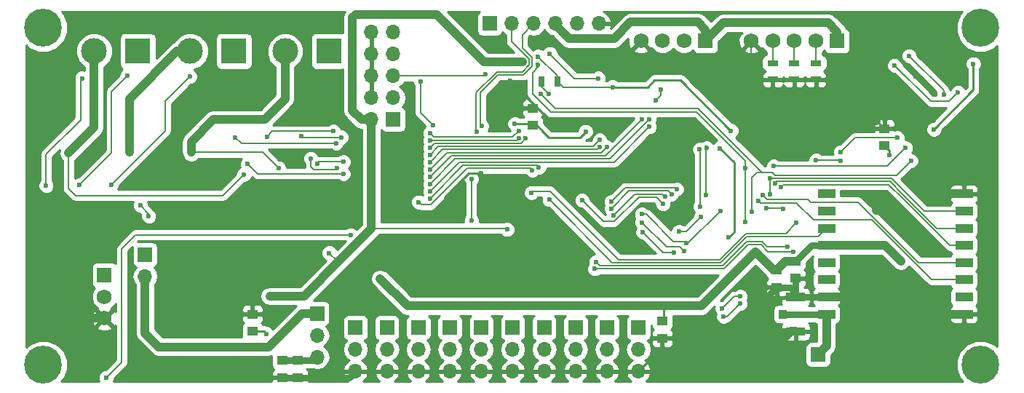
<source format=gbr>
G04 #@! TF.FileFunction,Copper,L2,Bot,Signal*
%FSLAX46Y46*%
G04 Gerber Fmt 4.6, Leading zero omitted, Abs format (unit mm)*
G04 Created by KiCad (PCBNEW 4.0.7) date 01/31/18 14:54:27*
%MOMM*%
%LPD*%
G01*
G04 APERTURE LIST*
%ADD10C,0.100000*%
%ADD11R,1.750000X1.750000*%
%ADD12C,1.750000*%
%ADD13C,4.400000*%
%ADD14R,1.250000X1.000000*%
%ADD15R,1.700000X1.700000*%
%ADD16O,1.700000X1.700000*%
%ADD17R,3.000000X3.000000*%
%ADD18C,3.000000*%
%ADD19R,2.000000X1.000000*%
%ADD20R,0.700000X1.300000*%
%ADD21R,1.300000X0.700000*%
%ADD22C,0.600000*%
%ADD23C,0.160000*%
%ADD24C,0.250000*%
%ADD25C,0.750000*%
%ADD26C,1.000000*%
%ADD27C,0.254000*%
G04 APERTURE END LIST*
D10*
D11*
X171221400Y-80314800D03*
D12*
X168721400Y-80314800D03*
X166221400Y-80314800D03*
X163721400Y-80314800D03*
X161221400Y-80314800D03*
D11*
X155905200Y-80314800D03*
D12*
X153405200Y-80314800D03*
X150905200Y-80314800D03*
X148405200Y-80314800D03*
D13*
X187909200Y-78790800D03*
X187909200Y-117983000D03*
X78867000Y-117983000D03*
D10*
G36*
X167495400Y-114615600D02*
X165295400Y-114615600D01*
X165295400Y-113615600D01*
X167495400Y-113615600D01*
X167495400Y-114615600D01*
X167495400Y-114615600D01*
G37*
G36*
X167495400Y-110615600D02*
X165295400Y-110615600D01*
X165295400Y-109615600D01*
X167495400Y-109615600D01*
X167495400Y-110615600D01*
X167495400Y-110615600D01*
G37*
G36*
X165395400Y-112615600D02*
X164395400Y-112615600D01*
X164395400Y-111615600D01*
X165395400Y-111615600D01*
X165395400Y-112615600D01*
X165395400Y-112615600D01*
G37*
D14*
X108458000Y-117465600D03*
X108458000Y-119465600D03*
X106705400Y-117491000D03*
X106705400Y-119491000D03*
X135813800Y-90154000D03*
X135813800Y-88154000D03*
X103200200Y-114106200D03*
X103200200Y-112106200D03*
X166395400Y-105934000D03*
X166395400Y-107934000D03*
X164185600Y-106975400D03*
X164185600Y-108975400D03*
X176733200Y-92516200D03*
X176733200Y-90516200D03*
X150876000Y-112893600D03*
X150876000Y-114893600D03*
D15*
X115189000Y-113665000D03*
D16*
X115189000Y-116205000D03*
X115189000Y-118745000D03*
D15*
X118846600Y-113665000D03*
D16*
X118846600Y-116205000D03*
X118846600Y-118745000D03*
D15*
X122504200Y-113665000D03*
D16*
X122504200Y-116205000D03*
X122504200Y-118745000D03*
D15*
X126161800Y-113665000D03*
D16*
X126161800Y-116205000D03*
X126161800Y-118745000D03*
D15*
X129819400Y-113665000D03*
D16*
X129819400Y-116205000D03*
X129819400Y-118745000D03*
D15*
X133477000Y-113665000D03*
D16*
X133477000Y-116205000D03*
X133477000Y-118745000D03*
D15*
X137134600Y-113665000D03*
D16*
X137134600Y-116205000D03*
X137134600Y-118745000D03*
D15*
X140792200Y-113665000D03*
D16*
X140792200Y-116205000D03*
X140792200Y-118745000D03*
D15*
X144449800Y-113665000D03*
D16*
X144449800Y-116205000D03*
X144449800Y-118745000D03*
D15*
X148107400Y-113665000D03*
D16*
X148107400Y-116205000D03*
X148107400Y-118745000D03*
D15*
X119583200Y-89458800D03*
D16*
X117043200Y-89458800D03*
X119583200Y-86918800D03*
X117043200Y-86918800D03*
X119583200Y-84378800D03*
X117043200Y-84378800D03*
X119583200Y-81838800D03*
X117043200Y-81838800D03*
X119583200Y-79298800D03*
X117043200Y-79298800D03*
D11*
X85979000Y-107569000D03*
D12*
X85979000Y-110069000D03*
X85979000Y-112569000D03*
D17*
X101041200Y-81508600D03*
D18*
X95961200Y-81508600D03*
D17*
X89865200Y-81508600D03*
D18*
X84785200Y-81508600D03*
D17*
X112090200Y-81508600D03*
D18*
X107010200Y-81508600D03*
D15*
X110718600Y-112014000D03*
D16*
X110718600Y-114554000D03*
X110718600Y-117094000D03*
D15*
X90703400Y-105156000D03*
D16*
X90703400Y-107696000D03*
D19*
X185977800Y-98105200D03*
X185977800Y-100105200D03*
X185977800Y-102105200D03*
X185977800Y-104105200D03*
X185977800Y-106105200D03*
X185977800Y-108105200D03*
X185977800Y-110105200D03*
X185977800Y-112105200D03*
X169977800Y-112105200D03*
X169977800Y-110105200D03*
X169977800Y-108105200D03*
X169977800Y-106105200D03*
X169977800Y-104105200D03*
X169977800Y-102105200D03*
X169977800Y-100105200D03*
X169977800Y-98105200D03*
D13*
X78867000Y-78790800D03*
D15*
X130810000Y-78282800D03*
D16*
X133350000Y-78282800D03*
X135890000Y-78282800D03*
X138430000Y-78282800D03*
X140970000Y-78282800D03*
X143510000Y-78282800D03*
D15*
X168986200Y-116789200D03*
D20*
X136794200Y-85039200D03*
X138694200Y-85039200D03*
D21*
X163728400Y-84795400D03*
X163728400Y-82895400D03*
X166217600Y-84795400D03*
X166217600Y-82895400D03*
X168757600Y-84795400D03*
X168757600Y-82895400D03*
D22*
X133197600Y-84963000D03*
X142189200Y-89865200D03*
X178892200Y-77647800D03*
X131546600Y-80416400D03*
X126898400Y-77216000D03*
X129768600Y-95707200D03*
X125603000Y-100101400D03*
X175971200Y-78181200D03*
X180340000Y-84429600D03*
X186136900Y-89630900D03*
X175800400Y-89643600D03*
X175762300Y-100056300D03*
X184277000Y-98221800D03*
X173685200Y-110083600D03*
X164211000Y-115798600D03*
X95964500Y-111782100D03*
X104165400Y-105968800D03*
X103657400Y-86309200D03*
X81534000Y-98755200D03*
X81940400Y-87020400D03*
X96088200Y-86944200D03*
X141960600Y-90855800D03*
X133731000Y-89941400D03*
X104800400Y-114376200D03*
X132816600Y-102260400D03*
X134594600Y-82778600D03*
X117017800Y-102133400D03*
X112141000Y-104978200D03*
X105206800Y-110007400D03*
X128676400Y-101219000D03*
X128701800Y-96393000D03*
X130276600Y-84226400D03*
X158877000Y-90754200D03*
X157581600Y-92786200D03*
X158623000Y-103149400D03*
X177266600Y-93548200D03*
X187071000Y-82981800D03*
X182473600Y-90601800D03*
X145084800Y-85674200D03*
X136423400Y-82118200D03*
X178638200Y-105943400D03*
X118033800Y-107975400D03*
X161721800Y-104851200D03*
X148615400Y-102539800D03*
X152273000Y-104927400D03*
X153416000Y-104800400D03*
X148513800Y-101447600D03*
X129260600Y-90906600D03*
X129844800Y-90220800D03*
X151968200Y-98145600D03*
X144957800Y-99822000D03*
X152552400Y-97561400D03*
X144932400Y-99009200D03*
X145186400Y-100609400D03*
X151180800Y-98399600D03*
X124206000Y-90144600D03*
X122758200Y-85039200D03*
X157861000Y-111455200D03*
X163398200Y-96316800D03*
X163398200Y-98171000D03*
X159943800Y-110032800D03*
X164719000Y-97282000D03*
X157988000Y-112369600D03*
X159918400Y-110896400D03*
X163982400Y-96901000D03*
X163017200Y-99745800D03*
X164973000Y-99822000D03*
X88900000Y-93268800D03*
X102209600Y-95834200D03*
X81813400Y-93345000D03*
X106222800Y-95097600D03*
X96088200Y-93268800D03*
X165455600Y-104216200D03*
X143154400Y-106019600D03*
X135763000Y-95351600D03*
X122555000Y-99060000D03*
X148488400Y-89458800D03*
X123850400Y-96113600D03*
X113766600Y-94386400D03*
X110744000Y-94589600D03*
X123850400Y-91059000D03*
X134162800Y-90805000D03*
X104876600Y-91465400D03*
X112598200Y-90805000D03*
X149377400Y-90297000D03*
X123850400Y-97790000D03*
X102641400Y-94640400D03*
X113792000Y-95783400D03*
X123850400Y-92735400D03*
X135001000Y-91643200D03*
X112953800Y-92227400D03*
X101219000Y-91516200D03*
X149326600Y-89458800D03*
X123850400Y-96951800D03*
X113055400Y-95148400D03*
X109982000Y-93980000D03*
X123850400Y-91897200D03*
X134188200Y-91617800D03*
X113538000Y-91516200D03*
X108889800Y-91414600D03*
X160553400Y-95123000D03*
X163830000Y-94869000D03*
X179171600Y-92760800D03*
X160528000Y-101396800D03*
X136423400Y-83083400D03*
X183616600Y-86563200D03*
X179578000Y-82042000D03*
X136702800Y-86436200D03*
X179832000Y-94259400D03*
X161290000Y-100228400D03*
X185293000Y-86309200D03*
X177927000Y-83159600D03*
X136525000Y-94996000D03*
X114630200Y-102870000D03*
X86156800Y-119532400D03*
X123850400Y-98628200D03*
X137718800Y-98780600D03*
X171602400Y-94234000D03*
X168783000Y-94208600D03*
X166471600Y-101498400D03*
X135661400Y-97967800D03*
X152806400Y-102489000D03*
X155397200Y-100761800D03*
X178231800Y-91567000D03*
X171653200Y-93218000D03*
X143027400Y-106832400D03*
X166090600Y-104825800D03*
X155270200Y-99568000D03*
X155219400Y-92913200D03*
X155956000Y-98247200D03*
X156057600Y-92735400D03*
X150952200Y-99288600D03*
X141528800Y-98831400D03*
X162534600Y-98221800D03*
X162026600Y-98882200D03*
X150088600Y-87249000D03*
X150723600Y-86004400D03*
X143408400Y-84658200D03*
X137795000Y-81788000D03*
X137642600Y-86461600D03*
X143586200Y-91846400D03*
X123850400Y-93573600D03*
X144424400Y-92684600D03*
X123850400Y-95275400D03*
X91135200Y-100711000D03*
X90144600Y-99441000D03*
X123850400Y-94411800D03*
X143611600Y-92659200D03*
X157632400Y-100101400D03*
X153670000Y-103860600D03*
X148488400Y-100482400D03*
X83032600Y-97078800D03*
X88620600Y-84378800D03*
X79197200Y-97155000D03*
X83362800Y-84658200D03*
X86766400Y-97053400D03*
X95935800Y-84455000D03*
D23*
X163728400Y-84795400D02*
X162595600Y-84795400D01*
X161221400Y-83421200D02*
X161221400Y-80314800D01*
X162595600Y-84795400D02*
X161221400Y-83421200D01*
X166217600Y-84795400D02*
X168757600Y-84795400D01*
X163728400Y-84795400D02*
X166217600Y-84795400D01*
D24*
X163753800Y-84770000D02*
X163728400Y-84795400D01*
X166243000Y-84770000D02*
X166217600Y-84795400D01*
D23*
X135813800Y-88154000D02*
X136388600Y-88154000D01*
X136388600Y-88154000D02*
X136652000Y-88417400D01*
D25*
X108458000Y-119465600D02*
X114468400Y-119465600D01*
X114468400Y-119465600D02*
X115189000Y-118745000D01*
X108458000Y-119465600D02*
X106730800Y-119465600D01*
X106730800Y-119465600D02*
X106705400Y-119491000D01*
D24*
X138099800Y-89865200D02*
X142189200Y-89865200D01*
X133197600Y-84963000D02*
X136652000Y-88417400D01*
X136652000Y-88417400D02*
X138099800Y-89865200D01*
D25*
X164185600Y-108975400D02*
X165769800Y-108975400D01*
X165769800Y-108975400D02*
X166395400Y-109601000D01*
X163169600Y-110159800D02*
X163169600Y-109991400D01*
X163169600Y-110159800D02*
X163169600Y-114096800D01*
X166376600Y-114096800D02*
X163169600Y-114096800D01*
X163169600Y-109991400D02*
X164185600Y-108975400D01*
D24*
X175971200Y-78181200D02*
X176504600Y-77647800D01*
X176504600Y-77647800D02*
X178892200Y-77647800D01*
X103200200Y-112106200D02*
X96288600Y-112106200D01*
X96288600Y-112106200D02*
X95964500Y-111782100D01*
X150876000Y-114893600D02*
X150876000Y-115976400D01*
X150876000Y-115976400D02*
X148107400Y-118745000D01*
X176733200Y-90516200D02*
X175860600Y-89643600D01*
X175860600Y-89643600D02*
X175800400Y-89643600D01*
X131546600Y-80416400D02*
X130098800Y-80416400D01*
X130098800Y-80416400D02*
X126898400Y-77216000D01*
X128397000Y-95707200D02*
X129768600Y-95707200D01*
X125603000Y-98501200D02*
X128397000Y-95707200D01*
X125603000Y-100101400D02*
X125603000Y-98501200D01*
D23*
X175971200Y-80060800D02*
X175971200Y-78181200D01*
X180340000Y-84429600D02*
X175971200Y-80060800D01*
D26*
X173685200Y-110083600D02*
X175706800Y-112105200D01*
X175706800Y-112105200D02*
X185977800Y-112105200D01*
X186136900Y-89630900D02*
X186156600Y-89611200D01*
X175800400Y-89643600D02*
X175793400Y-89636600D01*
X175762300Y-100056300D02*
X175768000Y-100050600D01*
X184393600Y-98105200D02*
X185977800Y-98105200D01*
X184277000Y-98221800D02*
X184393600Y-98105200D01*
X169977800Y-110105200D02*
X169999400Y-110083600D01*
X169999400Y-110083600D02*
X173685200Y-110083600D01*
X164211000Y-115798600D02*
X165894000Y-114115600D01*
X165894000Y-114115600D02*
X166395400Y-114115600D01*
X101777800Y-105968800D02*
X104165400Y-105968800D01*
X95964500Y-111782100D02*
X101777800Y-105968800D01*
X96723200Y-86309200D02*
X103657400Y-86309200D01*
X96088200Y-86944200D02*
X96723200Y-86309200D01*
D25*
X166376600Y-114096800D02*
X166395400Y-114115600D01*
X169977800Y-110105200D02*
X166405800Y-110105200D01*
X166405800Y-110105200D02*
X166395400Y-110115600D01*
D24*
X77419200Y-98755200D02*
X81534000Y-98755200D01*
D26*
X85979000Y-112569000D02*
X80971400Y-112569000D01*
X77419200Y-109016800D02*
X77419200Y-98755200D01*
X80971400Y-112569000D02*
X77419200Y-109016800D01*
D24*
X185977800Y-112105200D02*
X186725800Y-112105200D01*
D26*
X166380400Y-114100600D02*
X166395400Y-114115600D01*
D25*
X166395400Y-107934000D02*
X166395400Y-109601000D01*
X166395400Y-109601000D02*
X166395400Y-110115600D01*
D26*
X77419200Y-98755200D02*
X77419200Y-91541600D01*
X77419200Y-91541600D02*
X81940400Y-87020400D01*
X169977800Y-112105200D02*
X169977800Y-115797600D01*
X169977800Y-115797600D02*
X168986200Y-116789200D01*
D25*
X164895400Y-112115600D02*
X169967400Y-112115600D01*
X169967400Y-112115600D02*
X169977800Y-112105200D01*
D26*
X169942000Y-112141000D02*
X169977800Y-112105200D01*
X155905200Y-80314800D02*
X158013400Y-78206600D01*
X171221400Y-79248000D02*
X171221400Y-80314800D01*
X170180000Y-78206600D02*
X171221400Y-79248000D01*
X158013400Y-78206600D02*
X170180000Y-78206600D01*
D25*
X108458000Y-117465600D02*
X110347000Y-117465600D01*
X110347000Y-117465600D02*
X110718600Y-117094000D01*
X106705400Y-117491000D02*
X108432600Y-117491000D01*
X108432600Y-117491000D02*
X108458000Y-117465600D01*
D24*
X137702800Y-91525600D02*
X141290800Y-91525600D01*
X136118600Y-89941400D02*
X137033000Y-90855800D01*
X137033000Y-90855800D02*
X137702800Y-91525600D01*
X141290800Y-91525600D02*
X141960600Y-90855800D01*
X133731000Y-89941400D02*
X136118600Y-89941400D01*
X103200200Y-114106200D02*
X104530400Y-114106200D01*
X104530400Y-114106200D02*
X104800400Y-114376200D01*
D26*
X155905200Y-78994000D02*
X155905200Y-80314800D01*
X138430000Y-78282800D02*
X138430000Y-78460600D01*
X138430000Y-78460600D02*
X140030200Y-80060800D01*
X155041600Y-78130400D02*
X155905200Y-78994000D01*
X147193000Y-78130400D02*
X155041600Y-78130400D01*
X145262600Y-80060800D02*
X147193000Y-78130400D01*
X140030200Y-80060800D02*
X145262600Y-80060800D01*
D23*
X132689600Y-102133400D02*
X117017800Y-102133400D01*
X132816600Y-102260400D02*
X132689600Y-102133400D01*
D26*
X117043200Y-89458800D02*
X115900200Y-89458800D01*
X130175000Y-82778600D02*
X134594600Y-82778600D01*
X124612400Y-77216000D02*
X130175000Y-82778600D01*
X115239800Y-77216000D02*
X124612400Y-77216000D01*
X114833400Y-77622400D02*
X115239800Y-77216000D01*
X114833400Y-88392000D02*
X114833400Y-77622400D01*
X115900200Y-89458800D02*
X114833400Y-88392000D01*
X117017800Y-102133400D02*
X117043200Y-102158800D01*
D23*
X113068100Y-105905300D02*
X113296700Y-105905300D01*
X112141000Y-104978200D02*
X113068100Y-105905300D01*
D26*
X109194600Y-110007400D02*
X113296700Y-105905300D01*
X105206800Y-110007400D02*
X109194600Y-110007400D01*
X113296700Y-105905300D02*
X117043200Y-102158800D01*
X117043200Y-102158800D02*
X117043200Y-89458800D01*
D24*
X171170600Y-80365600D02*
X171221400Y-80314800D01*
D23*
X128676400Y-96418400D02*
X128676400Y-101219000D01*
X128701800Y-96393000D02*
X128676400Y-96418400D01*
X119583200Y-84378800D02*
X130124200Y-84378800D01*
X130124200Y-84378800D02*
X130276600Y-84226400D01*
D24*
X157581600Y-92786200D02*
X159232600Y-94437200D01*
X149174200Y-85674200D02*
X149961600Y-84886800D01*
X149961600Y-84886800D02*
X153009600Y-84886800D01*
X153009600Y-84886800D02*
X158877000Y-90754200D01*
X145084800Y-85674200D02*
X149174200Y-85674200D01*
X159232600Y-102539800D02*
X158623000Y-103149400D01*
X159232600Y-94437200D02*
X159232600Y-102539800D01*
D26*
X164185600Y-106975400D02*
X165227000Y-105934000D01*
X165227000Y-105934000D02*
X166395400Y-105934000D01*
X163846000Y-106975400D02*
X162804600Y-105934000D01*
X162804600Y-105934000D02*
X161721800Y-104851200D01*
X163846000Y-106975400D02*
X164185600Y-106975400D01*
D24*
X150876000Y-112893600D02*
X151028400Y-112741200D01*
X151028400Y-112741200D02*
X151028400Y-111150400D01*
X176733200Y-92516200D02*
X177266600Y-93049600D01*
X177266600Y-93049600D02*
X177266600Y-93548200D01*
X187071000Y-86004400D02*
X187071000Y-82981800D01*
X182473600Y-90601800D02*
X187071000Y-86004400D01*
D23*
X138694200Y-85039200D02*
X139329200Y-85674200D01*
X139329200Y-85674200D02*
X145084800Y-85674200D01*
X138694200Y-85039200D02*
X138694200Y-84389000D01*
X138694200Y-84389000D02*
X136423400Y-82118200D01*
D26*
X169977800Y-104105200D02*
X176800000Y-104105200D01*
X176800000Y-104105200D02*
X178638200Y-105943400D01*
X118033800Y-107975400D02*
X121208800Y-111150400D01*
X121208800Y-111150400D02*
X151028400Y-111150400D01*
D25*
X166395400Y-105934000D02*
X168224200Y-104105200D01*
X168224200Y-104105200D02*
X169977800Y-104105200D01*
D26*
X161721800Y-104851200D02*
X158597600Y-107975400D01*
X155422600Y-111150400D02*
X158597600Y-107975400D01*
X151028400Y-111150400D02*
X155422600Y-111150400D01*
X90703400Y-107696000D02*
X90703400Y-114325400D01*
X108991400Y-112014000D02*
X110718600Y-112014000D01*
X105079800Y-115925600D02*
X108991400Y-112014000D01*
X92303600Y-115925600D02*
X105079800Y-115925600D01*
X90703400Y-114325400D02*
X92303600Y-115925600D01*
X90703400Y-107696000D02*
X90703400Y-107848400D01*
D23*
X151003000Y-104927400D02*
X148615400Y-102539800D01*
X152273000Y-104927400D02*
X151003000Y-104927400D01*
X151358600Y-104292400D02*
X148513800Y-101447600D01*
X152908000Y-104292400D02*
X151358600Y-104292400D01*
X153416000Y-104800400D02*
X152908000Y-104292400D01*
X129235200Y-90805000D02*
X129235200Y-90881200D01*
X129235200Y-90881200D02*
X129260600Y-90906600D01*
X133350000Y-78282800D02*
X133350000Y-80391000D01*
X129235200Y-86283800D02*
X129235200Y-90805000D01*
X129235200Y-90805000D02*
X129235200Y-90830400D01*
X131622800Y-83896200D02*
X129235200Y-86283800D01*
X134594600Y-83896200D02*
X131622800Y-83896200D01*
X135382000Y-83108800D02*
X134594600Y-83896200D01*
X135382000Y-82423000D02*
X135382000Y-83108800D01*
X133350000Y-80391000D02*
X135382000Y-82423000D01*
X135890000Y-78282800D02*
X134594600Y-79578200D01*
X129717800Y-87506282D02*
X129717800Y-90220800D01*
X129718360Y-87506842D02*
X129717800Y-87506282D01*
X129718360Y-86309760D02*
X129718360Y-87506842D01*
X131771918Y-84256202D02*
X129718360Y-86309760D01*
X134743718Y-84256202D02*
X131771918Y-84256202D01*
X135742002Y-83257918D02*
X134743718Y-84256202D01*
X135742002Y-82273882D02*
X135742002Y-83257918D01*
X134594600Y-81126480D02*
X135742002Y-82273882D01*
X134594600Y-79578200D02*
X134594600Y-81126480D01*
X151028400Y-97769002D02*
X151591602Y-97769002D01*
X151591602Y-97769002D02*
X151968200Y-98145600D01*
X147010798Y-97769002D02*
X151028400Y-97769002D01*
X151028400Y-97769002D02*
X151079200Y-97769002D01*
X144957800Y-99822000D02*
X147010798Y-97769002D01*
X151688800Y-97409000D02*
X152400000Y-97409000D01*
X144932400Y-99009200D02*
X146532600Y-97409000D01*
X146532600Y-97409000D02*
X151688800Y-97409000D01*
X152400000Y-97409000D02*
X152552400Y-97561400D01*
X150749000Y-98129004D02*
X150910204Y-98129004D01*
X145186400Y-100609400D02*
X147666796Y-98129004D01*
X147666796Y-98129004D02*
X150749000Y-98129004D01*
X150910204Y-98129004D02*
X151180800Y-98399600D01*
X122758200Y-88696800D02*
X124206000Y-90144600D01*
X122758200Y-85039200D02*
X122758200Y-88696800D01*
X168757600Y-82895400D02*
X168757600Y-80351000D01*
X168757600Y-80351000D02*
X168721400Y-80314800D01*
D24*
X168757600Y-80351000D02*
X168721400Y-80314800D01*
D23*
X166217600Y-82895400D02*
X166217600Y-80318600D01*
X166217600Y-80318600D02*
X166221400Y-80314800D01*
D24*
X166192200Y-80344000D02*
X166221400Y-80314800D01*
D23*
X159283400Y-110032800D02*
X159943800Y-110032800D01*
X157861000Y-111455200D02*
X159283400Y-110032800D01*
X163398200Y-96316800D02*
X177571400Y-96316800D01*
X181359800Y-100105200D02*
X178638200Y-97383600D01*
X181359800Y-100105200D02*
X185977800Y-100105200D01*
X177571400Y-96316800D02*
X178638200Y-97383600D01*
X163398200Y-98171000D02*
X163398200Y-96316800D01*
D24*
X185977800Y-100105200D02*
X186566800Y-100105200D01*
D23*
X178980540Y-98768460D02*
X177248884Y-97036804D01*
X184317280Y-104105200D02*
X178980540Y-98768460D01*
X184317280Y-104105200D02*
X185977800Y-104105200D01*
X177248884Y-97036804D02*
X166344600Y-97036804D01*
X164964196Y-97036804D02*
X166344600Y-97036804D01*
X164719000Y-97282000D02*
X164964196Y-97036804D01*
D24*
X185977800Y-104105200D02*
X185639200Y-104105200D01*
X185977800Y-104105200D02*
X186547000Y-104105200D01*
D23*
X157988000Y-112369600D02*
X158445200Y-112369600D01*
X158445200Y-112369600D02*
X159918400Y-110896400D01*
X165730598Y-96676802D02*
X164206598Y-96676802D01*
X177398002Y-96676802D02*
X178854100Y-98132900D01*
X177398002Y-96676802D02*
X165730598Y-96676802D01*
X164206598Y-96676802D02*
X163982400Y-96901000D01*
X185977800Y-102105200D02*
X182826400Y-102105200D01*
X182826400Y-102105200D02*
X178854100Y-98132900D01*
X178854100Y-98132900D02*
X178841400Y-98120200D01*
D24*
X185977800Y-102105200D02*
X185468000Y-102105200D01*
D23*
X164896800Y-99745800D02*
X163017200Y-99745800D01*
X164973000Y-99822000D02*
X164896800Y-99745800D01*
D26*
X95961200Y-81508600D02*
X94437200Y-81508600D01*
X88900000Y-87045800D02*
X88900000Y-93268800D01*
X94437200Y-81508600D02*
X88900000Y-87045800D01*
D23*
X81813400Y-93345000D02*
X81813400Y-97485200D01*
X99745800Y-98298000D02*
X102209600Y-95834200D01*
X82626200Y-98298000D02*
X99745800Y-98298000D01*
X81813400Y-97485200D02*
X82626200Y-98298000D01*
D26*
X84785200Y-81508600D02*
X84785200Y-90373200D01*
X84785200Y-90373200D02*
X81813400Y-93345000D01*
D23*
X84810600Y-81508600D02*
X84785200Y-81508600D01*
X96088200Y-93268800D02*
X104394000Y-93268800D01*
X104394000Y-93268800D02*
X106222800Y-95097600D01*
D26*
X107010200Y-81508600D02*
X107010200Y-87045800D01*
X96088200Y-92024200D02*
X96088200Y-93268800D01*
X98679000Y-89433400D02*
X96088200Y-92024200D01*
X104622600Y-89433400D02*
X98679000Y-89433400D01*
X107010200Y-87045800D02*
X104622600Y-89433400D01*
D23*
X165455600Y-104216200D02*
X163069120Y-104216200D01*
X143607198Y-106472398D02*
X143154400Y-106019600D01*
X157889682Y-106472398D02*
X143607198Y-106472398D01*
X160709082Y-103652998D02*
X157889682Y-106472398D01*
X162505918Y-103652998D02*
X160709082Y-103652998D01*
X163069120Y-104216200D02*
X162505918Y-103652998D01*
X135531010Y-95119610D02*
X135763000Y-95351600D01*
X128197190Y-95119610D02*
X135531010Y-95119610D01*
X123952000Y-99364800D02*
X128197190Y-95119610D01*
X122859800Y-99364800D02*
X123952000Y-99364800D01*
X122555000Y-99060000D02*
X122859800Y-99364800D01*
X143154400Y-93679602D02*
X144267598Y-93679602D01*
X144267598Y-93679602D02*
X148488400Y-89458800D01*
X128803400Y-93679602D02*
X143154400Y-93679602D01*
X143154400Y-93679602D02*
X143205200Y-93679602D01*
X126284398Y-93679602D02*
X128803400Y-93679602D01*
X128803400Y-93679602D02*
X128879600Y-93679602D01*
X123850400Y-96113600D02*
X126284398Y-93679602D01*
X110947200Y-94386400D02*
X113766600Y-94386400D01*
X110744000Y-94589600D02*
X110947200Y-94386400D01*
X127381000Y-91502994D02*
X133464806Y-91502994D01*
X123850400Y-91059000D02*
X124294394Y-91502994D01*
X124294394Y-91502994D02*
X127381000Y-91502994D01*
X133464806Y-91502994D02*
X134162800Y-90805000D01*
X104876600Y-91465400D02*
X105537000Y-90805000D01*
X105537000Y-90805000D02*
X112598200Y-90805000D01*
X142290800Y-94399606D02*
X145274794Y-94399606D01*
X145274794Y-94399606D02*
X149377400Y-90297000D01*
X127965200Y-94399606D02*
X142290800Y-94399606D01*
X142290800Y-94399606D02*
X142316200Y-94399606D01*
X127240794Y-94399606D02*
X127965200Y-94399606D01*
X127965200Y-94399606D02*
X127990600Y-94399606D01*
X123850400Y-97790000D02*
X127240794Y-94399606D01*
X102641400Y-94640400D02*
X103784400Y-95783400D01*
X103784400Y-95783400D02*
X113792000Y-95783400D01*
X128447800Y-92222998D02*
X134421202Y-92222998D01*
X123850400Y-92735400D02*
X124362802Y-92222998D01*
X124362802Y-92222998D02*
X128447800Y-92222998D01*
X134421202Y-92222998D02*
X135001000Y-91643200D01*
X101930200Y-92227400D02*
X112953800Y-92227400D01*
X101219000Y-91516200D02*
X101930200Y-92227400D01*
X142824200Y-94039604D02*
X144745796Y-94039604D01*
X144745796Y-94039604D02*
X149326600Y-89458800D01*
X128041400Y-94039604D02*
X142824200Y-94039604D01*
X142824200Y-94039604D02*
X142875000Y-94039604D01*
X112953800Y-95250000D02*
X113055400Y-95148400D01*
X110337600Y-95250000D02*
X112953800Y-95250000D01*
X110007400Y-94919800D02*
X110337600Y-95250000D01*
X110007400Y-94005400D02*
X110007400Y-94919800D01*
X109982000Y-93980000D02*
X110007400Y-94005400D01*
X126762596Y-94039604D02*
X128041400Y-94039604D01*
X128041400Y-94039604D02*
X128117600Y-94039604D01*
X123850400Y-96951800D02*
X126762596Y-94039604D01*
X128168400Y-91862996D02*
X133943004Y-91862996D01*
X123850400Y-91897200D02*
X123884604Y-91862996D01*
X123884604Y-91862996D02*
X128168400Y-91862996D01*
X133943004Y-91862996D02*
X134188200Y-91617800D01*
X108991400Y-91516200D02*
X113538000Y-91516200D01*
X108889800Y-91414600D02*
X108991400Y-91516200D01*
X160553400Y-95123000D02*
X160528000Y-95123000D01*
X177063400Y-94869000D02*
X163830000Y-94869000D01*
X179171600Y-92760800D02*
X177063400Y-94869000D01*
X142519400Y-88595200D02*
X154863800Y-88595200D01*
X160528000Y-94259400D02*
X160528000Y-95123000D01*
X160528000Y-95123000D02*
X160528000Y-101396800D01*
X154863800Y-88595200D02*
X160528000Y-94259400D01*
X137947400Y-88595200D02*
X142519400Y-88595200D01*
X142519400Y-88595200D02*
X142544800Y-88595200D01*
X135788400Y-86436200D02*
X137947400Y-88595200D01*
X135788400Y-83997800D02*
X135788400Y-86436200D01*
X136423400Y-83362800D02*
X135788400Y-83997800D01*
X136423400Y-83083400D02*
X136423400Y-83362800D01*
X183616600Y-86080600D02*
X183616600Y-86563200D01*
X179578000Y-82042000D02*
X183616600Y-86080600D01*
X143611600Y-88138000D02*
X155016200Y-88138000D01*
X155016200Y-88138000D02*
X162483800Y-95605600D01*
X138404600Y-88138000D02*
X143611600Y-88138000D01*
X143611600Y-88138000D02*
X143637000Y-88138000D01*
X136702800Y-86436200D02*
X138404600Y-88138000D01*
X179832000Y-94259400D02*
X178134602Y-95956798D01*
X178134602Y-95956798D02*
X164003398Y-95956798D01*
X164003398Y-95956798D02*
X163652200Y-95605600D01*
X163652200Y-95605600D02*
X162483800Y-95605600D01*
X162483800Y-95605600D02*
X161899600Y-95605600D01*
X161899600Y-95605600D02*
X161290000Y-96215200D01*
X161290000Y-96215200D02*
X161290000Y-100228400D01*
X184251600Y-87350600D02*
X185293000Y-86309200D01*
X182118000Y-87350600D02*
X184251600Y-87350600D01*
X177927000Y-83159600D02*
X182118000Y-87350600D01*
X129438400Y-94759608D02*
X136288608Y-94759608D01*
X136288608Y-94759608D02*
X136525000Y-94996000D01*
X89611200Y-102870000D02*
X114630200Y-102870000D01*
X88011000Y-104470200D02*
X89611200Y-102870000D01*
X88011000Y-117678200D02*
X88011000Y-104470200D01*
X86156800Y-119532400D02*
X88011000Y-117678200D01*
X127718992Y-94759608D02*
X129438400Y-94759608D01*
X129438400Y-94759608D02*
X129489200Y-94759608D01*
X123850400Y-98628200D02*
X127718992Y-94759608D01*
X169977800Y-102105200D02*
X169009800Y-103073200D01*
X145050596Y-106112396D02*
X137718800Y-98780600D01*
X157692004Y-106112396D02*
X145050596Y-106112396D01*
X160731200Y-103073200D02*
X157692004Y-106112396D01*
X169009800Y-103073200D02*
X160731200Y-103073200D01*
X171577000Y-94208600D02*
X171602400Y-94234000D01*
X168783000Y-94208600D02*
X171577000Y-94208600D01*
X165256802Y-102713198D02*
X166471600Y-101498400D01*
X160582082Y-102713198D02*
X165256802Y-102713198D01*
X157542886Y-105752394D02*
X160582082Y-102713198D01*
X145757394Y-105752394D02*
X157542886Y-105752394D01*
X137820400Y-97815400D02*
X145757394Y-105752394D01*
X135813800Y-97815400D02*
X137820400Y-97815400D01*
X135661400Y-97967800D02*
X135813800Y-97815400D01*
X153670000Y-102489000D02*
X152806400Y-102489000D01*
X155397200Y-100761800D02*
X153670000Y-102489000D01*
X178231800Y-91567000D02*
X173304200Y-91567000D01*
X173304200Y-91567000D02*
X171653200Y-93218000D01*
X158038800Y-106832400D02*
X143027400Y-106832400D01*
X160858200Y-104013000D02*
X158038800Y-106832400D01*
X162356800Y-104013000D02*
X160858200Y-104013000D01*
X163169600Y-104825800D02*
X162356800Y-104013000D01*
X166090600Y-104825800D02*
X163169600Y-104825800D01*
X155270200Y-92964000D02*
X155270200Y-99568000D01*
X155219400Y-92913200D02*
X155270200Y-92964000D01*
X155956000Y-92837000D02*
X155956000Y-98247200D01*
X156057600Y-92735400D02*
X155956000Y-92837000D01*
X150164800Y-98501200D02*
X150952200Y-99288600D01*
X148132800Y-98501200D02*
X150164800Y-98501200D01*
X145313400Y-101320600D02*
X148132800Y-98501200D01*
X144018000Y-101320600D02*
X145313400Y-101320600D01*
X141528800Y-98831400D02*
X144018000Y-101320600D01*
X164947600Y-98755200D02*
X167843200Y-98755200D01*
X180705000Y-106105200D02*
X185977800Y-106105200D01*
X173685200Y-99085400D02*
X180705000Y-106105200D01*
X168173400Y-99085400D02*
X173685200Y-99085400D01*
X167843200Y-98755200D02*
X168173400Y-99085400D01*
X163068000Y-98755200D02*
X164947600Y-98755200D01*
X164947600Y-98755200D02*
X165023800Y-98755200D01*
X162534600Y-98221800D02*
X163068000Y-98755200D01*
D24*
X185977800Y-106105200D02*
X185378600Y-106105200D01*
X185977800Y-106105200D02*
X186172600Y-106105200D01*
D23*
X165074600Y-99136200D02*
X166497000Y-99136200D01*
X182195880Y-108105200D02*
X185977800Y-108105200D01*
X175233480Y-101142800D02*
X182195880Y-108105200D01*
X168503600Y-101142800D02*
X175233480Y-101142800D01*
X166497000Y-99136200D02*
X168503600Y-101142800D01*
X162280600Y-99136200D02*
X165074600Y-99136200D01*
X165074600Y-99136200D02*
X165100000Y-99136200D01*
X162026600Y-98882200D02*
X162280600Y-99136200D01*
D24*
X185977800Y-108105200D02*
X185473600Y-108105200D01*
X185977800Y-108105200D02*
X186306200Y-108105200D01*
X185977800Y-108105200D02*
X186357000Y-108105200D01*
X185977800Y-108105200D02*
X186407800Y-108105200D01*
D23*
X150723600Y-86614000D02*
X150088600Y-87249000D01*
X150723600Y-86004400D02*
X150723600Y-86614000D01*
X140665200Y-84658200D02*
X143408400Y-84658200D01*
X137795000Y-81788000D02*
X140665200Y-84658200D01*
X137642600Y-86461600D02*
X136794200Y-85613200D01*
X136794200Y-85613200D02*
X136794200Y-85039200D01*
X142849600Y-92583000D02*
X143586200Y-91846400D01*
X124841000Y-92583000D02*
X142849600Y-92583000D01*
X123850400Y-93573600D02*
X124841000Y-92583000D01*
X143789400Y-93319600D02*
X144424400Y-92684600D01*
X125806200Y-93319600D02*
X143789400Y-93319600D01*
X123850400Y-95275400D02*
X125806200Y-93319600D01*
X91135200Y-100431600D02*
X91135200Y-100711000D01*
X90144600Y-99441000D02*
X91135200Y-100431600D01*
X123850400Y-94411800D02*
X125319198Y-92943002D01*
X125319198Y-92943002D02*
X143327798Y-92943002D01*
X143327798Y-92943002D02*
X143611600Y-92659200D01*
X153873200Y-103860600D02*
X153670000Y-103860600D01*
X157632400Y-100101400D02*
X153873200Y-103860600D01*
X153695400Y-103835200D02*
X153695400Y-103632000D01*
X153670000Y-103860600D02*
X153695400Y-103835200D01*
X153695400Y-103632000D02*
X152171400Y-103632000D01*
X149021800Y-100482400D02*
X148488400Y-100482400D01*
X152171400Y-103632000D02*
X149021800Y-100482400D01*
X163728400Y-82895400D02*
X163728400Y-80321800D01*
X163728400Y-80321800D02*
X163721400Y-80314800D01*
X86817200Y-93294200D02*
X83032600Y-97078800D01*
X86817200Y-86182200D02*
X86817200Y-93294200D01*
X88620600Y-84378800D02*
X86817200Y-86182200D01*
X79197200Y-93522800D02*
X79197200Y-97155000D01*
X83210400Y-89509600D02*
X79197200Y-93522800D01*
X83210400Y-84810600D02*
X83210400Y-89509600D01*
X83362800Y-84658200D02*
X83210400Y-84810600D01*
X93065600Y-90754200D02*
X86766400Y-97053400D01*
X93065600Y-87325200D02*
X93065600Y-90754200D01*
X95935800Y-84455000D02*
X93065600Y-87325200D01*
D27*
G36*
X185507205Y-77182805D02*
X185074693Y-78224410D01*
X185073709Y-79352242D01*
X185504402Y-80394601D01*
X186301205Y-81192795D01*
X187342810Y-81625307D01*
X188470642Y-81626291D01*
X189513001Y-81195598D01*
X189790000Y-80919082D01*
X189790000Y-115854286D01*
X189517195Y-115581005D01*
X188475590Y-115148493D01*
X187347758Y-115147509D01*
X186305399Y-115578202D01*
X185507205Y-116375005D01*
X185074693Y-117416610D01*
X185073709Y-118544442D01*
X185504402Y-119586801D01*
X185856985Y-119940000D01*
X148988925Y-119940000D01*
X149379045Y-119511924D01*
X149548876Y-119101890D01*
X149427555Y-118872000D01*
X148234400Y-118872000D01*
X148234400Y-118892000D01*
X147980400Y-118892000D01*
X147980400Y-118872000D01*
X146787245Y-118872000D01*
X146665924Y-119101890D01*
X146835755Y-119511924D01*
X147225875Y-119940000D01*
X145331325Y-119940000D01*
X145721445Y-119511924D01*
X145891276Y-119101890D01*
X145769955Y-118872000D01*
X144576800Y-118872000D01*
X144576800Y-118892000D01*
X144322800Y-118892000D01*
X144322800Y-118872000D01*
X143129645Y-118872000D01*
X143008324Y-119101890D01*
X143178155Y-119511924D01*
X143568275Y-119940000D01*
X141673725Y-119940000D01*
X142063845Y-119511924D01*
X142233676Y-119101890D01*
X142112355Y-118872000D01*
X140919200Y-118872000D01*
X140919200Y-118892000D01*
X140665200Y-118892000D01*
X140665200Y-118872000D01*
X139472045Y-118872000D01*
X139350724Y-119101890D01*
X139520555Y-119511924D01*
X139910675Y-119940000D01*
X138016125Y-119940000D01*
X138406245Y-119511924D01*
X138576076Y-119101890D01*
X138454755Y-118872000D01*
X137261600Y-118872000D01*
X137261600Y-118892000D01*
X137007600Y-118892000D01*
X137007600Y-118872000D01*
X135814445Y-118872000D01*
X135693124Y-119101890D01*
X135862955Y-119511924D01*
X136253075Y-119940000D01*
X134358525Y-119940000D01*
X134748645Y-119511924D01*
X134918476Y-119101890D01*
X134797155Y-118872000D01*
X133604000Y-118872000D01*
X133604000Y-118892000D01*
X133350000Y-118892000D01*
X133350000Y-118872000D01*
X132156845Y-118872000D01*
X132035524Y-119101890D01*
X132205355Y-119511924D01*
X132595475Y-119940000D01*
X130700925Y-119940000D01*
X131091045Y-119511924D01*
X131260876Y-119101890D01*
X131139555Y-118872000D01*
X129946400Y-118872000D01*
X129946400Y-118892000D01*
X129692400Y-118892000D01*
X129692400Y-118872000D01*
X128499245Y-118872000D01*
X128377924Y-119101890D01*
X128547755Y-119511924D01*
X128937875Y-119940000D01*
X127043325Y-119940000D01*
X127433445Y-119511924D01*
X127603276Y-119101890D01*
X127481955Y-118872000D01*
X126288800Y-118872000D01*
X126288800Y-118892000D01*
X126034800Y-118892000D01*
X126034800Y-118872000D01*
X124841645Y-118872000D01*
X124720324Y-119101890D01*
X124890155Y-119511924D01*
X125280275Y-119940000D01*
X123385725Y-119940000D01*
X123775845Y-119511924D01*
X123945676Y-119101890D01*
X123824355Y-118872000D01*
X122631200Y-118872000D01*
X122631200Y-118892000D01*
X122377200Y-118892000D01*
X122377200Y-118872000D01*
X121184045Y-118872000D01*
X121062724Y-119101890D01*
X121232555Y-119511924D01*
X121622675Y-119940000D01*
X119728125Y-119940000D01*
X120118245Y-119511924D01*
X120288076Y-119101890D01*
X120166755Y-118872000D01*
X118973600Y-118872000D01*
X118973600Y-118892000D01*
X118719600Y-118892000D01*
X118719600Y-118872000D01*
X117526445Y-118872000D01*
X117405124Y-119101890D01*
X117574955Y-119511924D01*
X117965075Y-119940000D01*
X116070525Y-119940000D01*
X116460645Y-119511924D01*
X116630476Y-119101890D01*
X116509155Y-118872000D01*
X115316000Y-118872000D01*
X115316000Y-118892000D01*
X115062000Y-118892000D01*
X115062000Y-118872000D01*
X113868845Y-118872000D01*
X113747524Y-119101890D01*
X113917355Y-119511924D01*
X114307475Y-119940000D01*
X109718000Y-119940000D01*
X109718000Y-119751350D01*
X109559250Y-119592600D01*
X108585000Y-119592600D01*
X108585000Y-119612600D01*
X108331000Y-119612600D01*
X108331000Y-119592600D01*
X107356750Y-119592600D01*
X107331350Y-119618000D01*
X106832400Y-119618000D01*
X106832400Y-119638000D01*
X106578400Y-119638000D01*
X106578400Y-119618000D01*
X105604150Y-119618000D01*
X105445400Y-119776750D01*
X105445400Y-119940000D01*
X86999953Y-119940000D01*
X87091638Y-119719199D01*
X87091734Y-119608628D01*
X88516581Y-118183781D01*
X88543126Y-118144054D01*
X88671574Y-117951819D01*
X88726000Y-117678200D01*
X88726000Y-104766362D01*
X89210936Y-104281426D01*
X89205960Y-104306000D01*
X89205960Y-106006000D01*
X89250238Y-106241317D01*
X89389310Y-106457441D01*
X89601510Y-106602431D01*
X89668941Y-106616086D01*
X89624253Y-106645946D01*
X89302346Y-107127715D01*
X89189307Y-107696000D01*
X89302346Y-108264285D01*
X89568400Y-108662464D01*
X89568400Y-114325400D01*
X89654797Y-114759746D01*
X89801358Y-114979090D01*
X89900834Y-115127966D01*
X91501034Y-116728167D01*
X91869255Y-116974204D01*
X92303600Y-117060600D01*
X105079800Y-117060600D01*
X105433097Y-116990325D01*
X105432960Y-116991000D01*
X105432960Y-117991000D01*
X105477238Y-118226317D01*
X105616310Y-118442441D01*
X105684406Y-118488969D01*
X105542073Y-118631302D01*
X105445400Y-118864691D01*
X105445400Y-119205250D01*
X105604150Y-119364000D01*
X106578400Y-119364000D01*
X106578400Y-119344000D01*
X106832400Y-119344000D01*
X106832400Y-119364000D01*
X107806650Y-119364000D01*
X107832050Y-119338600D01*
X108331000Y-119338600D01*
X108331000Y-119318600D01*
X108585000Y-119318600D01*
X108585000Y-119338600D01*
X109559250Y-119338600D01*
X109718000Y-119179850D01*
X109718000Y-118839291D01*
X109621327Y-118605902D01*
X109491026Y-118475600D01*
X110169680Y-118475600D01*
X110689507Y-118579000D01*
X110747693Y-118579000D01*
X111315978Y-118465961D01*
X111797747Y-118144054D01*
X112119654Y-117662285D01*
X112232693Y-117094000D01*
X112119654Y-116525715D01*
X111905360Y-116205000D01*
X113674907Y-116205000D01*
X113787946Y-116773285D01*
X114109853Y-117255054D01*
X114450553Y-117482702D01*
X114307642Y-117549817D01*
X113917355Y-117978076D01*
X113747524Y-118388110D01*
X113868845Y-118618000D01*
X115062000Y-118618000D01*
X115062000Y-118598000D01*
X115316000Y-118598000D01*
X115316000Y-118618000D01*
X116509155Y-118618000D01*
X116630476Y-118388110D01*
X116460645Y-117978076D01*
X116070358Y-117549817D01*
X115927447Y-117482702D01*
X116268147Y-117255054D01*
X116590054Y-116773285D01*
X116703093Y-116205000D01*
X117332507Y-116205000D01*
X117445546Y-116773285D01*
X117767453Y-117255054D01*
X118108153Y-117482702D01*
X117965242Y-117549817D01*
X117574955Y-117978076D01*
X117405124Y-118388110D01*
X117526445Y-118618000D01*
X118719600Y-118618000D01*
X118719600Y-118598000D01*
X118973600Y-118598000D01*
X118973600Y-118618000D01*
X120166755Y-118618000D01*
X120288076Y-118388110D01*
X120118245Y-117978076D01*
X119727958Y-117549817D01*
X119585047Y-117482702D01*
X119925747Y-117255054D01*
X120247654Y-116773285D01*
X120360693Y-116205000D01*
X120247654Y-115636715D01*
X119925747Y-115154946D01*
X119884148Y-115127150D01*
X119931917Y-115118162D01*
X120148041Y-114979090D01*
X120293031Y-114766890D01*
X120344040Y-114515000D01*
X120344040Y-112815000D01*
X120299762Y-112579683D01*
X120160690Y-112363559D01*
X119948490Y-112218569D01*
X119696600Y-112167560D01*
X117996600Y-112167560D01*
X117761283Y-112211838D01*
X117545159Y-112350910D01*
X117400169Y-112563110D01*
X117349160Y-112815000D01*
X117349160Y-114515000D01*
X117393438Y-114750317D01*
X117532510Y-114966441D01*
X117744710Y-115111431D01*
X117812141Y-115125086D01*
X117767453Y-115154946D01*
X117445546Y-115636715D01*
X117332507Y-116205000D01*
X116703093Y-116205000D01*
X116590054Y-115636715D01*
X116268147Y-115154946D01*
X116226548Y-115127150D01*
X116274317Y-115118162D01*
X116490441Y-114979090D01*
X116635431Y-114766890D01*
X116686440Y-114515000D01*
X116686440Y-112815000D01*
X116642162Y-112579683D01*
X116503090Y-112363559D01*
X116290890Y-112218569D01*
X116039000Y-112167560D01*
X114339000Y-112167560D01*
X114103683Y-112211838D01*
X113887559Y-112350910D01*
X113742569Y-112563110D01*
X113691560Y-112815000D01*
X113691560Y-114515000D01*
X113735838Y-114750317D01*
X113874910Y-114966441D01*
X114087110Y-115111431D01*
X114154541Y-115125086D01*
X114109853Y-115154946D01*
X113787946Y-115636715D01*
X113674907Y-116205000D01*
X111905360Y-116205000D01*
X111797747Y-116043946D01*
X111468574Y-115824000D01*
X111797747Y-115604054D01*
X112119654Y-115122285D01*
X112232693Y-114554000D01*
X112119654Y-113985715D01*
X111797747Y-113503946D01*
X111756148Y-113476150D01*
X111803917Y-113467162D01*
X112020041Y-113328090D01*
X112165031Y-113115890D01*
X112216040Y-112864000D01*
X112216040Y-111164000D01*
X112171762Y-110928683D01*
X112032690Y-110712559D01*
X111820490Y-110567569D01*
X111568600Y-110516560D01*
X110290572Y-110516560D01*
X114099266Y-106707867D01*
X114099268Y-106707864D01*
X117845766Y-102961366D01*
X117915441Y-102857090D01*
X117921248Y-102848400D01*
X132082437Y-102848400D01*
X132286273Y-103052592D01*
X132629801Y-103195238D01*
X133001767Y-103195562D01*
X133345543Y-103053517D01*
X133608792Y-102790727D01*
X133751438Y-102447199D01*
X133751762Y-102075233D01*
X133609717Y-101731457D01*
X133346927Y-101468208D01*
X133003399Y-101325562D01*
X132631433Y-101325238D01*
X132405963Y-101418400D01*
X129606006Y-101418400D01*
X129611238Y-101405799D01*
X129611562Y-101033833D01*
X129469517Y-100690057D01*
X129391400Y-100611804D01*
X129391400Y-97025740D01*
X129493992Y-96923327D01*
X129636638Y-96579799D01*
X129636962Y-96207833D01*
X129494917Y-95864057D01*
X129465521Y-95834610D01*
X134950904Y-95834610D01*
X134969883Y-95880543D01*
X135232673Y-96143792D01*
X135576201Y-96286438D01*
X135948167Y-96286762D01*
X136291943Y-96144717D01*
X136506049Y-95930984D01*
X136710167Y-95931162D01*
X137053943Y-95789117D01*
X137317192Y-95526327D01*
X137459838Y-95182799D01*
X137459897Y-95114606D01*
X145274794Y-95114606D01*
X145548413Y-95060180D01*
X145780375Y-94905187D01*
X149453495Y-91232067D01*
X149562567Y-91232162D01*
X149906343Y-91090117D01*
X150169592Y-90827327D01*
X150312238Y-90483799D01*
X150312562Y-90111833D01*
X150190503Y-89816428D01*
X150261438Y-89645599D01*
X150261730Y-89310200D01*
X154567638Y-89310200D01*
X157192669Y-91935231D01*
X157052657Y-91993083D01*
X156844824Y-92200554D01*
X156587927Y-91943208D01*
X156244399Y-91800562D01*
X155872433Y-91800238D01*
X155528657Y-91942283D01*
X155467158Y-92003675D01*
X155406199Y-91978362D01*
X155034233Y-91978038D01*
X154690457Y-92120083D01*
X154427208Y-92382873D01*
X154284562Y-92726401D01*
X154284238Y-93098367D01*
X154426283Y-93442143D01*
X154555200Y-93571285D01*
X154555200Y-98960616D01*
X154478008Y-99037673D01*
X154335362Y-99381201D01*
X154335038Y-99753167D01*
X154477083Y-100096943D01*
X154608199Y-100228288D01*
X154605008Y-100231473D01*
X154462362Y-100575001D01*
X154462266Y-100685572D01*
X153393829Y-101754009D01*
X153336727Y-101696808D01*
X152993199Y-101554162D01*
X152621233Y-101553838D01*
X152277457Y-101695883D01*
X152014208Y-101958673D01*
X151871562Y-102302201D01*
X151871546Y-102320984D01*
X149527381Y-99976819D01*
X149295419Y-99821826D01*
X149114115Y-99785763D01*
X149018727Y-99690208D01*
X148675199Y-99547562D01*
X148303233Y-99547238D01*
X147959457Y-99689283D01*
X147696208Y-99952073D01*
X147553562Y-100295601D01*
X147553238Y-100667567D01*
X147688931Y-100995969D01*
X147578962Y-101260801D01*
X147578638Y-101632767D01*
X147720683Y-101976543D01*
X147802746Y-102058750D01*
X147680562Y-102353001D01*
X147680238Y-102724967D01*
X147822283Y-103068743D01*
X148085073Y-103331992D01*
X148428601Y-103474638D01*
X148539172Y-103474734D01*
X150101831Y-105037394D01*
X146053557Y-105037394D01*
X140032730Y-99016567D01*
X140593638Y-99016567D01*
X140735683Y-99360343D01*
X140998473Y-99623592D01*
X141342001Y-99766238D01*
X141452572Y-99766334D01*
X143512418Y-101826181D01*
X143702487Y-101953181D01*
X143744381Y-101981174D01*
X144018000Y-102035600D01*
X145313400Y-102035600D01*
X145587019Y-101981174D01*
X145818981Y-101826181D01*
X148428963Y-99216200D01*
X149868638Y-99216200D01*
X150017133Y-99364695D01*
X150017038Y-99473767D01*
X150159083Y-99817543D01*
X150421873Y-100080792D01*
X150765401Y-100223438D01*
X151137367Y-100223762D01*
X151481143Y-100081717D01*
X151744392Y-99818927D01*
X151887038Y-99475399D01*
X151887362Y-99103433D01*
X151877895Y-99080522D01*
X152153367Y-99080762D01*
X152497143Y-98938717D01*
X152760392Y-98675927D01*
X152855024Y-98448030D01*
X153081343Y-98354517D01*
X153344592Y-98091727D01*
X153487238Y-97748199D01*
X153487562Y-97376233D01*
X153345517Y-97032457D01*
X153082727Y-96769208D01*
X152739199Y-96626562D01*
X152367233Y-96626238D01*
X152203236Y-96694000D01*
X146532600Y-96694000D01*
X146258982Y-96748425D01*
X146027019Y-96903418D01*
X144856305Y-98074133D01*
X144747233Y-98074038D01*
X144403457Y-98216083D01*
X144140208Y-98478873D01*
X143997562Y-98822401D01*
X143997238Y-99194367D01*
X144101368Y-99446380D01*
X144022962Y-99635201D01*
X144022638Y-100007167D01*
X144164683Y-100350943D01*
X144251549Y-100437960D01*
X144251457Y-100542894D01*
X142463867Y-98755305D01*
X142463962Y-98646233D01*
X142321917Y-98302457D01*
X142059127Y-98039208D01*
X141715599Y-97896562D01*
X141343633Y-97896238D01*
X140999857Y-98038283D01*
X140736608Y-98301073D01*
X140593962Y-98644601D01*
X140593638Y-99016567D01*
X140032730Y-99016567D01*
X138325981Y-97309819D01*
X138094019Y-97154826D01*
X137820400Y-97100400D01*
X136010607Y-97100400D01*
X135848199Y-97032962D01*
X135476233Y-97032638D01*
X135132457Y-97174683D01*
X134869208Y-97437473D01*
X134726562Y-97781001D01*
X134726238Y-98152967D01*
X134868283Y-98496743D01*
X135131073Y-98759992D01*
X135474601Y-98902638D01*
X135846567Y-98902962D01*
X136190343Y-98760917D01*
X136421263Y-98530400D01*
X136810289Y-98530400D01*
X136783962Y-98593801D01*
X136783638Y-98965767D01*
X136925683Y-99309543D01*
X137188473Y-99572792D01*
X137532001Y-99715438D01*
X137642572Y-99715534D01*
X143011512Y-105084475D01*
X142969233Y-105084438D01*
X142625457Y-105226483D01*
X142362208Y-105489273D01*
X142219562Y-105832801D01*
X142219238Y-106204767D01*
X142252367Y-106284944D01*
X142235208Y-106302073D01*
X142092562Y-106645601D01*
X142092238Y-107017567D01*
X142234283Y-107361343D01*
X142497073Y-107624592D01*
X142840601Y-107767238D01*
X143212567Y-107767562D01*
X143556343Y-107625517D01*
X143634596Y-107547400D01*
X157420468Y-107547400D01*
X154952468Y-110015400D01*
X121678932Y-110015400D01*
X118836366Y-107172834D01*
X118468145Y-106926797D01*
X118033800Y-106840400D01*
X117599455Y-106926797D01*
X117231234Y-107172834D01*
X116985197Y-107541055D01*
X116898800Y-107975400D01*
X116985197Y-108409745D01*
X117231234Y-108777966D01*
X120406234Y-111952966D01*
X120774454Y-112199003D01*
X121208800Y-112285400D01*
X121304564Y-112285400D01*
X121202759Y-112350910D01*
X121057769Y-112563110D01*
X121006760Y-112815000D01*
X121006760Y-114515000D01*
X121051038Y-114750317D01*
X121190110Y-114966441D01*
X121402310Y-115111431D01*
X121469741Y-115125086D01*
X121425053Y-115154946D01*
X121103146Y-115636715D01*
X120990107Y-116205000D01*
X121103146Y-116773285D01*
X121425053Y-117255054D01*
X121765753Y-117482702D01*
X121622842Y-117549817D01*
X121232555Y-117978076D01*
X121062724Y-118388110D01*
X121184045Y-118618000D01*
X122377200Y-118618000D01*
X122377200Y-118598000D01*
X122631200Y-118598000D01*
X122631200Y-118618000D01*
X123824355Y-118618000D01*
X123945676Y-118388110D01*
X123775845Y-117978076D01*
X123385558Y-117549817D01*
X123242647Y-117482702D01*
X123583347Y-117255054D01*
X123905254Y-116773285D01*
X124018293Y-116205000D01*
X123905254Y-115636715D01*
X123583347Y-115154946D01*
X123541748Y-115127150D01*
X123589517Y-115118162D01*
X123805641Y-114979090D01*
X123950631Y-114766890D01*
X124001640Y-114515000D01*
X124001640Y-112815000D01*
X123957362Y-112579683D01*
X123818290Y-112363559D01*
X123703900Y-112285400D01*
X124962164Y-112285400D01*
X124860359Y-112350910D01*
X124715369Y-112563110D01*
X124664360Y-112815000D01*
X124664360Y-114515000D01*
X124708638Y-114750317D01*
X124847710Y-114966441D01*
X125059910Y-115111431D01*
X125127341Y-115125086D01*
X125082653Y-115154946D01*
X124760746Y-115636715D01*
X124647707Y-116205000D01*
X124760746Y-116773285D01*
X125082653Y-117255054D01*
X125423353Y-117482702D01*
X125280442Y-117549817D01*
X124890155Y-117978076D01*
X124720324Y-118388110D01*
X124841645Y-118618000D01*
X126034800Y-118618000D01*
X126034800Y-118598000D01*
X126288800Y-118598000D01*
X126288800Y-118618000D01*
X127481955Y-118618000D01*
X127603276Y-118388110D01*
X127433445Y-117978076D01*
X127043158Y-117549817D01*
X126900247Y-117482702D01*
X127240947Y-117255054D01*
X127562854Y-116773285D01*
X127675893Y-116205000D01*
X127562854Y-115636715D01*
X127240947Y-115154946D01*
X127199348Y-115127150D01*
X127247117Y-115118162D01*
X127463241Y-114979090D01*
X127608231Y-114766890D01*
X127659240Y-114515000D01*
X127659240Y-112815000D01*
X127614962Y-112579683D01*
X127475890Y-112363559D01*
X127361500Y-112285400D01*
X128619764Y-112285400D01*
X128517959Y-112350910D01*
X128372969Y-112563110D01*
X128321960Y-112815000D01*
X128321960Y-114515000D01*
X128366238Y-114750317D01*
X128505310Y-114966441D01*
X128717510Y-115111431D01*
X128784941Y-115125086D01*
X128740253Y-115154946D01*
X128418346Y-115636715D01*
X128305307Y-116205000D01*
X128418346Y-116773285D01*
X128740253Y-117255054D01*
X129080953Y-117482702D01*
X128938042Y-117549817D01*
X128547755Y-117978076D01*
X128377924Y-118388110D01*
X128499245Y-118618000D01*
X129692400Y-118618000D01*
X129692400Y-118598000D01*
X129946400Y-118598000D01*
X129946400Y-118618000D01*
X131139555Y-118618000D01*
X131260876Y-118388110D01*
X131091045Y-117978076D01*
X130700758Y-117549817D01*
X130557847Y-117482702D01*
X130898547Y-117255054D01*
X131220454Y-116773285D01*
X131333493Y-116205000D01*
X131220454Y-115636715D01*
X130898547Y-115154946D01*
X130856948Y-115127150D01*
X130904717Y-115118162D01*
X131120841Y-114979090D01*
X131265831Y-114766890D01*
X131316840Y-114515000D01*
X131316840Y-112815000D01*
X131272562Y-112579683D01*
X131133490Y-112363559D01*
X131019100Y-112285400D01*
X132277364Y-112285400D01*
X132175559Y-112350910D01*
X132030569Y-112563110D01*
X131979560Y-112815000D01*
X131979560Y-114515000D01*
X132023838Y-114750317D01*
X132162910Y-114966441D01*
X132375110Y-115111431D01*
X132442541Y-115125086D01*
X132397853Y-115154946D01*
X132075946Y-115636715D01*
X131962907Y-116205000D01*
X132075946Y-116773285D01*
X132397853Y-117255054D01*
X132738553Y-117482702D01*
X132595642Y-117549817D01*
X132205355Y-117978076D01*
X132035524Y-118388110D01*
X132156845Y-118618000D01*
X133350000Y-118618000D01*
X133350000Y-118598000D01*
X133604000Y-118598000D01*
X133604000Y-118618000D01*
X134797155Y-118618000D01*
X134918476Y-118388110D01*
X134748645Y-117978076D01*
X134358358Y-117549817D01*
X134215447Y-117482702D01*
X134556147Y-117255054D01*
X134878054Y-116773285D01*
X134991093Y-116205000D01*
X134878054Y-115636715D01*
X134556147Y-115154946D01*
X134514548Y-115127150D01*
X134562317Y-115118162D01*
X134778441Y-114979090D01*
X134923431Y-114766890D01*
X134974440Y-114515000D01*
X134974440Y-112815000D01*
X134930162Y-112579683D01*
X134791090Y-112363559D01*
X134676700Y-112285400D01*
X135934964Y-112285400D01*
X135833159Y-112350910D01*
X135688169Y-112563110D01*
X135637160Y-112815000D01*
X135637160Y-114515000D01*
X135681438Y-114750317D01*
X135820510Y-114966441D01*
X136032710Y-115111431D01*
X136100141Y-115125086D01*
X136055453Y-115154946D01*
X135733546Y-115636715D01*
X135620507Y-116205000D01*
X135733546Y-116773285D01*
X136055453Y-117255054D01*
X136396153Y-117482702D01*
X136253242Y-117549817D01*
X135862955Y-117978076D01*
X135693124Y-118388110D01*
X135814445Y-118618000D01*
X137007600Y-118618000D01*
X137007600Y-118598000D01*
X137261600Y-118598000D01*
X137261600Y-118618000D01*
X138454755Y-118618000D01*
X138576076Y-118388110D01*
X138406245Y-117978076D01*
X138015958Y-117549817D01*
X137873047Y-117482702D01*
X138213747Y-117255054D01*
X138535654Y-116773285D01*
X138648693Y-116205000D01*
X138535654Y-115636715D01*
X138213747Y-115154946D01*
X138172148Y-115127150D01*
X138219917Y-115118162D01*
X138436041Y-114979090D01*
X138581031Y-114766890D01*
X138632040Y-114515000D01*
X138632040Y-112815000D01*
X138587762Y-112579683D01*
X138448690Y-112363559D01*
X138334300Y-112285400D01*
X139592564Y-112285400D01*
X139490759Y-112350910D01*
X139345769Y-112563110D01*
X139294760Y-112815000D01*
X139294760Y-114515000D01*
X139339038Y-114750317D01*
X139478110Y-114966441D01*
X139690310Y-115111431D01*
X139757741Y-115125086D01*
X139713053Y-115154946D01*
X139391146Y-115636715D01*
X139278107Y-116205000D01*
X139391146Y-116773285D01*
X139713053Y-117255054D01*
X140053753Y-117482702D01*
X139910842Y-117549817D01*
X139520555Y-117978076D01*
X139350724Y-118388110D01*
X139472045Y-118618000D01*
X140665200Y-118618000D01*
X140665200Y-118598000D01*
X140919200Y-118598000D01*
X140919200Y-118618000D01*
X142112355Y-118618000D01*
X142233676Y-118388110D01*
X142063845Y-117978076D01*
X141673558Y-117549817D01*
X141530647Y-117482702D01*
X141871347Y-117255054D01*
X142193254Y-116773285D01*
X142306293Y-116205000D01*
X142193254Y-115636715D01*
X141871347Y-115154946D01*
X141829748Y-115127150D01*
X141877517Y-115118162D01*
X142093641Y-114979090D01*
X142238631Y-114766890D01*
X142289640Y-114515000D01*
X142289640Y-112815000D01*
X142245362Y-112579683D01*
X142106290Y-112363559D01*
X141991900Y-112285400D01*
X143250164Y-112285400D01*
X143148359Y-112350910D01*
X143003369Y-112563110D01*
X142952360Y-112815000D01*
X142952360Y-114515000D01*
X142996638Y-114750317D01*
X143135710Y-114966441D01*
X143347910Y-115111431D01*
X143415341Y-115125086D01*
X143370653Y-115154946D01*
X143048746Y-115636715D01*
X142935707Y-116205000D01*
X143048746Y-116773285D01*
X143370653Y-117255054D01*
X143711353Y-117482702D01*
X143568442Y-117549817D01*
X143178155Y-117978076D01*
X143008324Y-118388110D01*
X143129645Y-118618000D01*
X144322800Y-118618000D01*
X144322800Y-118598000D01*
X144576800Y-118598000D01*
X144576800Y-118618000D01*
X145769955Y-118618000D01*
X145891276Y-118388110D01*
X145721445Y-117978076D01*
X145331158Y-117549817D01*
X145188247Y-117482702D01*
X145528947Y-117255054D01*
X145850854Y-116773285D01*
X145963893Y-116205000D01*
X145850854Y-115636715D01*
X145528947Y-115154946D01*
X145487348Y-115127150D01*
X145535117Y-115118162D01*
X145751241Y-114979090D01*
X145896231Y-114766890D01*
X145947240Y-114515000D01*
X145947240Y-112815000D01*
X145902962Y-112579683D01*
X145763890Y-112363559D01*
X145649500Y-112285400D01*
X146907764Y-112285400D01*
X146805959Y-112350910D01*
X146660969Y-112563110D01*
X146609960Y-112815000D01*
X146609960Y-114515000D01*
X146654238Y-114750317D01*
X146793310Y-114966441D01*
X147005510Y-115111431D01*
X147072941Y-115125086D01*
X147028253Y-115154946D01*
X146706346Y-115636715D01*
X146593307Y-116205000D01*
X146706346Y-116773285D01*
X147028253Y-117255054D01*
X147368953Y-117482702D01*
X147226042Y-117549817D01*
X146835755Y-117978076D01*
X146665924Y-118388110D01*
X146787245Y-118618000D01*
X147980400Y-118618000D01*
X147980400Y-118598000D01*
X148234400Y-118598000D01*
X148234400Y-118618000D01*
X149427555Y-118618000D01*
X149548876Y-118388110D01*
X149379045Y-117978076D01*
X148988758Y-117549817D01*
X148845847Y-117482702D01*
X149186547Y-117255054D01*
X149508454Y-116773285D01*
X149621493Y-116205000D01*
X149508454Y-115636715D01*
X149202854Y-115179350D01*
X149616000Y-115179350D01*
X149616000Y-115519909D01*
X149712673Y-115753298D01*
X149891301Y-115931927D01*
X150124690Y-116028600D01*
X150590250Y-116028600D01*
X150749000Y-115869850D01*
X150749000Y-115020600D01*
X151003000Y-115020600D01*
X151003000Y-115869850D01*
X151161750Y-116028600D01*
X151627310Y-116028600D01*
X151860699Y-115931927D01*
X152039327Y-115753298D01*
X152136000Y-115519909D01*
X152136000Y-115179350D01*
X151977250Y-115020600D01*
X151003000Y-115020600D01*
X150749000Y-115020600D01*
X149774750Y-115020600D01*
X149616000Y-115179350D01*
X149202854Y-115179350D01*
X149186547Y-115154946D01*
X149144948Y-115127150D01*
X149192717Y-115118162D01*
X149408841Y-114979090D01*
X149553831Y-114766890D01*
X149604840Y-114515000D01*
X149604840Y-113400403D01*
X149647838Y-113628917D01*
X149786910Y-113845041D01*
X149855006Y-113891569D01*
X149712673Y-114033902D01*
X149616000Y-114267291D01*
X149616000Y-114607850D01*
X149774750Y-114766600D01*
X150749000Y-114766600D01*
X150749000Y-114746600D01*
X151003000Y-114746600D01*
X151003000Y-114766600D01*
X151977250Y-114766600D01*
X152136000Y-114607850D01*
X152136000Y-114267291D01*
X152125773Y-114242600D01*
X164647960Y-114242600D01*
X164647960Y-114615600D01*
X164692238Y-114850917D01*
X164831310Y-115067041D01*
X165043510Y-115212031D01*
X165295400Y-115263040D01*
X166268400Y-115263040D01*
X166268400Y-114242600D01*
X166522400Y-114242600D01*
X166522400Y-115263040D01*
X167495400Y-115263040D01*
X167730717Y-115218762D01*
X167946841Y-115079690D01*
X168091831Y-114867490D01*
X168142840Y-114615600D01*
X168142840Y-114242600D01*
X166522400Y-114242600D01*
X166268400Y-114242600D01*
X164647960Y-114242600D01*
X152125773Y-114242600D01*
X152039327Y-114033902D01*
X151898090Y-113892664D01*
X151952441Y-113857690D01*
X152097431Y-113645490D01*
X152148440Y-113393600D01*
X152148440Y-112393600D01*
X152128081Y-112285400D01*
X155422600Y-112285400D01*
X155856946Y-112199003D01*
X156225166Y-111952966D01*
X156937830Y-111240302D01*
X156926162Y-111268401D01*
X156925838Y-111640367D01*
X157067883Y-111984143D01*
X157115744Y-112032088D01*
X157053162Y-112182801D01*
X157052838Y-112554767D01*
X157194883Y-112898543D01*
X157457673Y-113161792D01*
X157801201Y-113304438D01*
X158173167Y-113304762D01*
X158516943Y-113162717D01*
X158632522Y-113047339D01*
X158718819Y-113030174D01*
X158950781Y-112875181D01*
X159994496Y-111831467D01*
X160103567Y-111831562D01*
X160447343Y-111689517D01*
X160521389Y-111615600D01*
X163747960Y-111615600D01*
X163747960Y-112615600D01*
X163792238Y-112850917D01*
X163931310Y-113067041D01*
X164143510Y-113212031D01*
X164395400Y-113263040D01*
X164767754Y-113263040D01*
X164698969Y-113363710D01*
X164647960Y-113615600D01*
X164647960Y-113988600D01*
X166268400Y-113988600D01*
X166268400Y-113968600D01*
X166522400Y-113968600D01*
X166522400Y-113988600D01*
X168142840Y-113988600D01*
X168142840Y-113615600D01*
X168098562Y-113380283D01*
X167959490Y-113164159D01*
X167903057Y-113125600D01*
X168614635Y-113125600D01*
X168725910Y-113201631D01*
X168842800Y-113225302D01*
X168842800Y-115291760D01*
X168136200Y-115291760D01*
X167900883Y-115336038D01*
X167684759Y-115475110D01*
X167539769Y-115687310D01*
X167488760Y-115939200D01*
X167488760Y-117639200D01*
X167533038Y-117874517D01*
X167672110Y-118090641D01*
X167884310Y-118235631D01*
X168136200Y-118286640D01*
X169836200Y-118286640D01*
X170071517Y-118242362D01*
X170287641Y-118103290D01*
X170432631Y-117891090D01*
X170483640Y-117639200D01*
X170483640Y-116896892D01*
X170780366Y-116600166D01*
X170829314Y-116526910D01*
X171026403Y-116231946D01*
X171112800Y-115797600D01*
X171112800Y-113227238D01*
X171213117Y-113208362D01*
X171429241Y-113069290D01*
X171574231Y-112857090D01*
X171625240Y-112605200D01*
X171625240Y-112390950D01*
X184342800Y-112390950D01*
X184342800Y-112731510D01*
X184439473Y-112964899D01*
X184618102Y-113143527D01*
X184851491Y-113240200D01*
X185692050Y-113240200D01*
X185850800Y-113081450D01*
X185850800Y-112232200D01*
X186104800Y-112232200D01*
X186104800Y-113081450D01*
X186263550Y-113240200D01*
X187104109Y-113240200D01*
X187337498Y-113143527D01*
X187516127Y-112964899D01*
X187612800Y-112731510D01*
X187612800Y-112390950D01*
X187454050Y-112232200D01*
X186104800Y-112232200D01*
X185850800Y-112232200D01*
X184501550Y-112232200D01*
X184342800Y-112390950D01*
X171625240Y-112390950D01*
X171625240Y-111605200D01*
X171580962Y-111369883D01*
X171441890Y-111153759D01*
X171373794Y-111107231D01*
X171516127Y-110964899D01*
X171612800Y-110731510D01*
X171612800Y-110390950D01*
X171454050Y-110232200D01*
X170104800Y-110232200D01*
X170104800Y-110252200D01*
X169850800Y-110252200D01*
X169850800Y-110232200D01*
X168501550Y-110232200D01*
X168342800Y-110390950D01*
X168342800Y-110731510D01*
X168439473Y-110964899D01*
X168580175Y-111105600D01*
X167906576Y-111105600D01*
X167946841Y-111079690D01*
X168091831Y-110867490D01*
X168142840Y-110615600D01*
X168142840Y-110242600D01*
X166522400Y-110242600D01*
X166522400Y-110262600D01*
X166268400Y-110262600D01*
X166268400Y-110242600D01*
X164647960Y-110242600D01*
X164647960Y-110615600D01*
X164692238Y-110850917D01*
X164767682Y-110968160D01*
X164395400Y-110968160D01*
X164160083Y-111012438D01*
X163943959Y-111151510D01*
X163798969Y-111363710D01*
X163747960Y-111615600D01*
X160521389Y-111615600D01*
X160710592Y-111426727D01*
X160853238Y-111083199D01*
X160853562Y-110711233D01*
X160764249Y-110495078D01*
X160878638Y-110219599D01*
X160878962Y-109847633D01*
X160736917Y-109503857D01*
X160494634Y-109261150D01*
X162925600Y-109261150D01*
X162925600Y-109601709D01*
X163022273Y-109835098D01*
X163200901Y-110013727D01*
X163434290Y-110110400D01*
X163899850Y-110110400D01*
X164058600Y-109951650D01*
X164058600Y-109102400D01*
X163084350Y-109102400D01*
X162925600Y-109261150D01*
X160494634Y-109261150D01*
X160474127Y-109240608D01*
X160130599Y-109097962D01*
X159758633Y-109097638D01*
X159414857Y-109239683D01*
X159336604Y-109317800D01*
X159283400Y-109317800D01*
X159021560Y-109369883D01*
X159009781Y-109372226D01*
X158777818Y-109527219D01*
X157784905Y-110520133D01*
X157675833Y-110520038D01*
X157645603Y-110532529D01*
X161721800Y-106456332D01*
X162002033Y-106736566D01*
X162002036Y-106736568D01*
X162953093Y-107687625D01*
X162957438Y-107710717D01*
X163096510Y-107926841D01*
X163164606Y-107973369D01*
X163022273Y-108115702D01*
X162925600Y-108349091D01*
X162925600Y-108689650D01*
X163084350Y-108848400D01*
X164058600Y-108848400D01*
X164058600Y-108828400D01*
X164312600Y-108828400D01*
X164312600Y-108848400D01*
X164332600Y-108848400D01*
X164332600Y-109102400D01*
X164312600Y-109102400D01*
X164312600Y-109951650D01*
X164471350Y-110110400D01*
X164936910Y-110110400D01*
X165170299Y-110013727D01*
X165195426Y-109988600D01*
X166268400Y-109988600D01*
X166268400Y-108968160D01*
X166210490Y-108968160D01*
X166268400Y-108910250D01*
X166268400Y-108061000D01*
X166522400Y-108061000D01*
X166522400Y-108910250D01*
X166580310Y-108968160D01*
X166522400Y-108968160D01*
X166522400Y-109988600D01*
X168142840Y-109988600D01*
X168142840Y-109615600D01*
X168098562Y-109380283D01*
X167959490Y-109164159D01*
X167747290Y-109019169D01*
X167495400Y-108968160D01*
X167384266Y-108968160D01*
X167558727Y-108793698D01*
X167655400Y-108560309D01*
X167655400Y-108219750D01*
X167496650Y-108061000D01*
X166522400Y-108061000D01*
X166268400Y-108061000D01*
X166248400Y-108061000D01*
X166248400Y-107807000D01*
X166268400Y-107807000D01*
X166268400Y-107787000D01*
X166522400Y-107787000D01*
X166522400Y-107807000D01*
X167496650Y-107807000D01*
X167655400Y-107648250D01*
X167655400Y-107307691D01*
X167558727Y-107074302D01*
X167417490Y-106933064D01*
X167471841Y-106898090D01*
X167616831Y-106685890D01*
X167667840Y-106434000D01*
X167667840Y-106089916D01*
X168375509Y-105382247D01*
X168330360Y-105605200D01*
X168330360Y-106605200D01*
X168374638Y-106840517D01*
X168513710Y-107056641D01*
X168583511Y-107104334D01*
X168526359Y-107141110D01*
X168381369Y-107353310D01*
X168330360Y-107605200D01*
X168330360Y-108605200D01*
X168374638Y-108840517D01*
X168513710Y-109056641D01*
X168581806Y-109103169D01*
X168439473Y-109245501D01*
X168342800Y-109478890D01*
X168342800Y-109819450D01*
X168501550Y-109978200D01*
X169850800Y-109978200D01*
X169850800Y-109958200D01*
X170104800Y-109958200D01*
X170104800Y-109978200D01*
X171454050Y-109978200D01*
X171612800Y-109819450D01*
X171612800Y-109478890D01*
X171516127Y-109245501D01*
X171374889Y-109104264D01*
X171429241Y-109069290D01*
X171574231Y-108857090D01*
X171625240Y-108605200D01*
X171625240Y-107605200D01*
X171580962Y-107369883D01*
X171441890Y-107153759D01*
X171372089Y-107106066D01*
X171429241Y-107069290D01*
X171574231Y-106857090D01*
X171625240Y-106605200D01*
X171625240Y-105605200D01*
X171580962Y-105369883D01*
X171497513Y-105240200D01*
X176329868Y-105240200D01*
X177835634Y-106745966D01*
X178203854Y-106992003D01*
X178638200Y-107078399D01*
X179072545Y-106992003D01*
X179440766Y-106745966D01*
X179594862Y-106515345D01*
X181690299Y-108610782D01*
X181922262Y-108765775D01*
X182195880Y-108820200D01*
X184370815Y-108820200D01*
X184374638Y-108840517D01*
X184513710Y-109056641D01*
X184583511Y-109104334D01*
X184526359Y-109141110D01*
X184381369Y-109353310D01*
X184330360Y-109605200D01*
X184330360Y-110605200D01*
X184374638Y-110840517D01*
X184513710Y-111056641D01*
X184581806Y-111103169D01*
X184439473Y-111245501D01*
X184342800Y-111478890D01*
X184342800Y-111819450D01*
X184501550Y-111978200D01*
X185850800Y-111978200D01*
X185850800Y-111958200D01*
X186104800Y-111958200D01*
X186104800Y-111978200D01*
X187454050Y-111978200D01*
X187612800Y-111819450D01*
X187612800Y-111478890D01*
X187516127Y-111245501D01*
X187374889Y-111104264D01*
X187429241Y-111069290D01*
X187574231Y-110857090D01*
X187625240Y-110605200D01*
X187625240Y-109605200D01*
X187580962Y-109369883D01*
X187441890Y-109153759D01*
X187372089Y-109106066D01*
X187429241Y-109069290D01*
X187574231Y-108857090D01*
X187625240Y-108605200D01*
X187625240Y-107605200D01*
X187580962Y-107369883D01*
X187441890Y-107153759D01*
X187372089Y-107106066D01*
X187429241Y-107069290D01*
X187574231Y-106857090D01*
X187625240Y-106605200D01*
X187625240Y-105605200D01*
X187580962Y-105369883D01*
X187441890Y-105153759D01*
X187372089Y-105106066D01*
X187429241Y-105069290D01*
X187574231Y-104857090D01*
X187625240Y-104605200D01*
X187625240Y-103605200D01*
X187580962Y-103369883D01*
X187441890Y-103153759D01*
X187372089Y-103106066D01*
X187429241Y-103069290D01*
X187574231Y-102857090D01*
X187625240Y-102605200D01*
X187625240Y-101605200D01*
X187580962Y-101369883D01*
X187441890Y-101153759D01*
X187372089Y-101106066D01*
X187429241Y-101069290D01*
X187574231Y-100857090D01*
X187625240Y-100605200D01*
X187625240Y-99605200D01*
X187580962Y-99369883D01*
X187441890Y-99153759D01*
X187373794Y-99107231D01*
X187516127Y-98964899D01*
X187612800Y-98731510D01*
X187612800Y-98390950D01*
X187454050Y-98232200D01*
X186104800Y-98232200D01*
X186104800Y-98252200D01*
X185850800Y-98252200D01*
X185850800Y-98232200D01*
X184501550Y-98232200D01*
X184342800Y-98390950D01*
X184342800Y-98731510D01*
X184439473Y-98964899D01*
X184580711Y-99106136D01*
X184526359Y-99141110D01*
X184381369Y-99353310D01*
X184373899Y-99390200D01*
X181655963Y-99390200D01*
X179744653Y-97478890D01*
X184342800Y-97478890D01*
X184342800Y-97819450D01*
X184501550Y-97978200D01*
X185850800Y-97978200D01*
X185850800Y-97128950D01*
X186104800Y-97128950D01*
X186104800Y-97978200D01*
X187454050Y-97978200D01*
X187612800Y-97819450D01*
X187612800Y-97478890D01*
X187516127Y-97245501D01*
X187337498Y-97066873D01*
X187104109Y-96970200D01*
X186263550Y-96970200D01*
X186104800Y-97128950D01*
X185850800Y-97128950D01*
X185692050Y-96970200D01*
X184851491Y-96970200D01*
X184618102Y-97066873D01*
X184439473Y-97245501D01*
X184342800Y-97478890D01*
X179744653Y-97478890D01*
X179143781Y-96878019D01*
X178684162Y-96418400D01*
X179908096Y-95194467D01*
X180017167Y-95194562D01*
X180360943Y-95052517D01*
X180624192Y-94789727D01*
X180766838Y-94446199D01*
X180767162Y-94074233D01*
X180625117Y-93730457D01*
X180362327Y-93467208D01*
X180018799Y-93324562D01*
X179930376Y-93324485D01*
X179963792Y-93291127D01*
X180106438Y-92947599D01*
X180106762Y-92575633D01*
X179964717Y-92231857D01*
X179701927Y-91968608D01*
X179358399Y-91825962D01*
X179136753Y-91825769D01*
X179166638Y-91753799D01*
X179166962Y-91381833D01*
X179024917Y-91038057D01*
X178762127Y-90774808D01*
X178418599Y-90632162D01*
X178046633Y-90631838D01*
X177888448Y-90697198D01*
X177834450Y-90643200D01*
X176860200Y-90643200D01*
X176860200Y-90663200D01*
X176606200Y-90663200D01*
X176606200Y-90643200D01*
X175631950Y-90643200D01*
X175473200Y-90801950D01*
X175473200Y-90852000D01*
X173304200Y-90852000D01*
X173030581Y-90906426D01*
X172950673Y-90959819D01*
X172798619Y-91061418D01*
X171577105Y-92282933D01*
X171468033Y-92282838D01*
X171124257Y-92424883D01*
X170861008Y-92687673D01*
X170718362Y-93031201D01*
X170718038Y-93403167D01*
X170755404Y-93493600D01*
X169390384Y-93493600D01*
X169313327Y-93416408D01*
X168969799Y-93273762D01*
X168597833Y-93273438D01*
X168254057Y-93415483D01*
X167990808Y-93678273D01*
X167848162Y-94021801D01*
X167848047Y-94154000D01*
X164437384Y-94154000D01*
X164360327Y-94076808D01*
X164016799Y-93934162D01*
X163644833Y-93933838D01*
X163301057Y-94075883D01*
X163037808Y-94338673D01*
X162895162Y-94682201D01*
X162894980Y-94890600D01*
X162779962Y-94890600D01*
X159421324Y-91531962D01*
X159669192Y-91284527D01*
X159811838Y-90940999D01*
X159812162Y-90569033D01*
X159670117Y-90225257D01*
X159407327Y-89962008D01*
X159233651Y-89889891D01*
X175473200Y-89889891D01*
X175473200Y-90230450D01*
X175631950Y-90389200D01*
X176606200Y-90389200D01*
X176606200Y-89539950D01*
X176860200Y-89539950D01*
X176860200Y-90389200D01*
X177834450Y-90389200D01*
X177993200Y-90230450D01*
X177993200Y-89889891D01*
X177896527Y-89656502D01*
X177717899Y-89477873D01*
X177484510Y-89381200D01*
X177018950Y-89381200D01*
X176860200Y-89539950D01*
X176606200Y-89539950D01*
X176447450Y-89381200D01*
X175981890Y-89381200D01*
X175748501Y-89477873D01*
X175569873Y-89656502D01*
X175473200Y-89889891D01*
X159233651Y-89889891D01*
X159063799Y-89819362D01*
X159016923Y-89819321D01*
X154278752Y-85081150D01*
X162443400Y-85081150D01*
X162443400Y-85271709D01*
X162540073Y-85505098D01*
X162718701Y-85683727D01*
X162952090Y-85780400D01*
X163442650Y-85780400D01*
X163601400Y-85621650D01*
X163601400Y-84922400D01*
X163855400Y-84922400D01*
X163855400Y-85621650D01*
X164014150Y-85780400D01*
X164504710Y-85780400D01*
X164738099Y-85683727D01*
X164916727Y-85505098D01*
X164973000Y-85369243D01*
X165029273Y-85505098D01*
X165207901Y-85683727D01*
X165441290Y-85780400D01*
X165931850Y-85780400D01*
X166090600Y-85621650D01*
X166090600Y-84922400D01*
X166344600Y-84922400D01*
X166344600Y-85621650D01*
X166503350Y-85780400D01*
X166993910Y-85780400D01*
X167227299Y-85683727D01*
X167405927Y-85505098D01*
X167487600Y-85307922D01*
X167569273Y-85505098D01*
X167747901Y-85683727D01*
X167981290Y-85780400D01*
X168471850Y-85780400D01*
X168630600Y-85621650D01*
X168630600Y-84922400D01*
X168884600Y-84922400D01*
X168884600Y-85621650D01*
X169043350Y-85780400D01*
X169533910Y-85780400D01*
X169767299Y-85683727D01*
X169945927Y-85505098D01*
X170042600Y-85271709D01*
X170042600Y-85081150D01*
X169883850Y-84922400D01*
X168884600Y-84922400D01*
X168630600Y-84922400D01*
X167631350Y-84922400D01*
X167487600Y-85066150D01*
X167343850Y-84922400D01*
X166344600Y-84922400D01*
X166090600Y-84922400D01*
X165091350Y-84922400D01*
X164973000Y-85040750D01*
X164854650Y-84922400D01*
X163855400Y-84922400D01*
X163601400Y-84922400D01*
X162602150Y-84922400D01*
X162443400Y-85081150D01*
X154278752Y-85081150D01*
X153547001Y-84349399D01*
X153300439Y-84184652D01*
X153009600Y-84126800D01*
X149961600Y-84126800D01*
X149670761Y-84184652D01*
X149424199Y-84349399D01*
X148859398Y-84914200D01*
X145647263Y-84914200D01*
X145615127Y-84882008D01*
X145271599Y-84739362D01*
X144899633Y-84739038D01*
X144555857Y-84881083D01*
X144477604Y-84959200D01*
X144295817Y-84959200D01*
X144343238Y-84844999D01*
X144343562Y-84473033D01*
X144201517Y-84129257D01*
X143938727Y-83866008D01*
X143595199Y-83723362D01*
X143223233Y-83723038D01*
X142879457Y-83865083D01*
X142801204Y-83943200D01*
X140961363Y-83943200D01*
X138730067Y-81711905D01*
X138730162Y-81602833D01*
X138636793Y-81376860D01*
X147522745Y-81376860D01*
X147606084Y-81630753D01*
X148170506Y-81836390D01*
X148770658Y-81810379D01*
X149204316Y-81630753D01*
X149287655Y-81376860D01*
X148405200Y-80494405D01*
X147522745Y-81376860D01*
X138636793Y-81376860D01*
X138588117Y-81259057D01*
X138325327Y-80995808D01*
X137981799Y-80853162D01*
X137609833Y-80852838D01*
X137266057Y-80994883D01*
X137002808Y-81257673D01*
X136968350Y-81340657D01*
X136953727Y-81326008D01*
X136610199Y-81183362D01*
X136238233Y-81183038D01*
X135894457Y-81325083D01*
X135849372Y-81370089D01*
X135309600Y-80830318D01*
X135309600Y-79874362D01*
X135470511Y-79713451D01*
X135890000Y-79796893D01*
X136458285Y-79683854D01*
X136940054Y-79361947D01*
X137160000Y-79032774D01*
X137379946Y-79361947D01*
X137861715Y-79683854D01*
X138094407Y-79730139D01*
X139227634Y-80863367D01*
X139595855Y-81109404D01*
X140030200Y-81195800D01*
X145262600Y-81195800D01*
X145696946Y-81109403D01*
X146065166Y-80863366D01*
X146903776Y-80024756D01*
X146883610Y-80080106D01*
X146909621Y-80680258D01*
X147089247Y-81113916D01*
X147343140Y-81197255D01*
X148225595Y-80314800D01*
X148211453Y-80300658D01*
X148391058Y-80121053D01*
X148405200Y-80135195D01*
X148419343Y-80121053D01*
X148598948Y-80300658D01*
X148584805Y-80314800D01*
X149467260Y-81197255D01*
X149615848Y-81148482D01*
X149624338Y-81169029D01*
X150048737Y-81594170D01*
X150603525Y-81824538D01*
X151204240Y-81825062D01*
X151759429Y-81595662D01*
X152155518Y-81200264D01*
X152548737Y-81594170D01*
X153103525Y-81824538D01*
X153704240Y-81825062D01*
X154259429Y-81595662D01*
X154428303Y-81427083D01*
X154566110Y-81641241D01*
X154778310Y-81786231D01*
X155030200Y-81837240D01*
X156780200Y-81837240D01*
X157015517Y-81792962D01*
X157231641Y-81653890D01*
X157376631Y-81441690D01*
X157389759Y-81376860D01*
X160338945Y-81376860D01*
X160422284Y-81630753D01*
X160986706Y-81836390D01*
X161586858Y-81810379D01*
X162020516Y-81630753D01*
X162103855Y-81376860D01*
X161221400Y-80494405D01*
X160338945Y-81376860D01*
X157389759Y-81376860D01*
X157427640Y-81189800D01*
X157427640Y-80397492D01*
X158483532Y-79341600D01*
X160068592Y-79341600D01*
X160159338Y-79432346D01*
X159905447Y-79515684D01*
X159699810Y-80080106D01*
X159725821Y-80680258D01*
X159905447Y-81113916D01*
X160159340Y-81197255D01*
X161041795Y-80314800D01*
X161027653Y-80300658D01*
X161207258Y-80121053D01*
X161221400Y-80135195D01*
X161235543Y-80121053D01*
X161415148Y-80300658D01*
X161401005Y-80314800D01*
X162283460Y-81197255D01*
X162432048Y-81148482D01*
X162440538Y-81169029D01*
X162864937Y-81594170D01*
X163013400Y-81655817D01*
X163013400Y-81910191D01*
X162843083Y-81942238D01*
X162626959Y-82081310D01*
X162481969Y-82293510D01*
X162430960Y-82545400D01*
X162430960Y-83245400D01*
X162475238Y-83480717D01*
X162614310Y-83696841D01*
X162826510Y-83841831D01*
X162859890Y-83848591D01*
X162718701Y-83907073D01*
X162540073Y-84085702D01*
X162443400Y-84319091D01*
X162443400Y-84509650D01*
X162602150Y-84668400D01*
X163601400Y-84668400D01*
X163601400Y-84648400D01*
X163855400Y-84648400D01*
X163855400Y-84668400D01*
X164854650Y-84668400D01*
X164973000Y-84550050D01*
X165091350Y-84668400D01*
X166090600Y-84668400D01*
X166090600Y-84648400D01*
X166344600Y-84648400D01*
X166344600Y-84668400D01*
X167343850Y-84668400D01*
X167487600Y-84524650D01*
X167631350Y-84668400D01*
X168630600Y-84668400D01*
X168630600Y-84648400D01*
X168884600Y-84648400D01*
X168884600Y-84668400D01*
X169883850Y-84668400D01*
X170042600Y-84509650D01*
X170042600Y-84319091D01*
X169945927Y-84085702D01*
X169767299Y-83907073D01*
X169631313Y-83850746D01*
X169642917Y-83848562D01*
X169859041Y-83709490D01*
X170004031Y-83497290D01*
X170034917Y-83344767D01*
X176991838Y-83344767D01*
X177133883Y-83688543D01*
X177396673Y-83951792D01*
X177740201Y-84094438D01*
X177850772Y-84094534D01*
X181612419Y-87856181D01*
X181844381Y-88011174D01*
X182118000Y-88065600D01*
X183934998Y-88065600D01*
X182333920Y-89666678D01*
X182288433Y-89666638D01*
X181944657Y-89808683D01*
X181681408Y-90071473D01*
X181538762Y-90415001D01*
X181538438Y-90786967D01*
X181680483Y-91130743D01*
X181943273Y-91393992D01*
X182286801Y-91536638D01*
X182658767Y-91536962D01*
X183002543Y-91394917D01*
X183265792Y-91132127D01*
X183408438Y-90788599D01*
X183408479Y-90741723D01*
X187608401Y-86541801D01*
X187773148Y-86295240D01*
X187793843Y-86191199D01*
X187831000Y-86004400D01*
X187831000Y-83544263D01*
X187863192Y-83512127D01*
X188005838Y-83168599D01*
X188006162Y-82796633D01*
X187864117Y-82452857D01*
X187601327Y-82189608D01*
X187257799Y-82046962D01*
X186885833Y-82046638D01*
X186542057Y-82188683D01*
X186278808Y-82451473D01*
X186136162Y-82795001D01*
X186135838Y-83166967D01*
X186277883Y-83510743D01*
X186311000Y-83543918D01*
X186311000Y-85689598D01*
X186125362Y-85875236D01*
X186086117Y-85780257D01*
X185823327Y-85517008D01*
X185479799Y-85374362D01*
X185107833Y-85374038D01*
X184764057Y-85516083D01*
X184500808Y-85778873D01*
X184399156Y-86023677D01*
X184300649Y-85924999D01*
X184277174Y-85806981D01*
X184122181Y-85575019D01*
X180513067Y-81965905D01*
X180513162Y-81856833D01*
X180371117Y-81513057D01*
X180108327Y-81249808D01*
X179764799Y-81107162D01*
X179392833Y-81106838D01*
X179049057Y-81248883D01*
X178785808Y-81511673D01*
X178643162Y-81855201D01*
X178642838Y-82227167D01*
X178784883Y-82570943D01*
X179047673Y-82834192D01*
X179391201Y-82976838D01*
X179501772Y-82976934D01*
X182746158Y-86221320D01*
X182681762Y-86376401D01*
X182681536Y-86635600D01*
X182414162Y-86635600D01*
X178862067Y-83083505D01*
X178862162Y-82974433D01*
X178720117Y-82630657D01*
X178457327Y-82367408D01*
X178113799Y-82224762D01*
X177741833Y-82224438D01*
X177398057Y-82366483D01*
X177134808Y-82629273D01*
X176992162Y-82972801D01*
X176991838Y-83344767D01*
X170034917Y-83344767D01*
X170055040Y-83245400D01*
X170055040Y-82545400D01*
X170010762Y-82310083D01*
X169871690Y-82093959D01*
X169659490Y-81948969D01*
X169472600Y-81911123D01*
X169472600Y-81638233D01*
X169575629Y-81595662D01*
X169744503Y-81427083D01*
X169882310Y-81641241D01*
X170094510Y-81786231D01*
X170346400Y-81837240D01*
X172096400Y-81837240D01*
X172331717Y-81792962D01*
X172547841Y-81653890D01*
X172692831Y-81441690D01*
X172743840Y-81189800D01*
X172743840Y-79439800D01*
X172699562Y-79204483D01*
X172560490Y-78988359D01*
X172348290Y-78843369D01*
X172272876Y-78828097D01*
X172270003Y-78813654D01*
X172023966Y-78445434D01*
X170982566Y-77404034D01*
X170978687Y-77401442D01*
X170614346Y-77157997D01*
X170180000Y-77071600D01*
X158013400Y-77071600D01*
X157579054Y-77157997D01*
X157214713Y-77401442D01*
X157210834Y-77404034D01*
X156565600Y-78049268D01*
X155844166Y-77327834D01*
X155704028Y-77234197D01*
X155475946Y-77081797D01*
X155041600Y-76995400D01*
X147193000Y-76995400D01*
X146758654Y-77081797D01*
X146530572Y-77234197D01*
X146390434Y-77327834D01*
X144838953Y-78879315D01*
X144951486Y-78639692D01*
X144830819Y-78409800D01*
X143637000Y-78409800D01*
X143637000Y-78429800D01*
X143383000Y-78429800D01*
X143383000Y-78409800D01*
X143363000Y-78409800D01*
X143363000Y-78155800D01*
X143383000Y-78155800D01*
X143383000Y-78135800D01*
X143637000Y-78135800D01*
X143637000Y-78155800D01*
X144830819Y-78155800D01*
X144951486Y-77925908D01*
X144705183Y-77401442D01*
X144276924Y-77011155D01*
X144032699Y-76910000D01*
X185780486Y-76910000D01*
X185507205Y-77182805D01*
X185507205Y-77182805D01*
G37*
X185507205Y-77182805D02*
X185074693Y-78224410D01*
X185073709Y-79352242D01*
X185504402Y-80394601D01*
X186301205Y-81192795D01*
X187342810Y-81625307D01*
X188470642Y-81626291D01*
X189513001Y-81195598D01*
X189790000Y-80919082D01*
X189790000Y-115854286D01*
X189517195Y-115581005D01*
X188475590Y-115148493D01*
X187347758Y-115147509D01*
X186305399Y-115578202D01*
X185507205Y-116375005D01*
X185074693Y-117416610D01*
X185073709Y-118544442D01*
X185504402Y-119586801D01*
X185856985Y-119940000D01*
X148988925Y-119940000D01*
X149379045Y-119511924D01*
X149548876Y-119101890D01*
X149427555Y-118872000D01*
X148234400Y-118872000D01*
X148234400Y-118892000D01*
X147980400Y-118892000D01*
X147980400Y-118872000D01*
X146787245Y-118872000D01*
X146665924Y-119101890D01*
X146835755Y-119511924D01*
X147225875Y-119940000D01*
X145331325Y-119940000D01*
X145721445Y-119511924D01*
X145891276Y-119101890D01*
X145769955Y-118872000D01*
X144576800Y-118872000D01*
X144576800Y-118892000D01*
X144322800Y-118892000D01*
X144322800Y-118872000D01*
X143129645Y-118872000D01*
X143008324Y-119101890D01*
X143178155Y-119511924D01*
X143568275Y-119940000D01*
X141673725Y-119940000D01*
X142063845Y-119511924D01*
X142233676Y-119101890D01*
X142112355Y-118872000D01*
X140919200Y-118872000D01*
X140919200Y-118892000D01*
X140665200Y-118892000D01*
X140665200Y-118872000D01*
X139472045Y-118872000D01*
X139350724Y-119101890D01*
X139520555Y-119511924D01*
X139910675Y-119940000D01*
X138016125Y-119940000D01*
X138406245Y-119511924D01*
X138576076Y-119101890D01*
X138454755Y-118872000D01*
X137261600Y-118872000D01*
X137261600Y-118892000D01*
X137007600Y-118892000D01*
X137007600Y-118872000D01*
X135814445Y-118872000D01*
X135693124Y-119101890D01*
X135862955Y-119511924D01*
X136253075Y-119940000D01*
X134358525Y-119940000D01*
X134748645Y-119511924D01*
X134918476Y-119101890D01*
X134797155Y-118872000D01*
X133604000Y-118872000D01*
X133604000Y-118892000D01*
X133350000Y-118892000D01*
X133350000Y-118872000D01*
X132156845Y-118872000D01*
X132035524Y-119101890D01*
X132205355Y-119511924D01*
X132595475Y-119940000D01*
X130700925Y-119940000D01*
X131091045Y-119511924D01*
X131260876Y-119101890D01*
X131139555Y-118872000D01*
X129946400Y-118872000D01*
X129946400Y-118892000D01*
X129692400Y-118892000D01*
X129692400Y-118872000D01*
X128499245Y-118872000D01*
X128377924Y-119101890D01*
X128547755Y-119511924D01*
X128937875Y-119940000D01*
X127043325Y-119940000D01*
X127433445Y-119511924D01*
X127603276Y-119101890D01*
X127481955Y-118872000D01*
X126288800Y-118872000D01*
X126288800Y-118892000D01*
X126034800Y-118892000D01*
X126034800Y-118872000D01*
X124841645Y-118872000D01*
X124720324Y-119101890D01*
X124890155Y-119511924D01*
X125280275Y-119940000D01*
X123385725Y-119940000D01*
X123775845Y-119511924D01*
X123945676Y-119101890D01*
X123824355Y-118872000D01*
X122631200Y-118872000D01*
X122631200Y-118892000D01*
X122377200Y-118892000D01*
X122377200Y-118872000D01*
X121184045Y-118872000D01*
X121062724Y-119101890D01*
X121232555Y-119511924D01*
X121622675Y-119940000D01*
X119728125Y-119940000D01*
X120118245Y-119511924D01*
X120288076Y-119101890D01*
X120166755Y-118872000D01*
X118973600Y-118872000D01*
X118973600Y-118892000D01*
X118719600Y-118892000D01*
X118719600Y-118872000D01*
X117526445Y-118872000D01*
X117405124Y-119101890D01*
X117574955Y-119511924D01*
X117965075Y-119940000D01*
X116070525Y-119940000D01*
X116460645Y-119511924D01*
X116630476Y-119101890D01*
X116509155Y-118872000D01*
X115316000Y-118872000D01*
X115316000Y-118892000D01*
X115062000Y-118892000D01*
X115062000Y-118872000D01*
X113868845Y-118872000D01*
X113747524Y-119101890D01*
X113917355Y-119511924D01*
X114307475Y-119940000D01*
X109718000Y-119940000D01*
X109718000Y-119751350D01*
X109559250Y-119592600D01*
X108585000Y-119592600D01*
X108585000Y-119612600D01*
X108331000Y-119612600D01*
X108331000Y-119592600D01*
X107356750Y-119592600D01*
X107331350Y-119618000D01*
X106832400Y-119618000D01*
X106832400Y-119638000D01*
X106578400Y-119638000D01*
X106578400Y-119618000D01*
X105604150Y-119618000D01*
X105445400Y-119776750D01*
X105445400Y-119940000D01*
X86999953Y-119940000D01*
X87091638Y-119719199D01*
X87091734Y-119608628D01*
X88516581Y-118183781D01*
X88543126Y-118144054D01*
X88671574Y-117951819D01*
X88726000Y-117678200D01*
X88726000Y-104766362D01*
X89210936Y-104281426D01*
X89205960Y-104306000D01*
X89205960Y-106006000D01*
X89250238Y-106241317D01*
X89389310Y-106457441D01*
X89601510Y-106602431D01*
X89668941Y-106616086D01*
X89624253Y-106645946D01*
X89302346Y-107127715D01*
X89189307Y-107696000D01*
X89302346Y-108264285D01*
X89568400Y-108662464D01*
X89568400Y-114325400D01*
X89654797Y-114759746D01*
X89801358Y-114979090D01*
X89900834Y-115127966D01*
X91501034Y-116728167D01*
X91869255Y-116974204D01*
X92303600Y-117060600D01*
X105079800Y-117060600D01*
X105433097Y-116990325D01*
X105432960Y-116991000D01*
X105432960Y-117991000D01*
X105477238Y-118226317D01*
X105616310Y-118442441D01*
X105684406Y-118488969D01*
X105542073Y-118631302D01*
X105445400Y-118864691D01*
X105445400Y-119205250D01*
X105604150Y-119364000D01*
X106578400Y-119364000D01*
X106578400Y-119344000D01*
X106832400Y-119344000D01*
X106832400Y-119364000D01*
X107806650Y-119364000D01*
X107832050Y-119338600D01*
X108331000Y-119338600D01*
X108331000Y-119318600D01*
X108585000Y-119318600D01*
X108585000Y-119338600D01*
X109559250Y-119338600D01*
X109718000Y-119179850D01*
X109718000Y-118839291D01*
X109621327Y-118605902D01*
X109491026Y-118475600D01*
X110169680Y-118475600D01*
X110689507Y-118579000D01*
X110747693Y-118579000D01*
X111315978Y-118465961D01*
X111797747Y-118144054D01*
X112119654Y-117662285D01*
X112232693Y-117094000D01*
X112119654Y-116525715D01*
X111905360Y-116205000D01*
X113674907Y-116205000D01*
X113787946Y-116773285D01*
X114109853Y-117255054D01*
X114450553Y-117482702D01*
X114307642Y-117549817D01*
X113917355Y-117978076D01*
X113747524Y-118388110D01*
X113868845Y-118618000D01*
X115062000Y-118618000D01*
X115062000Y-118598000D01*
X115316000Y-118598000D01*
X115316000Y-118618000D01*
X116509155Y-118618000D01*
X116630476Y-118388110D01*
X116460645Y-117978076D01*
X116070358Y-117549817D01*
X115927447Y-117482702D01*
X116268147Y-117255054D01*
X116590054Y-116773285D01*
X116703093Y-116205000D01*
X117332507Y-116205000D01*
X117445546Y-116773285D01*
X117767453Y-117255054D01*
X118108153Y-117482702D01*
X117965242Y-117549817D01*
X117574955Y-117978076D01*
X117405124Y-118388110D01*
X117526445Y-118618000D01*
X118719600Y-118618000D01*
X118719600Y-118598000D01*
X118973600Y-118598000D01*
X118973600Y-118618000D01*
X120166755Y-118618000D01*
X120288076Y-118388110D01*
X120118245Y-117978076D01*
X119727958Y-117549817D01*
X119585047Y-117482702D01*
X119925747Y-117255054D01*
X120247654Y-116773285D01*
X120360693Y-116205000D01*
X120247654Y-115636715D01*
X119925747Y-115154946D01*
X119884148Y-115127150D01*
X119931917Y-115118162D01*
X120148041Y-114979090D01*
X120293031Y-114766890D01*
X120344040Y-114515000D01*
X120344040Y-112815000D01*
X120299762Y-112579683D01*
X120160690Y-112363559D01*
X119948490Y-112218569D01*
X119696600Y-112167560D01*
X117996600Y-112167560D01*
X117761283Y-112211838D01*
X117545159Y-112350910D01*
X117400169Y-112563110D01*
X117349160Y-112815000D01*
X117349160Y-114515000D01*
X117393438Y-114750317D01*
X117532510Y-114966441D01*
X117744710Y-115111431D01*
X117812141Y-115125086D01*
X117767453Y-115154946D01*
X117445546Y-115636715D01*
X117332507Y-116205000D01*
X116703093Y-116205000D01*
X116590054Y-115636715D01*
X116268147Y-115154946D01*
X116226548Y-115127150D01*
X116274317Y-115118162D01*
X116490441Y-114979090D01*
X116635431Y-114766890D01*
X116686440Y-114515000D01*
X116686440Y-112815000D01*
X116642162Y-112579683D01*
X116503090Y-112363559D01*
X116290890Y-112218569D01*
X116039000Y-112167560D01*
X114339000Y-112167560D01*
X114103683Y-112211838D01*
X113887559Y-112350910D01*
X113742569Y-112563110D01*
X113691560Y-112815000D01*
X113691560Y-114515000D01*
X113735838Y-114750317D01*
X113874910Y-114966441D01*
X114087110Y-115111431D01*
X114154541Y-115125086D01*
X114109853Y-115154946D01*
X113787946Y-115636715D01*
X113674907Y-116205000D01*
X111905360Y-116205000D01*
X111797747Y-116043946D01*
X111468574Y-115824000D01*
X111797747Y-115604054D01*
X112119654Y-115122285D01*
X112232693Y-114554000D01*
X112119654Y-113985715D01*
X111797747Y-113503946D01*
X111756148Y-113476150D01*
X111803917Y-113467162D01*
X112020041Y-113328090D01*
X112165031Y-113115890D01*
X112216040Y-112864000D01*
X112216040Y-111164000D01*
X112171762Y-110928683D01*
X112032690Y-110712559D01*
X111820490Y-110567569D01*
X111568600Y-110516560D01*
X110290572Y-110516560D01*
X114099266Y-106707867D01*
X114099268Y-106707864D01*
X117845766Y-102961366D01*
X117915441Y-102857090D01*
X117921248Y-102848400D01*
X132082437Y-102848400D01*
X132286273Y-103052592D01*
X132629801Y-103195238D01*
X133001767Y-103195562D01*
X133345543Y-103053517D01*
X133608792Y-102790727D01*
X133751438Y-102447199D01*
X133751762Y-102075233D01*
X133609717Y-101731457D01*
X133346927Y-101468208D01*
X133003399Y-101325562D01*
X132631433Y-101325238D01*
X132405963Y-101418400D01*
X129606006Y-101418400D01*
X129611238Y-101405799D01*
X129611562Y-101033833D01*
X129469517Y-100690057D01*
X129391400Y-100611804D01*
X129391400Y-97025740D01*
X129493992Y-96923327D01*
X129636638Y-96579799D01*
X129636962Y-96207833D01*
X129494917Y-95864057D01*
X129465521Y-95834610D01*
X134950904Y-95834610D01*
X134969883Y-95880543D01*
X135232673Y-96143792D01*
X135576201Y-96286438D01*
X135948167Y-96286762D01*
X136291943Y-96144717D01*
X136506049Y-95930984D01*
X136710167Y-95931162D01*
X137053943Y-95789117D01*
X137317192Y-95526327D01*
X137459838Y-95182799D01*
X137459897Y-95114606D01*
X145274794Y-95114606D01*
X145548413Y-95060180D01*
X145780375Y-94905187D01*
X149453495Y-91232067D01*
X149562567Y-91232162D01*
X149906343Y-91090117D01*
X150169592Y-90827327D01*
X150312238Y-90483799D01*
X150312562Y-90111833D01*
X150190503Y-89816428D01*
X150261438Y-89645599D01*
X150261730Y-89310200D01*
X154567638Y-89310200D01*
X157192669Y-91935231D01*
X157052657Y-91993083D01*
X156844824Y-92200554D01*
X156587927Y-91943208D01*
X156244399Y-91800562D01*
X155872433Y-91800238D01*
X155528657Y-91942283D01*
X155467158Y-92003675D01*
X155406199Y-91978362D01*
X155034233Y-91978038D01*
X154690457Y-92120083D01*
X154427208Y-92382873D01*
X154284562Y-92726401D01*
X154284238Y-93098367D01*
X154426283Y-93442143D01*
X154555200Y-93571285D01*
X154555200Y-98960616D01*
X154478008Y-99037673D01*
X154335362Y-99381201D01*
X154335038Y-99753167D01*
X154477083Y-100096943D01*
X154608199Y-100228288D01*
X154605008Y-100231473D01*
X154462362Y-100575001D01*
X154462266Y-100685572D01*
X153393829Y-101754009D01*
X153336727Y-101696808D01*
X152993199Y-101554162D01*
X152621233Y-101553838D01*
X152277457Y-101695883D01*
X152014208Y-101958673D01*
X151871562Y-102302201D01*
X151871546Y-102320984D01*
X149527381Y-99976819D01*
X149295419Y-99821826D01*
X149114115Y-99785763D01*
X149018727Y-99690208D01*
X148675199Y-99547562D01*
X148303233Y-99547238D01*
X147959457Y-99689283D01*
X147696208Y-99952073D01*
X147553562Y-100295601D01*
X147553238Y-100667567D01*
X147688931Y-100995969D01*
X147578962Y-101260801D01*
X147578638Y-101632767D01*
X147720683Y-101976543D01*
X147802746Y-102058750D01*
X147680562Y-102353001D01*
X147680238Y-102724967D01*
X147822283Y-103068743D01*
X148085073Y-103331992D01*
X148428601Y-103474638D01*
X148539172Y-103474734D01*
X150101831Y-105037394D01*
X146053557Y-105037394D01*
X140032730Y-99016567D01*
X140593638Y-99016567D01*
X140735683Y-99360343D01*
X140998473Y-99623592D01*
X141342001Y-99766238D01*
X141452572Y-99766334D01*
X143512418Y-101826181D01*
X143702487Y-101953181D01*
X143744381Y-101981174D01*
X144018000Y-102035600D01*
X145313400Y-102035600D01*
X145587019Y-101981174D01*
X145818981Y-101826181D01*
X148428963Y-99216200D01*
X149868638Y-99216200D01*
X150017133Y-99364695D01*
X150017038Y-99473767D01*
X150159083Y-99817543D01*
X150421873Y-100080792D01*
X150765401Y-100223438D01*
X151137367Y-100223762D01*
X151481143Y-100081717D01*
X151744392Y-99818927D01*
X151887038Y-99475399D01*
X151887362Y-99103433D01*
X151877895Y-99080522D01*
X152153367Y-99080762D01*
X152497143Y-98938717D01*
X152760392Y-98675927D01*
X152855024Y-98448030D01*
X153081343Y-98354517D01*
X153344592Y-98091727D01*
X153487238Y-97748199D01*
X153487562Y-97376233D01*
X153345517Y-97032457D01*
X153082727Y-96769208D01*
X152739199Y-96626562D01*
X152367233Y-96626238D01*
X152203236Y-96694000D01*
X146532600Y-96694000D01*
X146258982Y-96748425D01*
X146027019Y-96903418D01*
X144856305Y-98074133D01*
X144747233Y-98074038D01*
X144403457Y-98216083D01*
X144140208Y-98478873D01*
X143997562Y-98822401D01*
X143997238Y-99194367D01*
X144101368Y-99446380D01*
X144022962Y-99635201D01*
X144022638Y-100007167D01*
X144164683Y-100350943D01*
X144251549Y-100437960D01*
X144251457Y-100542894D01*
X142463867Y-98755305D01*
X142463962Y-98646233D01*
X142321917Y-98302457D01*
X142059127Y-98039208D01*
X141715599Y-97896562D01*
X141343633Y-97896238D01*
X140999857Y-98038283D01*
X140736608Y-98301073D01*
X140593962Y-98644601D01*
X140593638Y-99016567D01*
X140032730Y-99016567D01*
X138325981Y-97309819D01*
X138094019Y-97154826D01*
X137820400Y-97100400D01*
X136010607Y-97100400D01*
X135848199Y-97032962D01*
X135476233Y-97032638D01*
X135132457Y-97174683D01*
X134869208Y-97437473D01*
X134726562Y-97781001D01*
X134726238Y-98152967D01*
X134868283Y-98496743D01*
X135131073Y-98759992D01*
X135474601Y-98902638D01*
X135846567Y-98902962D01*
X136190343Y-98760917D01*
X136421263Y-98530400D01*
X136810289Y-98530400D01*
X136783962Y-98593801D01*
X136783638Y-98965767D01*
X136925683Y-99309543D01*
X137188473Y-99572792D01*
X137532001Y-99715438D01*
X137642572Y-99715534D01*
X143011512Y-105084475D01*
X142969233Y-105084438D01*
X142625457Y-105226483D01*
X142362208Y-105489273D01*
X142219562Y-105832801D01*
X142219238Y-106204767D01*
X142252367Y-106284944D01*
X142235208Y-106302073D01*
X142092562Y-106645601D01*
X142092238Y-107017567D01*
X142234283Y-107361343D01*
X142497073Y-107624592D01*
X142840601Y-107767238D01*
X143212567Y-107767562D01*
X143556343Y-107625517D01*
X143634596Y-107547400D01*
X157420468Y-107547400D01*
X154952468Y-110015400D01*
X121678932Y-110015400D01*
X118836366Y-107172834D01*
X118468145Y-106926797D01*
X118033800Y-106840400D01*
X117599455Y-106926797D01*
X117231234Y-107172834D01*
X116985197Y-107541055D01*
X116898800Y-107975400D01*
X116985197Y-108409745D01*
X117231234Y-108777966D01*
X120406234Y-111952966D01*
X120774454Y-112199003D01*
X121208800Y-112285400D01*
X121304564Y-112285400D01*
X121202759Y-112350910D01*
X121057769Y-112563110D01*
X121006760Y-112815000D01*
X121006760Y-114515000D01*
X121051038Y-114750317D01*
X121190110Y-114966441D01*
X121402310Y-115111431D01*
X121469741Y-115125086D01*
X121425053Y-115154946D01*
X121103146Y-115636715D01*
X120990107Y-116205000D01*
X121103146Y-116773285D01*
X121425053Y-117255054D01*
X121765753Y-117482702D01*
X121622842Y-117549817D01*
X121232555Y-117978076D01*
X121062724Y-118388110D01*
X121184045Y-118618000D01*
X122377200Y-118618000D01*
X122377200Y-118598000D01*
X122631200Y-118598000D01*
X122631200Y-118618000D01*
X123824355Y-118618000D01*
X123945676Y-118388110D01*
X123775845Y-117978076D01*
X123385558Y-117549817D01*
X123242647Y-117482702D01*
X123583347Y-117255054D01*
X123905254Y-116773285D01*
X124018293Y-116205000D01*
X123905254Y-115636715D01*
X123583347Y-115154946D01*
X123541748Y-115127150D01*
X123589517Y-115118162D01*
X123805641Y-114979090D01*
X123950631Y-114766890D01*
X124001640Y-114515000D01*
X124001640Y-112815000D01*
X123957362Y-112579683D01*
X123818290Y-112363559D01*
X123703900Y-112285400D01*
X124962164Y-112285400D01*
X124860359Y-112350910D01*
X124715369Y-112563110D01*
X124664360Y-112815000D01*
X124664360Y-114515000D01*
X124708638Y-114750317D01*
X124847710Y-114966441D01*
X125059910Y-115111431D01*
X125127341Y-115125086D01*
X125082653Y-115154946D01*
X124760746Y-115636715D01*
X124647707Y-116205000D01*
X124760746Y-116773285D01*
X125082653Y-117255054D01*
X125423353Y-117482702D01*
X125280442Y-117549817D01*
X124890155Y-117978076D01*
X124720324Y-118388110D01*
X124841645Y-118618000D01*
X126034800Y-118618000D01*
X126034800Y-118598000D01*
X126288800Y-118598000D01*
X126288800Y-118618000D01*
X127481955Y-118618000D01*
X127603276Y-118388110D01*
X127433445Y-117978076D01*
X127043158Y-117549817D01*
X126900247Y-117482702D01*
X127240947Y-117255054D01*
X127562854Y-116773285D01*
X127675893Y-116205000D01*
X127562854Y-115636715D01*
X127240947Y-115154946D01*
X127199348Y-115127150D01*
X127247117Y-115118162D01*
X127463241Y-114979090D01*
X127608231Y-114766890D01*
X127659240Y-114515000D01*
X127659240Y-112815000D01*
X127614962Y-112579683D01*
X127475890Y-112363559D01*
X127361500Y-112285400D01*
X128619764Y-112285400D01*
X128517959Y-112350910D01*
X128372969Y-112563110D01*
X128321960Y-112815000D01*
X128321960Y-114515000D01*
X128366238Y-114750317D01*
X128505310Y-114966441D01*
X128717510Y-115111431D01*
X128784941Y-115125086D01*
X128740253Y-115154946D01*
X128418346Y-115636715D01*
X128305307Y-116205000D01*
X128418346Y-116773285D01*
X128740253Y-117255054D01*
X129080953Y-117482702D01*
X128938042Y-117549817D01*
X128547755Y-117978076D01*
X128377924Y-118388110D01*
X128499245Y-118618000D01*
X129692400Y-118618000D01*
X129692400Y-118598000D01*
X129946400Y-118598000D01*
X129946400Y-118618000D01*
X131139555Y-118618000D01*
X131260876Y-118388110D01*
X131091045Y-117978076D01*
X130700758Y-117549817D01*
X130557847Y-117482702D01*
X130898547Y-117255054D01*
X131220454Y-116773285D01*
X131333493Y-116205000D01*
X131220454Y-115636715D01*
X130898547Y-115154946D01*
X130856948Y-115127150D01*
X130904717Y-115118162D01*
X131120841Y-114979090D01*
X131265831Y-114766890D01*
X131316840Y-114515000D01*
X131316840Y-112815000D01*
X131272562Y-112579683D01*
X131133490Y-112363559D01*
X131019100Y-112285400D01*
X132277364Y-112285400D01*
X132175559Y-112350910D01*
X132030569Y-112563110D01*
X131979560Y-112815000D01*
X131979560Y-114515000D01*
X132023838Y-114750317D01*
X132162910Y-114966441D01*
X132375110Y-115111431D01*
X132442541Y-115125086D01*
X132397853Y-115154946D01*
X132075946Y-115636715D01*
X131962907Y-116205000D01*
X132075946Y-116773285D01*
X132397853Y-117255054D01*
X132738553Y-117482702D01*
X132595642Y-117549817D01*
X132205355Y-117978076D01*
X132035524Y-118388110D01*
X132156845Y-118618000D01*
X133350000Y-118618000D01*
X133350000Y-118598000D01*
X133604000Y-118598000D01*
X133604000Y-118618000D01*
X134797155Y-118618000D01*
X134918476Y-118388110D01*
X134748645Y-117978076D01*
X134358358Y-117549817D01*
X134215447Y-117482702D01*
X134556147Y-117255054D01*
X134878054Y-116773285D01*
X134991093Y-116205000D01*
X134878054Y-115636715D01*
X134556147Y-115154946D01*
X134514548Y-115127150D01*
X134562317Y-115118162D01*
X134778441Y-114979090D01*
X134923431Y-114766890D01*
X134974440Y-114515000D01*
X134974440Y-112815000D01*
X134930162Y-112579683D01*
X134791090Y-112363559D01*
X134676700Y-112285400D01*
X135934964Y-112285400D01*
X135833159Y-112350910D01*
X135688169Y-112563110D01*
X135637160Y-112815000D01*
X135637160Y-114515000D01*
X135681438Y-114750317D01*
X135820510Y-114966441D01*
X136032710Y-115111431D01*
X136100141Y-115125086D01*
X136055453Y-115154946D01*
X135733546Y-115636715D01*
X135620507Y-116205000D01*
X135733546Y-116773285D01*
X136055453Y-117255054D01*
X136396153Y-117482702D01*
X136253242Y-117549817D01*
X135862955Y-117978076D01*
X135693124Y-118388110D01*
X135814445Y-118618000D01*
X137007600Y-118618000D01*
X137007600Y-118598000D01*
X137261600Y-118598000D01*
X137261600Y-118618000D01*
X138454755Y-118618000D01*
X138576076Y-118388110D01*
X138406245Y-117978076D01*
X138015958Y-117549817D01*
X137873047Y-117482702D01*
X138213747Y-117255054D01*
X138535654Y-116773285D01*
X138648693Y-116205000D01*
X138535654Y-115636715D01*
X138213747Y-115154946D01*
X138172148Y-115127150D01*
X138219917Y-115118162D01*
X138436041Y-114979090D01*
X138581031Y-114766890D01*
X138632040Y-114515000D01*
X138632040Y-112815000D01*
X138587762Y-112579683D01*
X138448690Y-112363559D01*
X138334300Y-112285400D01*
X139592564Y-112285400D01*
X139490759Y-112350910D01*
X139345769Y-112563110D01*
X139294760Y-112815000D01*
X139294760Y-114515000D01*
X139339038Y-114750317D01*
X139478110Y-114966441D01*
X139690310Y-115111431D01*
X139757741Y-115125086D01*
X139713053Y-115154946D01*
X139391146Y-115636715D01*
X139278107Y-116205000D01*
X139391146Y-116773285D01*
X139713053Y-117255054D01*
X140053753Y-117482702D01*
X139910842Y-117549817D01*
X139520555Y-117978076D01*
X139350724Y-118388110D01*
X139472045Y-118618000D01*
X140665200Y-118618000D01*
X140665200Y-118598000D01*
X140919200Y-118598000D01*
X140919200Y-118618000D01*
X142112355Y-118618000D01*
X142233676Y-118388110D01*
X142063845Y-117978076D01*
X141673558Y-117549817D01*
X141530647Y-117482702D01*
X141871347Y-117255054D01*
X142193254Y-116773285D01*
X142306293Y-116205000D01*
X142193254Y-115636715D01*
X141871347Y-115154946D01*
X141829748Y-115127150D01*
X141877517Y-115118162D01*
X142093641Y-114979090D01*
X142238631Y-114766890D01*
X142289640Y-114515000D01*
X142289640Y-112815000D01*
X142245362Y-112579683D01*
X142106290Y-112363559D01*
X141991900Y-112285400D01*
X143250164Y-112285400D01*
X143148359Y-112350910D01*
X143003369Y-112563110D01*
X142952360Y-112815000D01*
X142952360Y-114515000D01*
X142996638Y-114750317D01*
X143135710Y-114966441D01*
X143347910Y-115111431D01*
X143415341Y-115125086D01*
X143370653Y-115154946D01*
X143048746Y-115636715D01*
X142935707Y-116205000D01*
X143048746Y-116773285D01*
X143370653Y-117255054D01*
X143711353Y-117482702D01*
X143568442Y-117549817D01*
X143178155Y-117978076D01*
X143008324Y-118388110D01*
X143129645Y-118618000D01*
X144322800Y-118618000D01*
X144322800Y-118598000D01*
X144576800Y-118598000D01*
X144576800Y-118618000D01*
X145769955Y-118618000D01*
X145891276Y-118388110D01*
X145721445Y-117978076D01*
X145331158Y-117549817D01*
X145188247Y-117482702D01*
X145528947Y-117255054D01*
X145850854Y-116773285D01*
X145963893Y-116205000D01*
X145850854Y-115636715D01*
X145528947Y-115154946D01*
X145487348Y-115127150D01*
X145535117Y-115118162D01*
X145751241Y-114979090D01*
X145896231Y-114766890D01*
X145947240Y-114515000D01*
X145947240Y-112815000D01*
X145902962Y-112579683D01*
X145763890Y-112363559D01*
X145649500Y-112285400D01*
X146907764Y-112285400D01*
X146805959Y-112350910D01*
X146660969Y-112563110D01*
X146609960Y-112815000D01*
X146609960Y-114515000D01*
X146654238Y-114750317D01*
X146793310Y-114966441D01*
X147005510Y-115111431D01*
X147072941Y-115125086D01*
X147028253Y-115154946D01*
X146706346Y-115636715D01*
X146593307Y-116205000D01*
X146706346Y-116773285D01*
X147028253Y-117255054D01*
X147368953Y-117482702D01*
X147226042Y-117549817D01*
X146835755Y-117978076D01*
X146665924Y-118388110D01*
X146787245Y-118618000D01*
X147980400Y-118618000D01*
X147980400Y-118598000D01*
X148234400Y-118598000D01*
X148234400Y-118618000D01*
X149427555Y-118618000D01*
X149548876Y-118388110D01*
X149379045Y-117978076D01*
X148988758Y-117549817D01*
X148845847Y-117482702D01*
X149186547Y-117255054D01*
X149508454Y-116773285D01*
X149621493Y-116205000D01*
X149508454Y-115636715D01*
X149202854Y-115179350D01*
X149616000Y-115179350D01*
X149616000Y-115519909D01*
X149712673Y-115753298D01*
X149891301Y-115931927D01*
X150124690Y-116028600D01*
X150590250Y-116028600D01*
X150749000Y-115869850D01*
X150749000Y-115020600D01*
X151003000Y-115020600D01*
X151003000Y-115869850D01*
X151161750Y-116028600D01*
X151627310Y-116028600D01*
X151860699Y-115931927D01*
X152039327Y-115753298D01*
X152136000Y-115519909D01*
X152136000Y-115179350D01*
X151977250Y-115020600D01*
X151003000Y-115020600D01*
X150749000Y-115020600D01*
X149774750Y-115020600D01*
X149616000Y-115179350D01*
X149202854Y-115179350D01*
X149186547Y-115154946D01*
X149144948Y-115127150D01*
X149192717Y-115118162D01*
X149408841Y-114979090D01*
X149553831Y-114766890D01*
X149604840Y-114515000D01*
X149604840Y-113400403D01*
X149647838Y-113628917D01*
X149786910Y-113845041D01*
X149855006Y-113891569D01*
X149712673Y-114033902D01*
X149616000Y-114267291D01*
X149616000Y-114607850D01*
X149774750Y-114766600D01*
X150749000Y-114766600D01*
X150749000Y-114746600D01*
X151003000Y-114746600D01*
X151003000Y-114766600D01*
X151977250Y-114766600D01*
X152136000Y-114607850D01*
X152136000Y-114267291D01*
X152125773Y-114242600D01*
X164647960Y-114242600D01*
X164647960Y-114615600D01*
X164692238Y-114850917D01*
X164831310Y-115067041D01*
X165043510Y-115212031D01*
X165295400Y-115263040D01*
X166268400Y-115263040D01*
X166268400Y-114242600D01*
X166522400Y-114242600D01*
X166522400Y-115263040D01*
X167495400Y-115263040D01*
X167730717Y-115218762D01*
X167946841Y-115079690D01*
X168091831Y-114867490D01*
X168142840Y-114615600D01*
X168142840Y-114242600D01*
X166522400Y-114242600D01*
X166268400Y-114242600D01*
X164647960Y-114242600D01*
X152125773Y-114242600D01*
X152039327Y-114033902D01*
X151898090Y-113892664D01*
X151952441Y-113857690D01*
X152097431Y-113645490D01*
X152148440Y-113393600D01*
X152148440Y-112393600D01*
X152128081Y-112285400D01*
X155422600Y-112285400D01*
X155856946Y-112199003D01*
X156225166Y-111952966D01*
X156937830Y-111240302D01*
X156926162Y-111268401D01*
X156925838Y-111640367D01*
X157067883Y-111984143D01*
X157115744Y-112032088D01*
X157053162Y-112182801D01*
X157052838Y-112554767D01*
X157194883Y-112898543D01*
X157457673Y-113161792D01*
X157801201Y-113304438D01*
X158173167Y-113304762D01*
X158516943Y-113162717D01*
X158632522Y-113047339D01*
X158718819Y-113030174D01*
X158950781Y-112875181D01*
X159994496Y-111831467D01*
X160103567Y-111831562D01*
X160447343Y-111689517D01*
X160521389Y-111615600D01*
X163747960Y-111615600D01*
X163747960Y-112615600D01*
X163792238Y-112850917D01*
X163931310Y-113067041D01*
X164143510Y-113212031D01*
X164395400Y-113263040D01*
X164767754Y-113263040D01*
X164698969Y-113363710D01*
X164647960Y-113615600D01*
X164647960Y-113988600D01*
X166268400Y-113988600D01*
X166268400Y-113968600D01*
X166522400Y-113968600D01*
X166522400Y-113988600D01*
X168142840Y-113988600D01*
X168142840Y-113615600D01*
X168098562Y-113380283D01*
X167959490Y-113164159D01*
X167903057Y-113125600D01*
X168614635Y-113125600D01*
X168725910Y-113201631D01*
X168842800Y-113225302D01*
X168842800Y-115291760D01*
X168136200Y-115291760D01*
X167900883Y-115336038D01*
X167684759Y-115475110D01*
X167539769Y-115687310D01*
X167488760Y-115939200D01*
X167488760Y-117639200D01*
X167533038Y-117874517D01*
X167672110Y-118090641D01*
X167884310Y-118235631D01*
X168136200Y-118286640D01*
X169836200Y-118286640D01*
X170071517Y-118242362D01*
X170287641Y-118103290D01*
X170432631Y-117891090D01*
X170483640Y-117639200D01*
X170483640Y-116896892D01*
X170780366Y-116600166D01*
X170829314Y-116526910D01*
X171026403Y-116231946D01*
X171112800Y-115797600D01*
X171112800Y-113227238D01*
X171213117Y-113208362D01*
X171429241Y-113069290D01*
X171574231Y-112857090D01*
X171625240Y-112605200D01*
X171625240Y-112390950D01*
X184342800Y-112390950D01*
X184342800Y-112731510D01*
X184439473Y-112964899D01*
X184618102Y-113143527D01*
X184851491Y-113240200D01*
X185692050Y-113240200D01*
X185850800Y-113081450D01*
X185850800Y-112232200D01*
X186104800Y-112232200D01*
X186104800Y-113081450D01*
X186263550Y-113240200D01*
X187104109Y-113240200D01*
X187337498Y-113143527D01*
X187516127Y-112964899D01*
X187612800Y-112731510D01*
X187612800Y-112390950D01*
X187454050Y-112232200D01*
X186104800Y-112232200D01*
X185850800Y-112232200D01*
X184501550Y-112232200D01*
X184342800Y-112390950D01*
X171625240Y-112390950D01*
X171625240Y-111605200D01*
X171580962Y-111369883D01*
X171441890Y-111153759D01*
X171373794Y-111107231D01*
X171516127Y-110964899D01*
X171612800Y-110731510D01*
X171612800Y-110390950D01*
X171454050Y-110232200D01*
X170104800Y-110232200D01*
X170104800Y-110252200D01*
X169850800Y-110252200D01*
X169850800Y-110232200D01*
X168501550Y-110232200D01*
X168342800Y-110390950D01*
X168342800Y-110731510D01*
X168439473Y-110964899D01*
X168580175Y-111105600D01*
X167906576Y-111105600D01*
X167946841Y-111079690D01*
X168091831Y-110867490D01*
X168142840Y-110615600D01*
X168142840Y-110242600D01*
X166522400Y-110242600D01*
X166522400Y-110262600D01*
X166268400Y-110262600D01*
X166268400Y-110242600D01*
X164647960Y-110242600D01*
X164647960Y-110615600D01*
X164692238Y-110850917D01*
X164767682Y-110968160D01*
X164395400Y-110968160D01*
X164160083Y-111012438D01*
X163943959Y-111151510D01*
X163798969Y-111363710D01*
X163747960Y-111615600D01*
X160521389Y-111615600D01*
X160710592Y-111426727D01*
X160853238Y-111083199D01*
X160853562Y-110711233D01*
X160764249Y-110495078D01*
X160878638Y-110219599D01*
X160878962Y-109847633D01*
X160736917Y-109503857D01*
X160494634Y-109261150D01*
X162925600Y-109261150D01*
X162925600Y-109601709D01*
X163022273Y-109835098D01*
X163200901Y-110013727D01*
X163434290Y-110110400D01*
X163899850Y-110110400D01*
X164058600Y-109951650D01*
X164058600Y-109102400D01*
X163084350Y-109102400D01*
X162925600Y-109261150D01*
X160494634Y-109261150D01*
X160474127Y-109240608D01*
X160130599Y-109097962D01*
X159758633Y-109097638D01*
X159414857Y-109239683D01*
X159336604Y-109317800D01*
X159283400Y-109317800D01*
X159021560Y-109369883D01*
X159009781Y-109372226D01*
X158777818Y-109527219D01*
X157784905Y-110520133D01*
X157675833Y-110520038D01*
X157645603Y-110532529D01*
X161721800Y-106456332D01*
X162002033Y-106736566D01*
X162002036Y-106736568D01*
X162953093Y-107687625D01*
X162957438Y-107710717D01*
X163096510Y-107926841D01*
X163164606Y-107973369D01*
X163022273Y-108115702D01*
X162925600Y-108349091D01*
X162925600Y-108689650D01*
X163084350Y-108848400D01*
X164058600Y-108848400D01*
X164058600Y-108828400D01*
X164312600Y-108828400D01*
X164312600Y-108848400D01*
X164332600Y-108848400D01*
X164332600Y-109102400D01*
X164312600Y-109102400D01*
X164312600Y-109951650D01*
X164471350Y-110110400D01*
X164936910Y-110110400D01*
X165170299Y-110013727D01*
X165195426Y-109988600D01*
X166268400Y-109988600D01*
X166268400Y-108968160D01*
X166210490Y-108968160D01*
X166268400Y-108910250D01*
X166268400Y-108061000D01*
X166522400Y-108061000D01*
X166522400Y-108910250D01*
X166580310Y-108968160D01*
X166522400Y-108968160D01*
X166522400Y-109988600D01*
X168142840Y-109988600D01*
X168142840Y-109615600D01*
X168098562Y-109380283D01*
X167959490Y-109164159D01*
X167747290Y-109019169D01*
X167495400Y-108968160D01*
X167384266Y-108968160D01*
X167558727Y-108793698D01*
X167655400Y-108560309D01*
X167655400Y-108219750D01*
X167496650Y-108061000D01*
X166522400Y-108061000D01*
X166268400Y-108061000D01*
X166248400Y-108061000D01*
X166248400Y-107807000D01*
X166268400Y-107807000D01*
X166268400Y-107787000D01*
X166522400Y-107787000D01*
X166522400Y-107807000D01*
X167496650Y-107807000D01*
X167655400Y-107648250D01*
X167655400Y-107307691D01*
X167558727Y-107074302D01*
X167417490Y-106933064D01*
X167471841Y-106898090D01*
X167616831Y-106685890D01*
X167667840Y-106434000D01*
X167667840Y-106089916D01*
X168375509Y-105382247D01*
X168330360Y-105605200D01*
X168330360Y-106605200D01*
X168374638Y-106840517D01*
X168513710Y-107056641D01*
X168583511Y-107104334D01*
X168526359Y-107141110D01*
X168381369Y-107353310D01*
X168330360Y-107605200D01*
X168330360Y-108605200D01*
X168374638Y-108840517D01*
X168513710Y-109056641D01*
X168581806Y-109103169D01*
X168439473Y-109245501D01*
X168342800Y-109478890D01*
X168342800Y-109819450D01*
X168501550Y-109978200D01*
X169850800Y-109978200D01*
X169850800Y-109958200D01*
X170104800Y-109958200D01*
X170104800Y-109978200D01*
X171454050Y-109978200D01*
X171612800Y-109819450D01*
X171612800Y-109478890D01*
X171516127Y-109245501D01*
X171374889Y-109104264D01*
X171429241Y-109069290D01*
X171574231Y-108857090D01*
X171625240Y-108605200D01*
X171625240Y-107605200D01*
X171580962Y-107369883D01*
X171441890Y-107153759D01*
X171372089Y-107106066D01*
X171429241Y-107069290D01*
X171574231Y-106857090D01*
X171625240Y-106605200D01*
X171625240Y-105605200D01*
X171580962Y-105369883D01*
X171497513Y-105240200D01*
X176329868Y-105240200D01*
X177835634Y-106745966D01*
X178203854Y-106992003D01*
X178638200Y-107078399D01*
X179072545Y-106992003D01*
X179440766Y-106745966D01*
X179594862Y-106515345D01*
X181690299Y-108610782D01*
X181922262Y-108765775D01*
X182195880Y-108820200D01*
X184370815Y-108820200D01*
X184374638Y-108840517D01*
X184513710Y-109056641D01*
X184583511Y-109104334D01*
X184526359Y-109141110D01*
X184381369Y-109353310D01*
X184330360Y-109605200D01*
X184330360Y-110605200D01*
X184374638Y-110840517D01*
X184513710Y-111056641D01*
X184581806Y-111103169D01*
X184439473Y-111245501D01*
X184342800Y-111478890D01*
X184342800Y-111819450D01*
X184501550Y-111978200D01*
X185850800Y-111978200D01*
X185850800Y-111958200D01*
X186104800Y-111958200D01*
X186104800Y-111978200D01*
X187454050Y-111978200D01*
X187612800Y-111819450D01*
X187612800Y-111478890D01*
X187516127Y-111245501D01*
X187374889Y-111104264D01*
X187429241Y-111069290D01*
X187574231Y-110857090D01*
X187625240Y-110605200D01*
X187625240Y-109605200D01*
X187580962Y-109369883D01*
X187441890Y-109153759D01*
X187372089Y-109106066D01*
X187429241Y-109069290D01*
X187574231Y-108857090D01*
X187625240Y-108605200D01*
X187625240Y-107605200D01*
X187580962Y-107369883D01*
X187441890Y-107153759D01*
X187372089Y-107106066D01*
X187429241Y-107069290D01*
X187574231Y-106857090D01*
X187625240Y-106605200D01*
X187625240Y-105605200D01*
X187580962Y-105369883D01*
X187441890Y-105153759D01*
X187372089Y-105106066D01*
X187429241Y-105069290D01*
X187574231Y-104857090D01*
X187625240Y-104605200D01*
X187625240Y-103605200D01*
X187580962Y-103369883D01*
X187441890Y-103153759D01*
X187372089Y-103106066D01*
X187429241Y-103069290D01*
X187574231Y-102857090D01*
X187625240Y-102605200D01*
X187625240Y-101605200D01*
X187580962Y-101369883D01*
X187441890Y-101153759D01*
X187372089Y-101106066D01*
X187429241Y-101069290D01*
X187574231Y-100857090D01*
X187625240Y-100605200D01*
X187625240Y-99605200D01*
X187580962Y-99369883D01*
X187441890Y-99153759D01*
X187373794Y-99107231D01*
X187516127Y-98964899D01*
X187612800Y-98731510D01*
X187612800Y-98390950D01*
X187454050Y-98232200D01*
X186104800Y-98232200D01*
X186104800Y-98252200D01*
X185850800Y-98252200D01*
X185850800Y-98232200D01*
X184501550Y-98232200D01*
X184342800Y-98390950D01*
X184342800Y-98731510D01*
X184439473Y-98964899D01*
X184580711Y-99106136D01*
X184526359Y-99141110D01*
X184381369Y-99353310D01*
X184373899Y-99390200D01*
X181655963Y-99390200D01*
X179744653Y-97478890D01*
X184342800Y-97478890D01*
X184342800Y-97819450D01*
X184501550Y-97978200D01*
X185850800Y-97978200D01*
X185850800Y-97128950D01*
X186104800Y-97128950D01*
X186104800Y-97978200D01*
X187454050Y-97978200D01*
X187612800Y-97819450D01*
X187612800Y-97478890D01*
X187516127Y-97245501D01*
X187337498Y-97066873D01*
X187104109Y-96970200D01*
X186263550Y-96970200D01*
X186104800Y-97128950D01*
X185850800Y-97128950D01*
X185692050Y-96970200D01*
X184851491Y-96970200D01*
X184618102Y-97066873D01*
X184439473Y-97245501D01*
X184342800Y-97478890D01*
X179744653Y-97478890D01*
X179143781Y-96878019D01*
X178684162Y-96418400D01*
X179908096Y-95194467D01*
X180017167Y-95194562D01*
X180360943Y-95052517D01*
X180624192Y-94789727D01*
X180766838Y-94446199D01*
X180767162Y-94074233D01*
X180625117Y-93730457D01*
X180362327Y-93467208D01*
X180018799Y-93324562D01*
X179930376Y-93324485D01*
X179963792Y-93291127D01*
X180106438Y-92947599D01*
X180106762Y-92575633D01*
X179964717Y-92231857D01*
X179701927Y-91968608D01*
X179358399Y-91825962D01*
X179136753Y-91825769D01*
X179166638Y-91753799D01*
X179166962Y-91381833D01*
X179024917Y-91038057D01*
X178762127Y-90774808D01*
X178418599Y-90632162D01*
X178046633Y-90631838D01*
X177888448Y-90697198D01*
X177834450Y-90643200D01*
X176860200Y-90643200D01*
X176860200Y-90663200D01*
X176606200Y-90663200D01*
X176606200Y-90643200D01*
X175631950Y-90643200D01*
X175473200Y-90801950D01*
X175473200Y-90852000D01*
X173304200Y-90852000D01*
X173030581Y-90906426D01*
X172950673Y-90959819D01*
X172798619Y-91061418D01*
X171577105Y-92282933D01*
X171468033Y-92282838D01*
X171124257Y-92424883D01*
X170861008Y-92687673D01*
X170718362Y-93031201D01*
X170718038Y-93403167D01*
X170755404Y-93493600D01*
X169390384Y-93493600D01*
X169313327Y-93416408D01*
X168969799Y-93273762D01*
X168597833Y-93273438D01*
X168254057Y-93415483D01*
X167990808Y-93678273D01*
X167848162Y-94021801D01*
X167848047Y-94154000D01*
X164437384Y-94154000D01*
X164360327Y-94076808D01*
X164016799Y-93934162D01*
X163644833Y-93933838D01*
X163301057Y-94075883D01*
X163037808Y-94338673D01*
X162895162Y-94682201D01*
X162894980Y-94890600D01*
X162779962Y-94890600D01*
X159421324Y-91531962D01*
X159669192Y-91284527D01*
X159811838Y-90940999D01*
X159812162Y-90569033D01*
X159670117Y-90225257D01*
X159407327Y-89962008D01*
X159233651Y-89889891D01*
X175473200Y-89889891D01*
X175473200Y-90230450D01*
X175631950Y-90389200D01*
X176606200Y-90389200D01*
X176606200Y-89539950D01*
X176860200Y-89539950D01*
X176860200Y-90389200D01*
X177834450Y-90389200D01*
X177993200Y-90230450D01*
X177993200Y-89889891D01*
X177896527Y-89656502D01*
X177717899Y-89477873D01*
X177484510Y-89381200D01*
X177018950Y-89381200D01*
X176860200Y-89539950D01*
X176606200Y-89539950D01*
X176447450Y-89381200D01*
X175981890Y-89381200D01*
X175748501Y-89477873D01*
X175569873Y-89656502D01*
X175473200Y-89889891D01*
X159233651Y-89889891D01*
X159063799Y-89819362D01*
X159016923Y-89819321D01*
X154278752Y-85081150D01*
X162443400Y-85081150D01*
X162443400Y-85271709D01*
X162540073Y-85505098D01*
X162718701Y-85683727D01*
X162952090Y-85780400D01*
X163442650Y-85780400D01*
X163601400Y-85621650D01*
X163601400Y-84922400D01*
X163855400Y-84922400D01*
X163855400Y-85621650D01*
X164014150Y-85780400D01*
X164504710Y-85780400D01*
X164738099Y-85683727D01*
X164916727Y-85505098D01*
X164973000Y-85369243D01*
X165029273Y-85505098D01*
X165207901Y-85683727D01*
X165441290Y-85780400D01*
X165931850Y-85780400D01*
X166090600Y-85621650D01*
X166090600Y-84922400D01*
X166344600Y-84922400D01*
X166344600Y-85621650D01*
X166503350Y-85780400D01*
X166993910Y-85780400D01*
X167227299Y-85683727D01*
X167405927Y-85505098D01*
X167487600Y-85307922D01*
X167569273Y-85505098D01*
X167747901Y-85683727D01*
X167981290Y-85780400D01*
X168471850Y-85780400D01*
X168630600Y-85621650D01*
X168630600Y-84922400D01*
X168884600Y-84922400D01*
X168884600Y-85621650D01*
X169043350Y-85780400D01*
X169533910Y-85780400D01*
X169767299Y-85683727D01*
X169945927Y-85505098D01*
X170042600Y-85271709D01*
X170042600Y-85081150D01*
X169883850Y-84922400D01*
X168884600Y-84922400D01*
X168630600Y-84922400D01*
X167631350Y-84922400D01*
X167487600Y-85066150D01*
X167343850Y-84922400D01*
X166344600Y-84922400D01*
X166090600Y-84922400D01*
X165091350Y-84922400D01*
X164973000Y-85040750D01*
X164854650Y-84922400D01*
X163855400Y-84922400D01*
X163601400Y-84922400D01*
X162602150Y-84922400D01*
X162443400Y-85081150D01*
X154278752Y-85081150D01*
X153547001Y-84349399D01*
X153300439Y-84184652D01*
X153009600Y-84126800D01*
X149961600Y-84126800D01*
X149670761Y-84184652D01*
X149424199Y-84349399D01*
X148859398Y-84914200D01*
X145647263Y-84914200D01*
X145615127Y-84882008D01*
X145271599Y-84739362D01*
X144899633Y-84739038D01*
X144555857Y-84881083D01*
X144477604Y-84959200D01*
X144295817Y-84959200D01*
X144343238Y-84844999D01*
X144343562Y-84473033D01*
X144201517Y-84129257D01*
X143938727Y-83866008D01*
X143595199Y-83723362D01*
X143223233Y-83723038D01*
X142879457Y-83865083D01*
X142801204Y-83943200D01*
X140961363Y-83943200D01*
X138730067Y-81711905D01*
X138730162Y-81602833D01*
X138636793Y-81376860D01*
X147522745Y-81376860D01*
X147606084Y-81630753D01*
X148170506Y-81836390D01*
X148770658Y-81810379D01*
X149204316Y-81630753D01*
X149287655Y-81376860D01*
X148405200Y-80494405D01*
X147522745Y-81376860D01*
X138636793Y-81376860D01*
X138588117Y-81259057D01*
X138325327Y-80995808D01*
X137981799Y-80853162D01*
X137609833Y-80852838D01*
X137266057Y-80994883D01*
X137002808Y-81257673D01*
X136968350Y-81340657D01*
X136953727Y-81326008D01*
X136610199Y-81183362D01*
X136238233Y-81183038D01*
X135894457Y-81325083D01*
X135849372Y-81370089D01*
X135309600Y-80830318D01*
X135309600Y-79874362D01*
X135470511Y-79713451D01*
X135890000Y-79796893D01*
X136458285Y-79683854D01*
X136940054Y-79361947D01*
X137160000Y-79032774D01*
X137379946Y-79361947D01*
X137861715Y-79683854D01*
X138094407Y-79730139D01*
X139227634Y-80863367D01*
X139595855Y-81109404D01*
X140030200Y-81195800D01*
X145262600Y-81195800D01*
X145696946Y-81109403D01*
X146065166Y-80863366D01*
X146903776Y-80024756D01*
X146883610Y-80080106D01*
X146909621Y-80680258D01*
X147089247Y-81113916D01*
X147343140Y-81197255D01*
X148225595Y-80314800D01*
X148211453Y-80300658D01*
X148391058Y-80121053D01*
X148405200Y-80135195D01*
X148419343Y-80121053D01*
X148598948Y-80300658D01*
X148584805Y-80314800D01*
X149467260Y-81197255D01*
X149615848Y-81148482D01*
X149624338Y-81169029D01*
X150048737Y-81594170D01*
X150603525Y-81824538D01*
X151204240Y-81825062D01*
X151759429Y-81595662D01*
X152155518Y-81200264D01*
X152548737Y-81594170D01*
X153103525Y-81824538D01*
X153704240Y-81825062D01*
X154259429Y-81595662D01*
X154428303Y-81427083D01*
X154566110Y-81641241D01*
X154778310Y-81786231D01*
X155030200Y-81837240D01*
X156780200Y-81837240D01*
X157015517Y-81792962D01*
X157231641Y-81653890D01*
X157376631Y-81441690D01*
X157389759Y-81376860D01*
X160338945Y-81376860D01*
X160422284Y-81630753D01*
X160986706Y-81836390D01*
X161586858Y-81810379D01*
X162020516Y-81630753D01*
X162103855Y-81376860D01*
X161221400Y-80494405D01*
X160338945Y-81376860D01*
X157389759Y-81376860D01*
X157427640Y-81189800D01*
X157427640Y-80397492D01*
X158483532Y-79341600D01*
X160068592Y-79341600D01*
X160159338Y-79432346D01*
X159905447Y-79515684D01*
X159699810Y-80080106D01*
X159725821Y-80680258D01*
X159905447Y-81113916D01*
X160159340Y-81197255D01*
X161041795Y-80314800D01*
X161027653Y-80300658D01*
X161207258Y-80121053D01*
X161221400Y-80135195D01*
X161235543Y-80121053D01*
X161415148Y-80300658D01*
X161401005Y-80314800D01*
X162283460Y-81197255D01*
X162432048Y-81148482D01*
X162440538Y-81169029D01*
X162864937Y-81594170D01*
X163013400Y-81655817D01*
X163013400Y-81910191D01*
X162843083Y-81942238D01*
X162626959Y-82081310D01*
X162481969Y-82293510D01*
X162430960Y-82545400D01*
X162430960Y-83245400D01*
X162475238Y-83480717D01*
X162614310Y-83696841D01*
X162826510Y-83841831D01*
X162859890Y-83848591D01*
X162718701Y-83907073D01*
X162540073Y-84085702D01*
X162443400Y-84319091D01*
X162443400Y-84509650D01*
X162602150Y-84668400D01*
X163601400Y-84668400D01*
X163601400Y-84648400D01*
X163855400Y-84648400D01*
X163855400Y-84668400D01*
X164854650Y-84668400D01*
X164973000Y-84550050D01*
X165091350Y-84668400D01*
X166090600Y-84668400D01*
X166090600Y-84648400D01*
X166344600Y-84648400D01*
X166344600Y-84668400D01*
X167343850Y-84668400D01*
X167487600Y-84524650D01*
X167631350Y-84668400D01*
X168630600Y-84668400D01*
X168630600Y-84648400D01*
X168884600Y-84648400D01*
X168884600Y-84668400D01*
X169883850Y-84668400D01*
X170042600Y-84509650D01*
X170042600Y-84319091D01*
X169945927Y-84085702D01*
X169767299Y-83907073D01*
X169631313Y-83850746D01*
X169642917Y-83848562D01*
X169859041Y-83709490D01*
X170004031Y-83497290D01*
X170034917Y-83344767D01*
X176991838Y-83344767D01*
X177133883Y-83688543D01*
X177396673Y-83951792D01*
X177740201Y-84094438D01*
X177850772Y-84094534D01*
X181612419Y-87856181D01*
X181844381Y-88011174D01*
X182118000Y-88065600D01*
X183934998Y-88065600D01*
X182333920Y-89666678D01*
X182288433Y-89666638D01*
X181944657Y-89808683D01*
X181681408Y-90071473D01*
X181538762Y-90415001D01*
X181538438Y-90786967D01*
X181680483Y-91130743D01*
X181943273Y-91393992D01*
X182286801Y-91536638D01*
X182658767Y-91536962D01*
X183002543Y-91394917D01*
X183265792Y-91132127D01*
X183408438Y-90788599D01*
X183408479Y-90741723D01*
X187608401Y-86541801D01*
X187773148Y-86295240D01*
X187793843Y-86191199D01*
X187831000Y-86004400D01*
X187831000Y-83544263D01*
X187863192Y-83512127D01*
X188005838Y-83168599D01*
X188006162Y-82796633D01*
X187864117Y-82452857D01*
X187601327Y-82189608D01*
X187257799Y-82046962D01*
X186885833Y-82046638D01*
X186542057Y-82188683D01*
X186278808Y-82451473D01*
X186136162Y-82795001D01*
X186135838Y-83166967D01*
X186277883Y-83510743D01*
X186311000Y-83543918D01*
X186311000Y-85689598D01*
X186125362Y-85875236D01*
X186086117Y-85780257D01*
X185823327Y-85517008D01*
X185479799Y-85374362D01*
X185107833Y-85374038D01*
X184764057Y-85516083D01*
X184500808Y-85778873D01*
X184399156Y-86023677D01*
X184300649Y-85924999D01*
X184277174Y-85806981D01*
X184122181Y-85575019D01*
X180513067Y-81965905D01*
X180513162Y-81856833D01*
X180371117Y-81513057D01*
X180108327Y-81249808D01*
X179764799Y-81107162D01*
X179392833Y-81106838D01*
X179049057Y-81248883D01*
X178785808Y-81511673D01*
X178643162Y-81855201D01*
X178642838Y-82227167D01*
X178784883Y-82570943D01*
X179047673Y-82834192D01*
X179391201Y-82976838D01*
X179501772Y-82976934D01*
X182746158Y-86221320D01*
X182681762Y-86376401D01*
X182681536Y-86635600D01*
X182414162Y-86635600D01*
X178862067Y-83083505D01*
X178862162Y-82974433D01*
X178720117Y-82630657D01*
X178457327Y-82367408D01*
X178113799Y-82224762D01*
X177741833Y-82224438D01*
X177398057Y-82366483D01*
X177134808Y-82629273D01*
X176992162Y-82972801D01*
X176991838Y-83344767D01*
X170034917Y-83344767D01*
X170055040Y-83245400D01*
X170055040Y-82545400D01*
X170010762Y-82310083D01*
X169871690Y-82093959D01*
X169659490Y-81948969D01*
X169472600Y-81911123D01*
X169472600Y-81638233D01*
X169575629Y-81595662D01*
X169744503Y-81427083D01*
X169882310Y-81641241D01*
X170094510Y-81786231D01*
X170346400Y-81837240D01*
X172096400Y-81837240D01*
X172331717Y-81792962D01*
X172547841Y-81653890D01*
X172692831Y-81441690D01*
X172743840Y-81189800D01*
X172743840Y-79439800D01*
X172699562Y-79204483D01*
X172560490Y-78988359D01*
X172348290Y-78843369D01*
X172272876Y-78828097D01*
X172270003Y-78813654D01*
X172023966Y-78445434D01*
X170982566Y-77404034D01*
X170978687Y-77401442D01*
X170614346Y-77157997D01*
X170180000Y-77071600D01*
X158013400Y-77071600D01*
X157579054Y-77157997D01*
X157214713Y-77401442D01*
X157210834Y-77404034D01*
X156565600Y-78049268D01*
X155844166Y-77327834D01*
X155704028Y-77234197D01*
X155475946Y-77081797D01*
X155041600Y-76995400D01*
X147193000Y-76995400D01*
X146758654Y-77081797D01*
X146530572Y-77234197D01*
X146390434Y-77327834D01*
X144838953Y-78879315D01*
X144951486Y-78639692D01*
X144830819Y-78409800D01*
X143637000Y-78409800D01*
X143637000Y-78429800D01*
X143383000Y-78429800D01*
X143383000Y-78409800D01*
X143363000Y-78409800D01*
X143363000Y-78155800D01*
X143383000Y-78155800D01*
X143383000Y-78135800D01*
X143637000Y-78135800D01*
X143637000Y-78155800D01*
X144830819Y-78155800D01*
X144951486Y-77925908D01*
X144705183Y-77401442D01*
X144276924Y-77011155D01*
X144032699Y-76910000D01*
X185780486Y-76910000D01*
X185507205Y-77182805D01*
G36*
X113784797Y-77188054D02*
X113698400Y-77622400D01*
X113698400Y-79383071D01*
X113590200Y-79361160D01*
X110590200Y-79361160D01*
X110354883Y-79405438D01*
X110138759Y-79544510D01*
X109993769Y-79756710D01*
X109942760Y-80008600D01*
X109942760Y-83008600D01*
X109987038Y-83243917D01*
X110126110Y-83460041D01*
X110338310Y-83605031D01*
X110590200Y-83656040D01*
X113590200Y-83656040D01*
X113698400Y-83635681D01*
X113698400Y-88392000D01*
X113784797Y-88826346D01*
X113968169Y-89100781D01*
X114030834Y-89194566D01*
X115097634Y-90261366D01*
X115465854Y-90507403D01*
X115900200Y-90593800D01*
X115908200Y-90593800D01*
X115908200Y-101688668D01*
X115339637Y-102257231D01*
X115160527Y-102077808D01*
X114816999Y-101935162D01*
X114445033Y-101934838D01*
X114101257Y-102076883D01*
X114023004Y-102155000D01*
X89611200Y-102155000D01*
X89337582Y-102209425D01*
X89105619Y-102364418D01*
X87505419Y-103964619D01*
X87350426Y-104196581D01*
X87296000Y-104470200D01*
X87296000Y-106227466D01*
X87105890Y-106097569D01*
X86854000Y-106046560D01*
X85104000Y-106046560D01*
X84868683Y-106090838D01*
X84652559Y-106229910D01*
X84507569Y-106442110D01*
X84456560Y-106694000D01*
X84456560Y-108444000D01*
X84500838Y-108679317D01*
X84639910Y-108895441D01*
X84852110Y-109040431D01*
X84868676Y-109043786D01*
X84699630Y-109212537D01*
X84469262Y-109767325D01*
X84468738Y-110368040D01*
X84698138Y-110923229D01*
X85122537Y-111348370D01*
X85145469Y-111357892D01*
X85096545Y-111506940D01*
X85979000Y-112389395D01*
X86861455Y-111506940D01*
X86812682Y-111358352D01*
X86833229Y-111349862D01*
X87258370Y-110925463D01*
X87296000Y-110834840D01*
X87296000Y-111772412D01*
X87294953Y-111769884D01*
X87041060Y-111686545D01*
X86158605Y-112569000D01*
X87041060Y-113451455D01*
X87294953Y-113368116D01*
X87296000Y-113365242D01*
X87296000Y-117382038D01*
X86080705Y-118597333D01*
X85971633Y-118597238D01*
X85627857Y-118739283D01*
X85364608Y-119002073D01*
X85221962Y-119345601D01*
X85221638Y-119717567D01*
X85313545Y-119940000D01*
X80919381Y-119940000D01*
X81268995Y-119590995D01*
X81701507Y-118549390D01*
X81702491Y-117421558D01*
X81271798Y-116379199D01*
X80474995Y-115581005D01*
X79433390Y-115148493D01*
X78305558Y-115147509D01*
X77263199Y-115578202D01*
X76910000Y-115930785D01*
X76910000Y-113631060D01*
X85096545Y-113631060D01*
X85179884Y-113884953D01*
X85744306Y-114090590D01*
X86344458Y-114064579D01*
X86778116Y-113884953D01*
X86861455Y-113631060D01*
X85979000Y-112748605D01*
X85096545Y-113631060D01*
X76910000Y-113631060D01*
X76910000Y-112334306D01*
X84457410Y-112334306D01*
X84483421Y-112934458D01*
X84663047Y-113368116D01*
X84916940Y-113451455D01*
X85799395Y-112569000D01*
X84916940Y-111686545D01*
X84663047Y-111769884D01*
X84457410Y-112334306D01*
X76910000Y-112334306D01*
X76910000Y-97340167D01*
X78262038Y-97340167D01*
X78404083Y-97683943D01*
X78666873Y-97947192D01*
X79010401Y-98089838D01*
X79382367Y-98090162D01*
X79726143Y-97948117D01*
X79989392Y-97685327D01*
X80132038Y-97341799D01*
X80132362Y-96969833D01*
X79990317Y-96626057D01*
X79912200Y-96547804D01*
X79912200Y-93818962D01*
X80750964Y-92980198D01*
X80678400Y-93345000D01*
X80764797Y-93779345D01*
X81010834Y-94147566D01*
X81098400Y-94206076D01*
X81098400Y-97485200D01*
X81152826Y-97758819D01*
X81307819Y-97990781D01*
X82120619Y-98803582D01*
X82238280Y-98882200D01*
X82352581Y-98958574D01*
X82626200Y-99013000D01*
X89309918Y-99013000D01*
X89209762Y-99254201D01*
X89209438Y-99626167D01*
X89351483Y-99969943D01*
X89614273Y-100233192D01*
X89957801Y-100375838D01*
X90068372Y-100375934D01*
X90205138Y-100512700D01*
X90200362Y-100524201D01*
X90200038Y-100896167D01*
X90342083Y-101239943D01*
X90604873Y-101503192D01*
X90948401Y-101645838D01*
X91320367Y-101646162D01*
X91664143Y-101504117D01*
X91927392Y-101241327D01*
X92070038Y-100897799D01*
X92070362Y-100525833D01*
X91928317Y-100182057D01*
X91665527Y-99918808D01*
X91610877Y-99896115D01*
X91079667Y-99364905D01*
X91079762Y-99255833D01*
X90979426Y-99013000D01*
X99745800Y-99013000D01*
X100019419Y-98958574D01*
X100251381Y-98803581D01*
X102285696Y-96769267D01*
X102394767Y-96769362D01*
X102738543Y-96627317D01*
X103001792Y-96364527D01*
X103105239Y-96115401D01*
X103278819Y-96288981D01*
X103510781Y-96443974D01*
X103784400Y-96498400D01*
X113184616Y-96498400D01*
X113261673Y-96575592D01*
X113605201Y-96718238D01*
X113977167Y-96718562D01*
X114320943Y-96576517D01*
X114584192Y-96313727D01*
X114726838Y-95970199D01*
X114727162Y-95598233D01*
X114585117Y-95254457D01*
X114403113Y-95072135D01*
X114558792Y-94916727D01*
X114701438Y-94573199D01*
X114701762Y-94201233D01*
X114559717Y-93857457D01*
X114296927Y-93594208D01*
X113953399Y-93451562D01*
X113581433Y-93451238D01*
X113237657Y-93593283D01*
X113159404Y-93671400D01*
X110970868Y-93671400D01*
X110930799Y-93654762D01*
X110859260Y-93654700D01*
X110775117Y-93451057D01*
X110512327Y-93187808D01*
X110168799Y-93045162D01*
X109796833Y-93044838D01*
X109453057Y-93186883D01*
X109189808Y-93449673D01*
X109047162Y-93793201D01*
X109046838Y-94165167D01*
X109188883Y-94508943D01*
X109292400Y-94612641D01*
X109292400Y-94919800D01*
X109321958Y-95068400D01*
X107157826Y-95068400D01*
X107157962Y-94912433D01*
X107015917Y-94568657D01*
X106753127Y-94305408D01*
X106409599Y-94162762D01*
X106299028Y-94162666D01*
X105078762Y-92942400D01*
X112346416Y-92942400D01*
X112423473Y-93019592D01*
X112767001Y-93162238D01*
X113138967Y-93162562D01*
X113482743Y-93020517D01*
X113745992Y-92757727D01*
X113888638Y-92414199D01*
X113888665Y-92382980D01*
X114066943Y-92309317D01*
X114330192Y-92046527D01*
X114472838Y-91702999D01*
X114473162Y-91331033D01*
X114331117Y-90987257D01*
X114068327Y-90724008D01*
X113724799Y-90581362D01*
X113517391Y-90581181D01*
X113391317Y-90276057D01*
X113128527Y-90012808D01*
X112784999Y-89870162D01*
X112413033Y-89869838D01*
X112069257Y-90011883D01*
X111991004Y-90090000D01*
X105571132Y-90090000D01*
X107812766Y-87848366D01*
X108058803Y-87480146D01*
X108145200Y-87045800D01*
X108145200Y-83349700D01*
X108218000Y-83319620D01*
X108819109Y-82719559D01*
X109144828Y-81935141D01*
X109145570Y-81085785D01*
X108821220Y-80300800D01*
X108221159Y-79699691D01*
X107436741Y-79373972D01*
X106587385Y-79373230D01*
X105802400Y-79697580D01*
X105201291Y-80297641D01*
X104875572Y-81082059D01*
X104874830Y-81931415D01*
X105199180Y-82716400D01*
X105799241Y-83317509D01*
X105875200Y-83349050D01*
X105875200Y-86575668D01*
X104152468Y-88298400D01*
X98679000Y-88298400D01*
X98244654Y-88384797D01*
X97876433Y-88630834D01*
X95285634Y-91221634D01*
X95039597Y-91589854D01*
X94953200Y-92024200D01*
X94953200Y-93268800D01*
X95039597Y-93703146D01*
X95285634Y-94071366D01*
X95653854Y-94317403D01*
X96088200Y-94403800D01*
X96522546Y-94317403D01*
X96890766Y-94071366D01*
X96949276Y-93983800D01*
X101975702Y-93983800D01*
X101849208Y-94110073D01*
X101706562Y-94453601D01*
X101706238Y-94825567D01*
X101778571Y-95000626D01*
X101680657Y-95041083D01*
X101417408Y-95303873D01*
X101274762Y-95647401D01*
X101274666Y-95757971D01*
X99449638Y-97583000D01*
X87558894Y-97583000D01*
X87701238Y-97240199D01*
X87701334Y-97129628D01*
X93571181Y-91259781D01*
X93726174Y-91027819D01*
X93734242Y-90987257D01*
X93780600Y-90754200D01*
X93780600Y-87621362D01*
X96011896Y-85390067D01*
X96120967Y-85390162D01*
X96464743Y-85248117D01*
X96727992Y-84985327D01*
X96870638Y-84641799D01*
X96870962Y-84269833D01*
X96728917Y-83926057D01*
X96466127Y-83662808D01*
X96402433Y-83636360D01*
X97169000Y-83319620D01*
X97770109Y-82719559D01*
X98095828Y-81935141D01*
X98096570Y-81085785D01*
X97772220Y-80300800D01*
X97480530Y-80008600D01*
X98893760Y-80008600D01*
X98893760Y-83008600D01*
X98938038Y-83243917D01*
X99077110Y-83460041D01*
X99289310Y-83605031D01*
X99541200Y-83656040D01*
X102541200Y-83656040D01*
X102776517Y-83611762D01*
X102992641Y-83472690D01*
X103137631Y-83260490D01*
X103188640Y-83008600D01*
X103188640Y-80008600D01*
X103144362Y-79773283D01*
X103005290Y-79557159D01*
X102793090Y-79412169D01*
X102541200Y-79361160D01*
X99541200Y-79361160D01*
X99305883Y-79405438D01*
X99089759Y-79544510D01*
X98944769Y-79756710D01*
X98893760Y-80008600D01*
X97480530Y-80008600D01*
X97172159Y-79699691D01*
X96387741Y-79373972D01*
X95538385Y-79373230D01*
X94753400Y-79697580D01*
X94152291Y-80297641D01*
X94092259Y-80442213D01*
X94002854Y-80459997D01*
X93634634Y-80706034D01*
X92012640Y-82328028D01*
X92012640Y-80008600D01*
X91968362Y-79773283D01*
X91829290Y-79557159D01*
X91617090Y-79412169D01*
X91365200Y-79361160D01*
X88365200Y-79361160D01*
X88129883Y-79405438D01*
X87913759Y-79544510D01*
X87768769Y-79756710D01*
X87717760Y-80008600D01*
X87717760Y-83008600D01*
X87762038Y-83243917D01*
X87901110Y-83460041D01*
X88088949Y-83588386D01*
X87828408Y-83848473D01*
X87685762Y-84192001D01*
X87685666Y-84302572D01*
X86311619Y-85676619D01*
X86156626Y-85908581D01*
X86102200Y-86182200D01*
X86102200Y-92998037D01*
X82956505Y-96143733D01*
X82847433Y-96143638D01*
X82528400Y-96275459D01*
X82528400Y-94206076D01*
X82615966Y-94147566D01*
X85587766Y-91175766D01*
X85645837Y-91088857D01*
X85833803Y-90807546D01*
X85920200Y-90373200D01*
X85920200Y-83349700D01*
X85993000Y-83319620D01*
X86594109Y-82719559D01*
X86919828Y-81935141D01*
X86920570Y-81085785D01*
X86596220Y-80300800D01*
X85996159Y-79699691D01*
X85211741Y-79373972D01*
X84362385Y-79373230D01*
X83577400Y-79697580D01*
X82976291Y-80297641D01*
X82650572Y-81082059D01*
X82649830Y-81931415D01*
X82974180Y-82716400D01*
X83574241Y-83317509D01*
X83650200Y-83349050D01*
X83650200Y-83765135D01*
X83549599Y-83723362D01*
X83177633Y-83723038D01*
X82833857Y-83865083D01*
X82570608Y-84127873D01*
X82427962Y-84471401D01*
X82427638Y-84843367D01*
X82495400Y-85007364D01*
X82495400Y-89213438D01*
X78691619Y-93017219D01*
X78536626Y-93249181D01*
X78482200Y-93522800D01*
X78482200Y-96547616D01*
X78405008Y-96624673D01*
X78262362Y-96968201D01*
X78262038Y-97340167D01*
X76910000Y-97340167D01*
X76910000Y-80843181D01*
X77259005Y-81192795D01*
X78300610Y-81625307D01*
X79428442Y-81626291D01*
X80470801Y-81195598D01*
X81268995Y-80398795D01*
X81701507Y-79357190D01*
X81702491Y-78229358D01*
X81271798Y-77186999D01*
X80995282Y-76910000D01*
X113970587Y-76910000D01*
X113784797Y-77188054D01*
X113784797Y-77188054D01*
G37*
X113784797Y-77188054D02*
X113698400Y-77622400D01*
X113698400Y-79383071D01*
X113590200Y-79361160D01*
X110590200Y-79361160D01*
X110354883Y-79405438D01*
X110138759Y-79544510D01*
X109993769Y-79756710D01*
X109942760Y-80008600D01*
X109942760Y-83008600D01*
X109987038Y-83243917D01*
X110126110Y-83460041D01*
X110338310Y-83605031D01*
X110590200Y-83656040D01*
X113590200Y-83656040D01*
X113698400Y-83635681D01*
X113698400Y-88392000D01*
X113784797Y-88826346D01*
X113968169Y-89100781D01*
X114030834Y-89194566D01*
X115097634Y-90261366D01*
X115465854Y-90507403D01*
X115900200Y-90593800D01*
X115908200Y-90593800D01*
X115908200Y-101688668D01*
X115339637Y-102257231D01*
X115160527Y-102077808D01*
X114816999Y-101935162D01*
X114445033Y-101934838D01*
X114101257Y-102076883D01*
X114023004Y-102155000D01*
X89611200Y-102155000D01*
X89337582Y-102209425D01*
X89105619Y-102364418D01*
X87505419Y-103964619D01*
X87350426Y-104196581D01*
X87296000Y-104470200D01*
X87296000Y-106227466D01*
X87105890Y-106097569D01*
X86854000Y-106046560D01*
X85104000Y-106046560D01*
X84868683Y-106090838D01*
X84652559Y-106229910D01*
X84507569Y-106442110D01*
X84456560Y-106694000D01*
X84456560Y-108444000D01*
X84500838Y-108679317D01*
X84639910Y-108895441D01*
X84852110Y-109040431D01*
X84868676Y-109043786D01*
X84699630Y-109212537D01*
X84469262Y-109767325D01*
X84468738Y-110368040D01*
X84698138Y-110923229D01*
X85122537Y-111348370D01*
X85145469Y-111357892D01*
X85096545Y-111506940D01*
X85979000Y-112389395D01*
X86861455Y-111506940D01*
X86812682Y-111358352D01*
X86833229Y-111349862D01*
X87258370Y-110925463D01*
X87296000Y-110834840D01*
X87296000Y-111772412D01*
X87294953Y-111769884D01*
X87041060Y-111686545D01*
X86158605Y-112569000D01*
X87041060Y-113451455D01*
X87294953Y-113368116D01*
X87296000Y-113365242D01*
X87296000Y-117382038D01*
X86080705Y-118597333D01*
X85971633Y-118597238D01*
X85627857Y-118739283D01*
X85364608Y-119002073D01*
X85221962Y-119345601D01*
X85221638Y-119717567D01*
X85313545Y-119940000D01*
X80919381Y-119940000D01*
X81268995Y-119590995D01*
X81701507Y-118549390D01*
X81702491Y-117421558D01*
X81271798Y-116379199D01*
X80474995Y-115581005D01*
X79433390Y-115148493D01*
X78305558Y-115147509D01*
X77263199Y-115578202D01*
X76910000Y-115930785D01*
X76910000Y-113631060D01*
X85096545Y-113631060D01*
X85179884Y-113884953D01*
X85744306Y-114090590D01*
X86344458Y-114064579D01*
X86778116Y-113884953D01*
X86861455Y-113631060D01*
X85979000Y-112748605D01*
X85096545Y-113631060D01*
X76910000Y-113631060D01*
X76910000Y-112334306D01*
X84457410Y-112334306D01*
X84483421Y-112934458D01*
X84663047Y-113368116D01*
X84916940Y-113451455D01*
X85799395Y-112569000D01*
X84916940Y-111686545D01*
X84663047Y-111769884D01*
X84457410Y-112334306D01*
X76910000Y-112334306D01*
X76910000Y-97340167D01*
X78262038Y-97340167D01*
X78404083Y-97683943D01*
X78666873Y-97947192D01*
X79010401Y-98089838D01*
X79382367Y-98090162D01*
X79726143Y-97948117D01*
X79989392Y-97685327D01*
X80132038Y-97341799D01*
X80132362Y-96969833D01*
X79990317Y-96626057D01*
X79912200Y-96547804D01*
X79912200Y-93818962D01*
X80750964Y-92980198D01*
X80678400Y-93345000D01*
X80764797Y-93779345D01*
X81010834Y-94147566D01*
X81098400Y-94206076D01*
X81098400Y-97485200D01*
X81152826Y-97758819D01*
X81307819Y-97990781D01*
X82120619Y-98803582D01*
X82238280Y-98882200D01*
X82352581Y-98958574D01*
X82626200Y-99013000D01*
X89309918Y-99013000D01*
X89209762Y-99254201D01*
X89209438Y-99626167D01*
X89351483Y-99969943D01*
X89614273Y-100233192D01*
X89957801Y-100375838D01*
X90068372Y-100375934D01*
X90205138Y-100512700D01*
X90200362Y-100524201D01*
X90200038Y-100896167D01*
X90342083Y-101239943D01*
X90604873Y-101503192D01*
X90948401Y-101645838D01*
X91320367Y-101646162D01*
X91664143Y-101504117D01*
X91927392Y-101241327D01*
X92070038Y-100897799D01*
X92070362Y-100525833D01*
X91928317Y-100182057D01*
X91665527Y-99918808D01*
X91610877Y-99896115D01*
X91079667Y-99364905D01*
X91079762Y-99255833D01*
X90979426Y-99013000D01*
X99745800Y-99013000D01*
X100019419Y-98958574D01*
X100251381Y-98803581D01*
X102285696Y-96769267D01*
X102394767Y-96769362D01*
X102738543Y-96627317D01*
X103001792Y-96364527D01*
X103105239Y-96115401D01*
X103278819Y-96288981D01*
X103510781Y-96443974D01*
X103784400Y-96498400D01*
X113184616Y-96498400D01*
X113261673Y-96575592D01*
X113605201Y-96718238D01*
X113977167Y-96718562D01*
X114320943Y-96576517D01*
X114584192Y-96313727D01*
X114726838Y-95970199D01*
X114727162Y-95598233D01*
X114585117Y-95254457D01*
X114403113Y-95072135D01*
X114558792Y-94916727D01*
X114701438Y-94573199D01*
X114701762Y-94201233D01*
X114559717Y-93857457D01*
X114296927Y-93594208D01*
X113953399Y-93451562D01*
X113581433Y-93451238D01*
X113237657Y-93593283D01*
X113159404Y-93671400D01*
X110970868Y-93671400D01*
X110930799Y-93654762D01*
X110859260Y-93654700D01*
X110775117Y-93451057D01*
X110512327Y-93187808D01*
X110168799Y-93045162D01*
X109796833Y-93044838D01*
X109453057Y-93186883D01*
X109189808Y-93449673D01*
X109047162Y-93793201D01*
X109046838Y-94165167D01*
X109188883Y-94508943D01*
X109292400Y-94612641D01*
X109292400Y-94919800D01*
X109321958Y-95068400D01*
X107157826Y-95068400D01*
X107157962Y-94912433D01*
X107015917Y-94568657D01*
X106753127Y-94305408D01*
X106409599Y-94162762D01*
X106299028Y-94162666D01*
X105078762Y-92942400D01*
X112346416Y-92942400D01*
X112423473Y-93019592D01*
X112767001Y-93162238D01*
X113138967Y-93162562D01*
X113482743Y-93020517D01*
X113745992Y-92757727D01*
X113888638Y-92414199D01*
X113888665Y-92382980D01*
X114066943Y-92309317D01*
X114330192Y-92046527D01*
X114472838Y-91702999D01*
X114473162Y-91331033D01*
X114331117Y-90987257D01*
X114068327Y-90724008D01*
X113724799Y-90581362D01*
X113517391Y-90581181D01*
X113391317Y-90276057D01*
X113128527Y-90012808D01*
X112784999Y-89870162D01*
X112413033Y-89869838D01*
X112069257Y-90011883D01*
X111991004Y-90090000D01*
X105571132Y-90090000D01*
X107812766Y-87848366D01*
X108058803Y-87480146D01*
X108145200Y-87045800D01*
X108145200Y-83349700D01*
X108218000Y-83319620D01*
X108819109Y-82719559D01*
X109144828Y-81935141D01*
X109145570Y-81085785D01*
X108821220Y-80300800D01*
X108221159Y-79699691D01*
X107436741Y-79373972D01*
X106587385Y-79373230D01*
X105802400Y-79697580D01*
X105201291Y-80297641D01*
X104875572Y-81082059D01*
X104874830Y-81931415D01*
X105199180Y-82716400D01*
X105799241Y-83317509D01*
X105875200Y-83349050D01*
X105875200Y-86575668D01*
X104152468Y-88298400D01*
X98679000Y-88298400D01*
X98244654Y-88384797D01*
X97876433Y-88630834D01*
X95285634Y-91221634D01*
X95039597Y-91589854D01*
X94953200Y-92024200D01*
X94953200Y-93268800D01*
X95039597Y-93703146D01*
X95285634Y-94071366D01*
X95653854Y-94317403D01*
X96088200Y-94403800D01*
X96522546Y-94317403D01*
X96890766Y-94071366D01*
X96949276Y-93983800D01*
X101975702Y-93983800D01*
X101849208Y-94110073D01*
X101706562Y-94453601D01*
X101706238Y-94825567D01*
X101778571Y-95000626D01*
X101680657Y-95041083D01*
X101417408Y-95303873D01*
X101274762Y-95647401D01*
X101274666Y-95757971D01*
X99449638Y-97583000D01*
X87558894Y-97583000D01*
X87701238Y-97240199D01*
X87701334Y-97129628D01*
X93571181Y-91259781D01*
X93726174Y-91027819D01*
X93734242Y-90987257D01*
X93780600Y-90754200D01*
X93780600Y-87621362D01*
X96011896Y-85390067D01*
X96120967Y-85390162D01*
X96464743Y-85248117D01*
X96727992Y-84985327D01*
X96870638Y-84641799D01*
X96870962Y-84269833D01*
X96728917Y-83926057D01*
X96466127Y-83662808D01*
X96402433Y-83636360D01*
X97169000Y-83319620D01*
X97770109Y-82719559D01*
X98095828Y-81935141D01*
X98096570Y-81085785D01*
X97772220Y-80300800D01*
X97480530Y-80008600D01*
X98893760Y-80008600D01*
X98893760Y-83008600D01*
X98938038Y-83243917D01*
X99077110Y-83460041D01*
X99289310Y-83605031D01*
X99541200Y-83656040D01*
X102541200Y-83656040D01*
X102776517Y-83611762D01*
X102992641Y-83472690D01*
X103137631Y-83260490D01*
X103188640Y-83008600D01*
X103188640Y-80008600D01*
X103144362Y-79773283D01*
X103005290Y-79557159D01*
X102793090Y-79412169D01*
X102541200Y-79361160D01*
X99541200Y-79361160D01*
X99305883Y-79405438D01*
X99089759Y-79544510D01*
X98944769Y-79756710D01*
X98893760Y-80008600D01*
X97480530Y-80008600D01*
X97172159Y-79699691D01*
X96387741Y-79373972D01*
X95538385Y-79373230D01*
X94753400Y-79697580D01*
X94152291Y-80297641D01*
X94092259Y-80442213D01*
X94002854Y-80459997D01*
X93634634Y-80706034D01*
X92012640Y-82328028D01*
X92012640Y-80008600D01*
X91968362Y-79773283D01*
X91829290Y-79557159D01*
X91617090Y-79412169D01*
X91365200Y-79361160D01*
X88365200Y-79361160D01*
X88129883Y-79405438D01*
X87913759Y-79544510D01*
X87768769Y-79756710D01*
X87717760Y-80008600D01*
X87717760Y-83008600D01*
X87762038Y-83243917D01*
X87901110Y-83460041D01*
X88088949Y-83588386D01*
X87828408Y-83848473D01*
X87685762Y-84192001D01*
X87685666Y-84302572D01*
X86311619Y-85676619D01*
X86156626Y-85908581D01*
X86102200Y-86182200D01*
X86102200Y-92998037D01*
X82956505Y-96143733D01*
X82847433Y-96143638D01*
X82528400Y-96275459D01*
X82528400Y-94206076D01*
X82615966Y-94147566D01*
X85587766Y-91175766D01*
X85645837Y-91088857D01*
X85833803Y-90807546D01*
X85920200Y-90373200D01*
X85920200Y-83349700D01*
X85993000Y-83319620D01*
X86594109Y-82719559D01*
X86919828Y-81935141D01*
X86920570Y-81085785D01*
X86596220Y-80300800D01*
X85996159Y-79699691D01*
X85211741Y-79373972D01*
X84362385Y-79373230D01*
X83577400Y-79697580D01*
X82976291Y-80297641D01*
X82650572Y-81082059D01*
X82649830Y-81931415D01*
X82974180Y-82716400D01*
X83574241Y-83317509D01*
X83650200Y-83349050D01*
X83650200Y-83765135D01*
X83549599Y-83723362D01*
X83177633Y-83723038D01*
X82833857Y-83865083D01*
X82570608Y-84127873D01*
X82427962Y-84471401D01*
X82427638Y-84843367D01*
X82495400Y-85007364D01*
X82495400Y-89213438D01*
X78691619Y-93017219D01*
X78536626Y-93249181D01*
X78482200Y-93522800D01*
X78482200Y-96547616D01*
X78405008Y-96624673D01*
X78262362Y-96968201D01*
X78262038Y-97340167D01*
X76910000Y-97340167D01*
X76910000Y-80843181D01*
X77259005Y-81192795D01*
X78300610Y-81625307D01*
X79428442Y-81626291D01*
X80470801Y-81195598D01*
X81268995Y-80398795D01*
X81701507Y-79357190D01*
X81702491Y-78229358D01*
X81271798Y-77186999D01*
X80995282Y-76910000D01*
X113970587Y-76910000D01*
X113784797Y-77188054D01*
G36*
X112996539Y-104600329D02*
X112934117Y-104449257D01*
X112671327Y-104186008D01*
X112327799Y-104043362D01*
X111955833Y-104043038D01*
X111612057Y-104185083D01*
X111348808Y-104447873D01*
X111206162Y-104791401D01*
X111205838Y-105163367D01*
X111347883Y-105507143D01*
X111610673Y-105770392D01*
X111763158Y-105833709D01*
X108724468Y-108872400D01*
X105206800Y-108872400D01*
X104772454Y-108958797D01*
X104404234Y-109204834D01*
X104158197Y-109573054D01*
X104071800Y-110007400D01*
X104158197Y-110441746D01*
X104404234Y-110809966D01*
X104772454Y-111056003D01*
X105206800Y-111142400D01*
X108292151Y-111142400D01*
X108233512Y-111181581D01*
X108188834Y-111211434D01*
X105573282Y-113826986D01*
X105330727Y-113584008D01*
X104987199Y-113441362D01*
X104876934Y-113441266D01*
X104821239Y-113404052D01*
X104530400Y-113346200D01*
X104412479Y-113346200D01*
X104289290Y-113154759D01*
X104221194Y-113108231D01*
X104363527Y-112965898D01*
X104460200Y-112732509D01*
X104460200Y-112391950D01*
X104301450Y-112233200D01*
X103327200Y-112233200D01*
X103327200Y-112253200D01*
X103073200Y-112253200D01*
X103073200Y-112233200D01*
X102098950Y-112233200D01*
X101940200Y-112391950D01*
X101940200Y-112732509D01*
X102036873Y-112965898D01*
X102178110Y-113107136D01*
X102123759Y-113142110D01*
X101978769Y-113354310D01*
X101927760Y-113606200D01*
X101927760Y-114606200D01*
X101962457Y-114790600D01*
X92773733Y-114790600D01*
X91838400Y-113855268D01*
X91838400Y-111479891D01*
X101940200Y-111479891D01*
X101940200Y-111820450D01*
X102098950Y-111979200D01*
X103073200Y-111979200D01*
X103073200Y-111129950D01*
X103327200Y-111129950D01*
X103327200Y-111979200D01*
X104301450Y-111979200D01*
X104460200Y-111820450D01*
X104460200Y-111479891D01*
X104363527Y-111246502D01*
X104184899Y-111067873D01*
X103951510Y-110971200D01*
X103485950Y-110971200D01*
X103327200Y-111129950D01*
X103073200Y-111129950D01*
X102914450Y-110971200D01*
X102448890Y-110971200D01*
X102215501Y-111067873D01*
X102036873Y-111246502D01*
X101940200Y-111479891D01*
X91838400Y-111479891D01*
X91838400Y-108662464D01*
X92104454Y-108264285D01*
X92217493Y-107696000D01*
X92104454Y-107127715D01*
X91782547Y-106645946D01*
X91740948Y-106618150D01*
X91788717Y-106609162D01*
X92004841Y-106470090D01*
X92149831Y-106257890D01*
X92200840Y-106006000D01*
X92200840Y-104306000D01*
X92156562Y-104070683D01*
X92017490Y-103854559D01*
X91805290Y-103709569D01*
X91553400Y-103658560D01*
X89853400Y-103658560D01*
X89829261Y-103663102D01*
X89907363Y-103585000D01*
X114011868Y-103585000D01*
X112996539Y-104600329D01*
X112996539Y-104600329D01*
G37*
X112996539Y-104600329D02*
X112934117Y-104449257D01*
X112671327Y-104186008D01*
X112327799Y-104043362D01*
X111955833Y-104043038D01*
X111612057Y-104185083D01*
X111348808Y-104447873D01*
X111206162Y-104791401D01*
X111205838Y-105163367D01*
X111347883Y-105507143D01*
X111610673Y-105770392D01*
X111763158Y-105833709D01*
X108724468Y-108872400D01*
X105206800Y-108872400D01*
X104772454Y-108958797D01*
X104404234Y-109204834D01*
X104158197Y-109573054D01*
X104071800Y-110007400D01*
X104158197Y-110441746D01*
X104404234Y-110809966D01*
X104772454Y-111056003D01*
X105206800Y-111142400D01*
X108292151Y-111142400D01*
X108233512Y-111181581D01*
X108188834Y-111211434D01*
X105573282Y-113826986D01*
X105330727Y-113584008D01*
X104987199Y-113441362D01*
X104876934Y-113441266D01*
X104821239Y-113404052D01*
X104530400Y-113346200D01*
X104412479Y-113346200D01*
X104289290Y-113154759D01*
X104221194Y-113108231D01*
X104363527Y-112965898D01*
X104460200Y-112732509D01*
X104460200Y-112391950D01*
X104301450Y-112233200D01*
X103327200Y-112233200D01*
X103327200Y-112253200D01*
X103073200Y-112253200D01*
X103073200Y-112233200D01*
X102098950Y-112233200D01*
X101940200Y-112391950D01*
X101940200Y-112732509D01*
X102036873Y-112965898D01*
X102178110Y-113107136D01*
X102123759Y-113142110D01*
X101978769Y-113354310D01*
X101927760Y-113606200D01*
X101927760Y-114606200D01*
X101962457Y-114790600D01*
X92773733Y-114790600D01*
X91838400Y-113855268D01*
X91838400Y-111479891D01*
X101940200Y-111479891D01*
X101940200Y-111820450D01*
X102098950Y-111979200D01*
X103073200Y-111979200D01*
X103073200Y-111129950D01*
X103327200Y-111129950D01*
X103327200Y-111979200D01*
X104301450Y-111979200D01*
X104460200Y-111820450D01*
X104460200Y-111479891D01*
X104363527Y-111246502D01*
X104184899Y-111067873D01*
X103951510Y-110971200D01*
X103485950Y-110971200D01*
X103327200Y-111129950D01*
X103073200Y-111129950D01*
X102914450Y-110971200D01*
X102448890Y-110971200D01*
X102215501Y-111067873D01*
X102036873Y-111246502D01*
X101940200Y-111479891D01*
X91838400Y-111479891D01*
X91838400Y-108662464D01*
X92104454Y-108264285D01*
X92217493Y-107696000D01*
X92104454Y-107127715D01*
X91782547Y-106645946D01*
X91740948Y-106618150D01*
X91788717Y-106609162D01*
X92004841Y-106470090D01*
X92149831Y-106257890D01*
X92200840Y-106006000D01*
X92200840Y-104306000D01*
X92156562Y-104070683D01*
X92017490Y-103854559D01*
X91805290Y-103709569D01*
X91553400Y-103658560D01*
X89853400Y-103658560D01*
X89829261Y-103663102D01*
X89907363Y-103585000D01*
X114011868Y-103585000D01*
X112996539Y-104600329D01*
G36*
X178474958Y-99274041D02*
X178474961Y-99274043D01*
X183811699Y-104610781D01*
X184043661Y-104765774D01*
X184317280Y-104820200D01*
X184370815Y-104820200D01*
X184374638Y-104840517D01*
X184513710Y-105056641D01*
X184583511Y-105104334D01*
X184526359Y-105141110D01*
X184381369Y-105353310D01*
X184373899Y-105390200D01*
X181001163Y-105390200D01*
X174190781Y-98579819D01*
X173958819Y-98424826D01*
X173685200Y-98370400D01*
X171625240Y-98370400D01*
X171625240Y-97751804D01*
X176952722Y-97751804D01*
X178474958Y-99274041D01*
X178474958Y-99274041D01*
G37*
X178474958Y-99274041D02*
X178474961Y-99274043D01*
X183811699Y-104610781D01*
X184043661Y-104765774D01*
X184317280Y-104820200D01*
X184370815Y-104820200D01*
X184374638Y-104840517D01*
X184513710Y-105056641D01*
X184583511Y-105104334D01*
X184526359Y-105141110D01*
X184381369Y-105353310D01*
X184373899Y-105390200D01*
X181001163Y-105390200D01*
X174190781Y-98579819D01*
X173958819Y-98424826D01*
X173685200Y-98370400D01*
X171625240Y-98370400D01*
X171625240Y-97751804D01*
X176952722Y-97751804D01*
X178474958Y-99274041D01*
G36*
X121823038Y-85224367D02*
X121965083Y-85568143D01*
X122043200Y-85646396D01*
X122043200Y-88696800D01*
X122097626Y-88970419D01*
X122252619Y-89202381D01*
X123270933Y-90220696D01*
X123270850Y-90316402D01*
X123058208Y-90528673D01*
X122915562Y-90872201D01*
X122915238Y-91244167D01*
X123011959Y-91478251D01*
X122915562Y-91710401D01*
X122915238Y-92082367D01*
X123011959Y-92316451D01*
X122915562Y-92548601D01*
X122915238Y-92920567D01*
X123011959Y-93154651D01*
X122915562Y-93386801D01*
X122915238Y-93758767D01*
X123011959Y-93992851D01*
X122915562Y-94225001D01*
X122915238Y-94596967D01*
X123017220Y-94843783D01*
X122915562Y-95088601D01*
X122915238Y-95460567D01*
X123011959Y-95694651D01*
X122915562Y-95926801D01*
X122915238Y-96298767D01*
X123011959Y-96532851D01*
X122915562Y-96765001D01*
X122915238Y-97136967D01*
X123011959Y-97371051D01*
X122915562Y-97603201D01*
X122915238Y-97975167D01*
X123011959Y-98209251D01*
X123002010Y-98233212D01*
X122741799Y-98125162D01*
X122369833Y-98124838D01*
X122026057Y-98266883D01*
X121762808Y-98529673D01*
X121620162Y-98873201D01*
X121619838Y-99245167D01*
X121761883Y-99588943D01*
X122024673Y-99852192D01*
X122368201Y-99994838D01*
X122540706Y-99994988D01*
X122586181Y-100025374D01*
X122859800Y-100079800D01*
X123952000Y-100079800D01*
X124225619Y-100025374D01*
X124457581Y-99870381D01*
X127766653Y-96561310D01*
X127766638Y-96578167D01*
X127908683Y-96921943D01*
X127961400Y-96974752D01*
X127961400Y-100611616D01*
X127884208Y-100688673D01*
X127741562Y-101032201D01*
X127741238Y-101404167D01*
X127747119Y-101418400D01*
X118178200Y-101418400D01*
X118178200Y-90618963D01*
X118269110Y-90760241D01*
X118481310Y-90905231D01*
X118733200Y-90956240D01*
X120433200Y-90956240D01*
X120668517Y-90911962D01*
X120884641Y-90772890D01*
X121029631Y-90560690D01*
X121080640Y-90308800D01*
X121080640Y-88608800D01*
X121036362Y-88373483D01*
X120897290Y-88157359D01*
X120685090Y-88012369D01*
X120617659Y-87998714D01*
X120662347Y-87968854D01*
X120984254Y-87487085D01*
X121097293Y-86918800D01*
X120984254Y-86350515D01*
X120662347Y-85868746D01*
X120333174Y-85648800D01*
X120662347Y-85428854D01*
X120886222Y-85093800D01*
X121823152Y-85093800D01*
X121823038Y-85224367D01*
X121823038Y-85224367D01*
G37*
X121823038Y-85224367D02*
X121965083Y-85568143D01*
X122043200Y-85646396D01*
X122043200Y-88696800D01*
X122097626Y-88970419D01*
X122252619Y-89202381D01*
X123270933Y-90220696D01*
X123270850Y-90316402D01*
X123058208Y-90528673D01*
X122915562Y-90872201D01*
X122915238Y-91244167D01*
X123011959Y-91478251D01*
X122915562Y-91710401D01*
X122915238Y-92082367D01*
X123011959Y-92316451D01*
X122915562Y-92548601D01*
X122915238Y-92920567D01*
X123011959Y-93154651D01*
X122915562Y-93386801D01*
X122915238Y-93758767D01*
X123011959Y-93992851D01*
X122915562Y-94225001D01*
X122915238Y-94596967D01*
X123017220Y-94843783D01*
X122915562Y-95088601D01*
X122915238Y-95460567D01*
X123011959Y-95694651D01*
X122915562Y-95926801D01*
X122915238Y-96298767D01*
X123011959Y-96532851D01*
X122915562Y-96765001D01*
X122915238Y-97136967D01*
X123011959Y-97371051D01*
X122915562Y-97603201D01*
X122915238Y-97975167D01*
X123011959Y-98209251D01*
X123002010Y-98233212D01*
X122741799Y-98125162D01*
X122369833Y-98124838D01*
X122026057Y-98266883D01*
X121762808Y-98529673D01*
X121620162Y-98873201D01*
X121619838Y-99245167D01*
X121761883Y-99588943D01*
X122024673Y-99852192D01*
X122368201Y-99994838D01*
X122540706Y-99994988D01*
X122586181Y-100025374D01*
X122859800Y-100079800D01*
X123952000Y-100079800D01*
X124225619Y-100025374D01*
X124457581Y-99870381D01*
X127766653Y-96561310D01*
X127766638Y-96578167D01*
X127908683Y-96921943D01*
X127961400Y-96974752D01*
X127961400Y-100611616D01*
X127884208Y-100688673D01*
X127741562Y-101032201D01*
X127741238Y-101404167D01*
X127747119Y-101418400D01*
X118178200Y-101418400D01*
X118178200Y-90618963D01*
X118269110Y-90760241D01*
X118481310Y-90905231D01*
X118733200Y-90956240D01*
X120433200Y-90956240D01*
X120668517Y-90911962D01*
X120884641Y-90772890D01*
X121029631Y-90560690D01*
X121080640Y-90308800D01*
X121080640Y-88608800D01*
X121036362Y-88373483D01*
X120897290Y-88157359D01*
X120685090Y-88012369D01*
X120617659Y-87998714D01*
X120662347Y-87968854D01*
X120984254Y-87487085D01*
X121097293Y-86918800D01*
X120984254Y-86350515D01*
X120662347Y-85868746D01*
X120333174Y-85648800D01*
X120662347Y-85428854D01*
X120886222Y-85093800D01*
X121823152Y-85093800D01*
X121823038Y-85224367D01*
G36*
X137441819Y-89100781D02*
X137673781Y-89255774D01*
X137947400Y-89310200D01*
X147553529Y-89310200D01*
X147553466Y-89382571D01*
X144999140Y-91936898D01*
X144954727Y-91892408D01*
X144611199Y-91749762D01*
X144521285Y-91749684D01*
X144521362Y-91661233D01*
X144379317Y-91317457D01*
X144116527Y-91054208D01*
X143772999Y-90911562D01*
X143401033Y-90911238D01*
X143057257Y-91053283D01*
X142794008Y-91316073D01*
X142651362Y-91659601D01*
X142651266Y-91770172D01*
X142553438Y-91868000D01*
X142023202Y-91868000D01*
X142100280Y-91790922D01*
X142145767Y-91790962D01*
X142489543Y-91648917D01*
X142752792Y-91386127D01*
X142895438Y-91042599D01*
X142895762Y-90670633D01*
X142753717Y-90326857D01*
X142490927Y-90063608D01*
X142147399Y-89920962D01*
X141775433Y-89920638D01*
X141431657Y-90062683D01*
X141168408Y-90325473D01*
X141025762Y-90669001D01*
X141025721Y-90715877D01*
X140975998Y-90765600D01*
X138017602Y-90765600D01*
X137086240Y-89834238D01*
X137086240Y-89654000D01*
X137041962Y-89418683D01*
X136902890Y-89202559D01*
X136834794Y-89156031D01*
X136977127Y-89013698D01*
X137073800Y-88780309D01*
X137073800Y-88732762D01*
X137441819Y-89100781D01*
X137441819Y-89100781D01*
G37*
X137441819Y-89100781D02*
X137673781Y-89255774D01*
X137947400Y-89310200D01*
X147553529Y-89310200D01*
X147553466Y-89382571D01*
X144999140Y-91936898D01*
X144954727Y-91892408D01*
X144611199Y-91749762D01*
X144521285Y-91749684D01*
X144521362Y-91661233D01*
X144379317Y-91317457D01*
X144116527Y-91054208D01*
X143772999Y-90911562D01*
X143401033Y-90911238D01*
X143057257Y-91053283D01*
X142794008Y-91316073D01*
X142651362Y-91659601D01*
X142651266Y-91770172D01*
X142553438Y-91868000D01*
X142023202Y-91868000D01*
X142100280Y-91790922D01*
X142145767Y-91790962D01*
X142489543Y-91648917D01*
X142752792Y-91386127D01*
X142895438Y-91042599D01*
X142895762Y-90670633D01*
X142753717Y-90326857D01*
X142490927Y-90063608D01*
X142147399Y-89920962D01*
X141775433Y-89920638D01*
X141431657Y-90062683D01*
X141168408Y-90325473D01*
X141025762Y-90669001D01*
X141025721Y-90715877D01*
X140975998Y-90765600D01*
X138017602Y-90765600D01*
X137086240Y-89834238D01*
X137086240Y-89654000D01*
X137041962Y-89418683D01*
X136902890Y-89202559D01*
X136834794Y-89156031D01*
X136977127Y-89013698D01*
X137073800Y-88780309D01*
X137073800Y-88732762D01*
X137441819Y-89100781D01*
G36*
X135073400Y-86436200D02*
X135127826Y-86709819D01*
X135282819Y-86941781D01*
X135360038Y-87019000D01*
X135062490Y-87019000D01*
X134829101Y-87115673D01*
X134650473Y-87294302D01*
X134553800Y-87527691D01*
X134553800Y-87868250D01*
X134712550Y-88027000D01*
X135686800Y-88027000D01*
X135686800Y-88007000D01*
X135940800Y-88007000D01*
X135940800Y-88027000D01*
X135960800Y-88027000D01*
X135960800Y-88281000D01*
X135940800Y-88281000D01*
X135940800Y-88301000D01*
X135686800Y-88301000D01*
X135686800Y-88281000D01*
X134712550Y-88281000D01*
X134553800Y-88439750D01*
X134553800Y-88780309D01*
X134650473Y-89013698D01*
X134791710Y-89154936D01*
X134750584Y-89181400D01*
X134293463Y-89181400D01*
X134261327Y-89149208D01*
X133917799Y-89006562D01*
X133545833Y-89006238D01*
X133202057Y-89148283D01*
X132938808Y-89411073D01*
X132796162Y-89754601D01*
X132795838Y-90126567D01*
X132937883Y-90470343D01*
X133200673Y-90733592D01*
X133216481Y-90740156D01*
X133168644Y-90787994D01*
X130600061Y-90787994D01*
X130636992Y-90751127D01*
X130779638Y-90407599D01*
X130779962Y-90035633D01*
X130637917Y-89691857D01*
X130432800Y-89486382D01*
X130432800Y-87509657D01*
X130433360Y-87506842D01*
X130433360Y-86605922D01*
X132068081Y-84971202D01*
X134743718Y-84971202D01*
X135017337Y-84916776D01*
X135073400Y-84879316D01*
X135073400Y-86436200D01*
X135073400Y-86436200D01*
G37*
X135073400Y-86436200D02*
X135127826Y-86709819D01*
X135282819Y-86941781D01*
X135360038Y-87019000D01*
X135062490Y-87019000D01*
X134829101Y-87115673D01*
X134650473Y-87294302D01*
X134553800Y-87527691D01*
X134553800Y-87868250D01*
X134712550Y-88027000D01*
X135686800Y-88027000D01*
X135686800Y-88007000D01*
X135940800Y-88007000D01*
X135940800Y-88027000D01*
X135960800Y-88027000D01*
X135960800Y-88281000D01*
X135940800Y-88281000D01*
X135940800Y-88301000D01*
X135686800Y-88301000D01*
X135686800Y-88281000D01*
X134712550Y-88281000D01*
X134553800Y-88439750D01*
X134553800Y-88780309D01*
X134650473Y-89013698D01*
X134791710Y-89154936D01*
X134750584Y-89181400D01*
X134293463Y-89181400D01*
X134261327Y-89149208D01*
X133917799Y-89006562D01*
X133545833Y-89006238D01*
X133202057Y-89148283D01*
X132938808Y-89411073D01*
X132796162Y-89754601D01*
X132795838Y-90126567D01*
X132937883Y-90470343D01*
X133200673Y-90733592D01*
X133216481Y-90740156D01*
X133168644Y-90787994D01*
X130600061Y-90787994D01*
X130636992Y-90751127D01*
X130779638Y-90407599D01*
X130779962Y-90035633D01*
X130637917Y-89691857D01*
X130432800Y-89486382D01*
X130432800Y-87509657D01*
X130433360Y-87506842D01*
X130433360Y-86605922D01*
X132068081Y-84971202D01*
X134743718Y-84971202D01*
X135017337Y-84916776D01*
X135073400Y-84879316D01*
X135073400Y-86436200D01*
G36*
X117170200Y-79171800D02*
X117190200Y-79171800D01*
X117190200Y-79425800D01*
X117170200Y-79425800D01*
X117170200Y-81711800D01*
X117190200Y-81711800D01*
X117190200Y-81965800D01*
X117170200Y-81965800D01*
X117170200Y-84251800D01*
X117190200Y-84251800D01*
X117190200Y-84505800D01*
X117170200Y-84505800D01*
X117170200Y-86791800D01*
X117190200Y-86791800D01*
X117190200Y-87045800D01*
X117170200Y-87045800D01*
X117170200Y-87065800D01*
X116916200Y-87065800D01*
X116916200Y-87045800D01*
X116896200Y-87045800D01*
X116896200Y-86791800D01*
X116916200Y-86791800D01*
X116916200Y-84505800D01*
X116896200Y-84505800D01*
X116896200Y-84251800D01*
X116916200Y-84251800D01*
X116916200Y-81965800D01*
X116896200Y-81965800D01*
X116896200Y-81711800D01*
X116916200Y-81711800D01*
X116916200Y-79425800D01*
X116896200Y-79425800D01*
X116896200Y-79171800D01*
X116916200Y-79171800D01*
X116916200Y-79151800D01*
X117170200Y-79151800D01*
X117170200Y-79171800D01*
X117170200Y-79171800D01*
G37*
X117170200Y-79171800D02*
X117190200Y-79171800D01*
X117190200Y-79425800D01*
X117170200Y-79425800D01*
X117170200Y-81711800D01*
X117190200Y-81711800D01*
X117190200Y-81965800D01*
X117170200Y-81965800D01*
X117170200Y-84251800D01*
X117190200Y-84251800D01*
X117190200Y-84505800D01*
X117170200Y-84505800D01*
X117170200Y-86791800D01*
X117190200Y-86791800D01*
X117190200Y-87045800D01*
X117170200Y-87045800D01*
X117170200Y-87065800D01*
X116916200Y-87065800D01*
X116916200Y-87045800D01*
X116896200Y-87045800D01*
X116896200Y-86791800D01*
X116916200Y-86791800D01*
X116916200Y-84505800D01*
X116896200Y-84505800D01*
X116896200Y-84251800D01*
X116916200Y-84251800D01*
X116916200Y-81965800D01*
X116896200Y-81965800D01*
X116896200Y-81711800D01*
X116916200Y-81711800D01*
X116916200Y-79425800D01*
X116896200Y-79425800D01*
X116896200Y-79171800D01*
X116916200Y-79171800D01*
X116916200Y-79151800D01*
X117170200Y-79151800D01*
X117170200Y-79171800D01*
G36*
X129508559Y-76968710D02*
X129363569Y-77180910D01*
X129312560Y-77432800D01*
X129312560Y-79132800D01*
X129356838Y-79368117D01*
X129495910Y-79584241D01*
X129708110Y-79729231D01*
X129960000Y-79780240D01*
X131660000Y-79780240D01*
X131895317Y-79735962D01*
X132111441Y-79596890D01*
X132256431Y-79384690D01*
X132270086Y-79317259D01*
X132299946Y-79361947D01*
X132635000Y-79585822D01*
X132635000Y-80391000D01*
X132689426Y-80664619D01*
X132844419Y-80896581D01*
X133591438Y-81643600D01*
X130645132Y-81643600D01*
X125911532Y-76910000D01*
X129599797Y-76910000D01*
X129508559Y-76968710D01*
X129508559Y-76968710D01*
G37*
X129508559Y-76968710D02*
X129363569Y-77180910D01*
X129312560Y-77432800D01*
X129312560Y-79132800D01*
X129356838Y-79368117D01*
X129495910Y-79584241D01*
X129708110Y-79729231D01*
X129960000Y-79780240D01*
X131660000Y-79780240D01*
X131895317Y-79735962D01*
X132111441Y-79596890D01*
X132256431Y-79384690D01*
X132270086Y-79317259D01*
X132299946Y-79361947D01*
X132635000Y-79585822D01*
X132635000Y-80391000D01*
X132689426Y-80664619D01*
X132844419Y-80896581D01*
X133591438Y-81643600D01*
X130645132Y-81643600D01*
X125911532Y-76910000D01*
X129599797Y-76910000D01*
X129508559Y-76968710D01*
M02*

</source>
